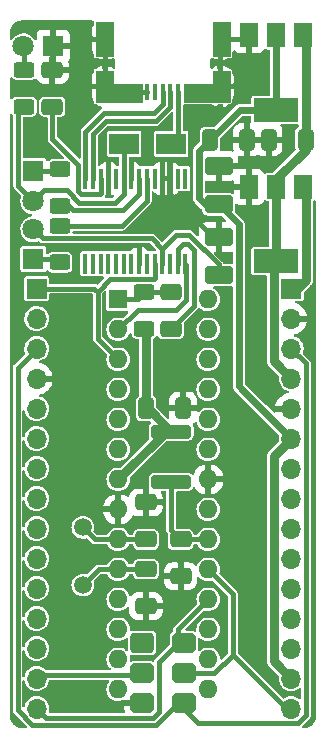
<source format=gbr>
%TF.GenerationSoftware,KiCad,Pcbnew,6.0.4-6f826c9f35~116~ubuntu20.04.1*%
%TF.CreationDate,2022-04-09T15:47:31+02:00*%
%TF.ProjectId,Arduini_TPSE,41726475-696e-4695-9f54-5053452e6b69,rev?*%
%TF.SameCoordinates,Original*%
%TF.FileFunction,Copper,L2,Bot*%
%TF.FilePolarity,Positive*%
%FSLAX46Y46*%
G04 Gerber Fmt 4.6, Leading zero omitted, Abs format (unit mm)*
G04 Created by KiCad (PCBNEW 6.0.4-6f826c9f35~116~ubuntu20.04.1) date 2022-04-09 15:47:31*
%MOMM*%
%LPD*%
G01*
G04 APERTURE LIST*
G04 Aperture macros list*
%AMRoundRect*
0 Rectangle with rounded corners*
0 $1 Rounding radius*
0 $2 $3 $4 $5 $6 $7 $8 $9 X,Y pos of 4 corners*
0 Add a 4 corners polygon primitive as box body*
4,1,4,$2,$3,$4,$5,$6,$7,$8,$9,$2,$3,0*
0 Add four circle primitives for the rounded corners*
1,1,$1+$1,$2,$3*
1,1,$1+$1,$4,$5*
1,1,$1+$1,$6,$7*
1,1,$1+$1,$8,$9*
0 Add four rect primitives between the rounded corners*
20,1,$1+$1,$2,$3,$4,$5,0*
20,1,$1+$1,$4,$5,$6,$7,0*
20,1,$1+$1,$6,$7,$8,$9,0*
20,1,$1+$1,$8,$9,$2,$3,0*%
%AMFreePoly0*
4,1,25,-1.000000,0.425000,-0.979199,0.556332,-0.918832,0.674809,-0.824809,0.768832,-0.706332,0.829199,-0.575000,0.850000,0.575000,0.850000,0.706332,0.829199,0.824809,0.768832,0.918832,0.674809,0.979199,0.556332,1.000000,0.425000,1.000000,-0.425000,0.979199,-0.556332,0.918832,-0.674809,0.824809,-0.768832,0.706332,-0.829199,0.575000,-0.850000,-0.575000,-0.850000,-0.706332,-0.829199,
-0.824809,-0.768832,-0.918832,-0.674809,-0.979199,-0.556332,-1.000000,-0.425000,-1.000000,0.425000,-1.000000,0.425000,$1*%
%AMFreePoly1*
4,1,25,-1.000000,0.510000,-0.988415,0.597998,-0.938512,0.705016,-0.855016,0.788512,-0.747998,0.838415,-0.660000,0.850000,0.660000,0.850000,0.747998,0.838415,0.855016,0.788512,0.938512,0.705016,0.988415,0.597998,1.000000,0.510000,1.000000,-0.510000,0.988415,-0.597998,0.938512,-0.705016,0.855016,-0.788512,0.747998,-0.838415,0.660000,-0.850000,-0.660000,-0.850000,-0.747998,-0.838415,
-0.855016,-0.788512,-0.938512,-0.705016,-0.988415,-0.597998,-1.000000,-0.510000,-1.000000,0.510000,-1.000000,0.510000,$1*%
G04 Aperture macros list end*
%TA.AperFunction,EtchedComponent*%
%ADD10C,0.000100*%
%TD*%
%TA.AperFunction,ComponentPad*%
%ADD11C,1.500000*%
%TD*%
%TA.AperFunction,ComponentPad*%
%ADD12R,1.600000X1.600000*%
%TD*%
%TA.AperFunction,ComponentPad*%
%ADD13O,1.600000X1.600000*%
%TD*%
%TA.AperFunction,ComponentPad*%
%ADD14R,1.800000X1.800000*%
%TD*%
%TA.AperFunction,ComponentPad*%
%ADD15C,1.800000*%
%TD*%
%TA.AperFunction,SMDPad,CuDef*%
%ADD16R,1.500000X2.000000*%
%TD*%
%TA.AperFunction,SMDPad,CuDef*%
%ADD17R,3.800000X2.000000*%
%TD*%
%TA.AperFunction,SMDPad,CuDef*%
%ADD18R,0.450000X1.750000*%
%TD*%
%TA.AperFunction,SMDPad,CuDef*%
%ADD19RoundRect,0.250001X0.924999X-0.499999X0.924999X0.499999X-0.924999X0.499999X-0.924999X-0.499999X0*%
%TD*%
%TA.AperFunction,SMDPad,CuDef*%
%ADD20R,0.400000X1.400000*%
%TD*%
%TA.AperFunction,ComponentPad*%
%ADD21O,1.250000X2.500000*%
%TD*%
%TA.AperFunction,SMDPad,CuDef*%
%ADD22RoundRect,0.250000X0.625000X-0.400000X0.625000X0.400000X-0.625000X0.400000X-0.625000X-0.400000X0*%
%TD*%
%TA.AperFunction,ComponentPad*%
%ADD23R,1.700000X1.700000*%
%TD*%
%TA.AperFunction,ComponentPad*%
%ADD24O,1.700000X1.700000*%
%TD*%
%TA.AperFunction,SMDPad,CuDef*%
%ADD25RoundRect,0.250000X-0.412500X-0.650000X0.412500X-0.650000X0.412500X0.650000X-0.412500X0.650000X0*%
%TD*%
%TA.AperFunction,SMDPad,CuDef*%
%ADD26RoundRect,0.250000X-0.650000X0.412500X-0.650000X-0.412500X0.650000X-0.412500X0.650000X0.412500X0*%
%TD*%
%TA.AperFunction,SMDPad,CuDef*%
%ADD27RoundRect,0.250000X-0.625000X0.400000X-0.625000X-0.400000X0.625000X-0.400000X0.625000X0.400000X0*%
%TD*%
%TA.AperFunction,SMDPad,CuDef*%
%ADD28RoundRect,0.250000X0.412500X0.650000X-0.412500X0.650000X-0.412500X-0.650000X0.412500X-0.650000X0*%
%TD*%
%TA.AperFunction,ComponentPad*%
%ADD29C,0.700000*%
%TD*%
%TA.AperFunction,SMDPad,CuDef*%
%ADD30FreePoly0,180.000000*%
%TD*%
%TA.AperFunction,SMDPad,CuDef*%
%ADD31FreePoly1,180.000000*%
%TD*%
%TA.AperFunction,SMDPad,CuDef*%
%ADD32RoundRect,0.250000X0.650000X-0.412500X0.650000X0.412500X-0.650000X0.412500X-0.650000X-0.412500X0*%
%TD*%
%TA.AperFunction,SMDPad,CuDef*%
%ADD33R,2.500000X1.800000*%
%TD*%
%TA.AperFunction,SMDPad,CuDef*%
%ADD34RoundRect,0.250000X1.450000X-0.312500X1.450000X0.312500X-1.450000X0.312500X-1.450000X-0.312500X0*%
%TD*%
%TA.AperFunction,Conductor*%
%ADD35C,0.400000*%
%TD*%
%TA.AperFunction,Conductor*%
%ADD36C,0.750000*%
%TD*%
%TA.AperFunction,Conductor*%
%ADD37C,0.800000*%
%TD*%
%TA.AperFunction,Conductor*%
%ADD38C,0.600000*%
%TD*%
G04 APERTURE END LIST*
%TO.C,J1*%
G36*
X18635000Y53050000D02*
G01*
X14775000Y53050000D01*
X14775000Y54600000D01*
X17225000Y54600000D01*
X17225000Y55650000D01*
X18635000Y55650000D01*
X18635000Y53050000D01*
G37*
D10*
X18635000Y53050000D02*
X14775000Y53050000D01*
X14775000Y54600000D01*
X17225000Y54600000D01*
X17225000Y55650000D01*
X18635000Y55650000D01*
X18635000Y53050000D01*
G36*
X8725000Y54600000D02*
G01*
X11175000Y54600000D01*
X11175000Y53050000D01*
X7315000Y53050000D01*
X7315000Y55650000D01*
X8725000Y55650000D01*
X8725000Y54600000D01*
G37*
X8725000Y54600000D02*
X11175000Y54600000D01*
X11175000Y53050000D01*
X7315000Y53050000D01*
X7315000Y55650000D01*
X8725000Y55650000D01*
X8725000Y54600000D01*
G36*
X8725000Y56925000D02*
G01*
X7315000Y56925000D01*
X7315000Y59775000D01*
X8725000Y59775000D01*
X8725000Y56925000D01*
G37*
X8725000Y56925000D02*
X7315000Y56925000D01*
X7315000Y59775000D01*
X8725000Y59775000D01*
X8725000Y56925000D01*
G36*
X18635000Y56925000D02*
G01*
X17225000Y56925000D01*
X17225000Y59775000D01*
X18635000Y59775000D01*
X18635000Y56925000D01*
G37*
X18635000Y56925000D02*
X17225000Y56925000D01*
X17225000Y59775000D01*
X18635000Y59775000D01*
X18635000Y56925000D01*
%TD*%
D11*
%TO.P,Y1,1,1*%
%TO.N,Net-(C5-Pad1)*%
X6200000Y12137500D03*
%TO.P,Y1,2,2*%
%TO.N,Net-(C4-Pad1)*%
X6200000Y17017500D03*
%TD*%
D12*
%TO.P,U4,1,~{RESET}/PC6*%
%TO.N,/Reset*%
X9200000Y36330000D03*
D13*
%TO.P,U4,2,PD0*%
%TO.N,/0(Rx)*%
X9200000Y33790000D03*
%TO.P,U4,3,PD1*%
%TO.N,/1(Tx)*%
X9200000Y31250000D03*
%TO.P,U4,4,PD2*%
%TO.N,/2*%
X9200000Y28710000D03*
%TO.P,U4,5,PD3*%
%TO.N,/3(\u002A\u002A)*%
X9200000Y26170000D03*
%TO.P,U4,6,PD4*%
%TO.N,/4*%
X9200000Y23630000D03*
%TO.P,U4,7,VCC*%
%TO.N,+5V*%
X9200000Y21090000D03*
%TO.P,U4,8,GND*%
%TO.N,GND*%
X9200000Y18550000D03*
%TO.P,U4,9,XTAL1/PB6*%
%TO.N,Net-(C4-Pad1)*%
X9200000Y16010000D03*
%TO.P,U4,10,XTAL2/PB7*%
%TO.N,Net-(C5-Pad1)*%
X9200000Y13470000D03*
%TO.P,U4,11,PD5*%
%TO.N,/5(\u002A\u002A)*%
X9200000Y10930000D03*
%TO.P,U4,12,PD6*%
%TO.N,/6(\u002A\u002A)*%
X9200000Y8390000D03*
%TO.P,U4,13,PD7*%
%TO.N,/7*%
X9200000Y5850000D03*
%TO.P,U4,14,PB0*%
%TO.N,/8*%
X9200000Y3310000D03*
%TO.P,U4,15,PB1*%
%TO.N,/9(\u002A\u002A)*%
X16820000Y3310000D03*
%TO.P,U4,16,PB2*%
%TO.N,/10(\u002A\u002A{slash}SS)*%
X16820000Y5850000D03*
%TO.P,U4,17,PB3*%
%TO.N,/11(\u002A\u002A{slash}MOSI)*%
X16820000Y8390000D03*
%TO.P,U4,18,PB4*%
%TO.N,/12(MISO)*%
X16820000Y10930000D03*
%TO.P,U4,19,PB5*%
%TO.N,/13(SCK)*%
X16820000Y13470000D03*
%TO.P,U4,20,AVCC*%
%TO.N,+5VA*%
X16820000Y16010000D03*
%TO.P,U4,21,AREF*%
%TO.N,/AREF*%
X16820000Y18550000D03*
%TO.P,U4,22,GND*%
%TO.N,GND*%
X16820000Y21090000D03*
%TO.P,U4,23,PC0*%
%TO.N,/A0*%
X16820000Y23630000D03*
%TO.P,U4,24,PC1*%
%TO.N,/A1*%
X16820000Y26170000D03*
%TO.P,U4,25,PC2*%
%TO.N,/A2*%
X16820000Y28710000D03*
%TO.P,U4,26,PC3*%
%TO.N,/A3*%
X16820000Y31250000D03*
%TO.P,U4,27,PC4*%
%TO.N,/A4*%
X16820000Y33790000D03*
%TO.P,U4,28,PC5*%
%TO.N,/A5*%
X16820000Y36330000D03*
%TD*%
D14*
%TO.P,D4,1,K*%
%TO.N,GND*%
X3700000Y57750000D03*
D15*
%TO.P,D4,2,A*%
%TO.N,Net-(D4-Pad2)*%
X1160000Y57750000D03*
%TD*%
D14*
%TO.P,D3,1,K*%
%TO.N,Net-(D3-Pad1)*%
X2025000Y39735000D03*
D15*
%TO.P,D3,2,A*%
%TO.N,+5V*%
X2025000Y42275000D03*
%TD*%
D14*
%TO.P,D2,1,K*%
%TO.N,Net-(D2-Pad1)*%
X2025000Y47185000D03*
D15*
%TO.P,D2,2,A*%
%TO.N,+5V*%
X2025000Y44645000D03*
%TD*%
D16*
%TO.P,U2,1,GND*%
%TO.N,GND*%
X20275000Y58675000D03*
D17*
%TO.P,U2,2,VO*%
%TO.N,+3V3*%
X22575000Y52375000D03*
D16*
X22575000Y58675000D03*
%TO.P,U2,3,VI*%
%TO.N,+5V*%
X24875000Y58675000D03*
%TD*%
D18*
%TO.P,U3,1,TXD*%
%TO.N,/0(Rx)*%
X14875000Y39350000D03*
%TO.P,U3,2,DTR*%
%TO.N,Net-(C1-Pad1)*%
X14225000Y39350000D03*
%TO.P,U3,3,RTS*%
%TO.N,unconnected-(U3-Pad3)*%
X13575000Y39350000D03*
%TO.P,U3,4,VCCIO*%
%TO.N,+5V*%
X12925000Y39350000D03*
%TO.P,U3,5,RXD*%
%TO.N,/1(Tx)*%
X12275000Y39350000D03*
%TO.P,U3,6,RI*%
%TO.N,unconnected-(U3-Pad6)*%
X11625000Y39350000D03*
%TO.P,U3,7,GND*%
%TO.N,GND*%
X10975000Y39350000D03*
%TO.P,U3,8*%
%TO.N,N/C*%
X10325000Y39350000D03*
%TO.P,U3,9,DCR*%
%TO.N,unconnected-(U3-Pad9)*%
X9675000Y39350000D03*
%TO.P,U3,10,DCD*%
%TO.N,unconnected-(U3-Pad10)*%
X9025000Y39350000D03*
%TO.P,U3,11,CTS*%
%TO.N,unconnected-(U3-Pad11)*%
X8375000Y39350000D03*
%TO.P,U3,12,CBUS4*%
%TO.N,unconnected-(U3-Pad12)*%
X7725000Y39350000D03*
%TO.P,U3,13,CBUS2*%
%TO.N,unconnected-(U3-Pad13)*%
X7075000Y39350000D03*
%TO.P,U3,14,CBUS3*%
%TO.N,unconnected-(U3-Pad14)*%
X6425000Y39350000D03*
%TO.P,U3,15,USBD+*%
%TO.N,/D+*%
X6425000Y46550000D03*
%TO.P,U3,16,USBD-*%
%TO.N,/D-*%
X7075000Y46550000D03*
%TO.P,U3,17,3V3OUT*%
%TO.N,/3V3OUT*%
X7725000Y46550000D03*
%TO.P,U3,18,GND*%
%TO.N,GND*%
X8375000Y46550000D03*
%TO.P,U3,19,~{RESET}*%
%TO.N,unconnected-(U3-Pad19)*%
X9025000Y46550000D03*
%TO.P,U3,20,VCC*%
%TO.N,+5V*%
X9675000Y46550000D03*
%TO.P,U3,21,GND*%
%TO.N,GND*%
X10325000Y46550000D03*
%TO.P,U3,22,CBUS1*%
%TO.N,Net-(R2-Pad1)*%
X10975000Y46550000D03*
%TO.P,U3,23,CBUS0*%
%TO.N,Net-(R1-Pad1)*%
X11625000Y46550000D03*
%TO.P,U3,24*%
%TO.N,N/C*%
X12275000Y46550000D03*
%TO.P,U3,25,AGND*%
%TO.N,GND*%
X12925000Y46550000D03*
%TO.P,U3,26,TEST*%
X13575000Y46550000D03*
%TO.P,U3,27,OSCI*%
%TO.N,unconnected-(U3-Pad27)*%
X14225000Y46550000D03*
%TO.P,U3,28,OSCO*%
%TO.N,unconnected-(U3-Pad28)*%
X14875000Y46550000D03*
%TD*%
D19*
%TO.P,C7,1*%
%TO.N,+5V*%
X17700000Y38375000D03*
%TO.P,C7,2*%
%TO.N,GND*%
X17700000Y41625000D03*
%TD*%
D20*
%TO.P,J1,1,VBUS*%
%TO.N,Net-(D1-Pad2)*%
X14275000Y53900000D03*
%TO.P,J1,2,D-*%
%TO.N,/D-*%
X13625000Y53900000D03*
%TO.P,J1,3,D+*%
%TO.N,/D+*%
X12975000Y53900000D03*
%TO.P,J1,4,ID*%
%TO.N,unconnected-(J1-Pad4)*%
X12325000Y53900000D03*
%TO.P,J1,5,GND*%
%TO.N,GND*%
X11675000Y53900000D03*
D21*
%TO.P,J1,S1,SHIELD*%
X8100000Y54350000D03*
%TO.P,J1,S2,SHIELD*%
X8100000Y58350000D03*
%TO.P,J1,S3,SHIELD*%
X17850000Y58350000D03*
%TO.P,J1,S4,SHIELD*%
X17850000Y54350000D03*
%TD*%
D22*
%TO.P,R2,1*%
%TO.N,Net-(R2-Pad1)*%
X4250000Y44250000D03*
%TO.P,R2,2*%
%TO.N,Net-(D2-Pad1)*%
X4250000Y47350000D03*
%TD*%
D23*
%TO.P,P1,1,Pin_1*%
%TO.N,/1(Tx)*%
X2300000Y37240000D03*
D24*
%TO.P,P1,2,Pin_2*%
%TO.N,/0(Rx)*%
X2300000Y34700000D03*
%TO.P,P1,3,Pin_3*%
%TO.N,/Reset*%
X2300000Y32160000D03*
%TO.P,P1,4,Pin_4*%
%TO.N,GND*%
X2300000Y29620000D03*
%TO.P,P1,5,Pin_5*%
%TO.N,/2*%
X2300000Y27080000D03*
%TO.P,P1,6,Pin_6*%
%TO.N,/3(\u002A\u002A)*%
X2300000Y24540000D03*
%TO.P,P1,7,Pin_7*%
%TO.N,/4*%
X2300000Y22000000D03*
%TO.P,P1,8,Pin_8*%
%TO.N,/5(\u002A\u002A)*%
X2300000Y19460000D03*
%TO.P,P1,9,Pin_9*%
%TO.N,/6(\u002A\u002A)*%
X2300000Y16920000D03*
%TO.P,P1,10,Pin_10*%
%TO.N,/7*%
X2300000Y14380000D03*
%TO.P,P1,11,Pin_11*%
%TO.N,/8*%
X2300000Y11840000D03*
%TO.P,P1,12,Pin_12*%
%TO.N,/9(\u002A\u002A)*%
X2300000Y9300000D03*
%TO.P,P1,13,Pin_13*%
%TO.N,/10(\u002A\u002A{slash}SS)*%
X2300000Y6760000D03*
%TO.P,P1,14,Pin_14*%
%TO.N,/11(\u002A\u002A{slash}MOSI)*%
X2300000Y4220000D03*
%TO.P,P1,15,Pin_15*%
%TO.N,/12(MISO)*%
X2300000Y1680000D03*
%TD*%
D22*
%TO.P,R3,1*%
%TO.N,+5V*%
X11400000Y33850000D03*
%TO.P,R3,2*%
%TO.N,/Reset*%
X11400000Y36950000D03*
%TD*%
D16*
%TO.P,U1,1,GND*%
%TO.N,GND*%
X20275000Y45850000D03*
%TO.P,U1,2,VO*%
%TO.N,+5V*%
X22575000Y45850000D03*
D17*
X22575000Y39550000D03*
D16*
%TO.P,U1,3,VI*%
%TO.N,/Vin*%
X24875000Y45850000D03*
%TD*%
D25*
%TO.P,C3,1*%
%TO.N,+5V*%
X11575000Y27105000D03*
%TO.P,C3,2*%
%TO.N,GND*%
X14700000Y27105000D03*
%TD*%
D26*
%TO.P,C2,1*%
%TO.N,+5VA*%
X14475000Y16005000D03*
%TO.P,C2,2*%
%TO.N,GND*%
X14475000Y12880000D03*
%TD*%
D25*
%TO.P,C10,1*%
%TO.N,+3V3*%
X16987500Y49850000D03*
%TO.P,C10,2*%
%TO.N,GND*%
X20112500Y49850000D03*
%TD*%
D19*
%TO.P,C9,1*%
%TO.N,+3V3*%
X17700000Y44375000D03*
%TO.P,C9,2*%
%TO.N,GND*%
X17700000Y47625000D03*
%TD*%
D27*
%TO.P,R1,1*%
%TO.N,Net-(R1-Pad1)*%
X4250000Y42550000D03*
%TO.P,R1,2*%
%TO.N,Net-(D3-Pad1)*%
X4250000Y39450000D03*
%TD*%
D28*
%TO.P,C8,1*%
%TO.N,+5V*%
X25062500Y49850000D03*
%TO.P,C8,2*%
%TO.N,GND*%
X21937500Y49850000D03*
%TD*%
D26*
%TO.P,C6,1*%
%TO.N,GND*%
X3625000Y55757500D03*
%TO.P,C6,2*%
%TO.N,/3V3OUT*%
X3625000Y52632500D03*
%TD*%
D29*
%TO.P,J2,1,Pin_1*%
%TO.N,/12(MISO)*%
X14275000Y7230000D03*
D30*
X14775000Y7230000D03*
D31*
%TO.P,J2,2,Pin_2*%
%TO.N,+5V*%
X11235000Y7230000D03*
D29*
X11735000Y7230000D03*
D30*
%TO.P,J2,3,Pin_3*%
%TO.N,/13(SCK)*%
X14775000Y4690000D03*
D29*
X14275000Y4690000D03*
D30*
%TO.P,J2,4,Pin_4*%
%TO.N,/11(\u002A\u002A{slash}MOSI)*%
X11235000Y4690000D03*
D29*
X11735000Y4690000D03*
%TO.P,J2,5,Pin_5*%
%TO.N,/Reset*%
X14275000Y2150000D03*
D30*
X14775000Y2150000D03*
%TO.P,J2,6,Pin_6*%
%TO.N,GND*%
X11235000Y2150000D03*
D29*
X11735000Y2150000D03*
%TD*%
D32*
%TO.P,C1,1*%
%TO.N,Net-(C1-Pad1)*%
X13650000Y33825000D03*
%TO.P,C1,2*%
%TO.N,/Reset*%
X13650000Y36950000D03*
%TD*%
%TO.P,C4,1*%
%TO.N,Net-(C4-Pad1)*%
X11550000Y16005000D03*
%TO.P,C4,2*%
%TO.N,GND*%
X11550000Y19130000D03*
%TD*%
D33*
%TO.P,D1,1,K*%
%TO.N,+5V*%
X9700000Y49500000D03*
%TO.P,D1,2,A*%
%TO.N,Net-(D1-Pad2)*%
X13700000Y49500000D03*
%TD*%
D26*
%TO.P,C5,1*%
%TO.N,Net-(C5-Pad1)*%
X11550000Y13480000D03*
%TO.P,C5,2*%
%TO.N,GND*%
X11550000Y10355000D03*
%TD*%
D23*
%TO.P,P2,1,Pin_1*%
%TO.N,/Vin*%
X23850000Y37240000D03*
D24*
%TO.P,P2,2,Pin_2*%
%TO.N,GND*%
X23850000Y34700000D03*
%TO.P,P2,3,Pin_3*%
%TO.N,/Reset*%
X23850000Y32160000D03*
%TO.P,P2,4,Pin_4*%
%TO.N,+5V*%
X23850000Y29620000D03*
%TO.P,P2,5,Pin_5*%
%TO.N,GND*%
X23850000Y27080000D03*
%TO.P,P2,6,Pin_6*%
%TO.N,+3V3*%
X23850000Y24540000D03*
%TO.P,P2,7,Pin_7*%
%TO.N,/A5*%
X23850000Y22000000D03*
%TO.P,P2,8,Pin_8*%
%TO.N,/A4*%
X23850000Y19460000D03*
%TO.P,P2,9,Pin_9*%
%TO.N,/A3*%
X23850000Y16920000D03*
%TO.P,P2,10,Pin_10*%
%TO.N,/A2*%
X23850000Y14380000D03*
%TO.P,P2,11,Pin_11*%
%TO.N,/A1*%
X23850000Y11840000D03*
%TO.P,P2,12,Pin_12*%
%TO.N,/A0*%
X23850000Y9300000D03*
%TO.P,P2,13,Pin_13*%
%TO.N,/AREF*%
X23850000Y6760000D03*
%TO.P,P2,14,Pin_14*%
%TO.N,+3V3*%
X23850000Y4220000D03*
%TO.P,P2,15,Pin_15*%
%TO.N,/13(SCK)*%
X23850000Y1680000D03*
%TD*%
D22*
%TO.P,R4,1*%
%TO.N,+5V*%
X1225000Y52650000D03*
%TO.P,R4,2*%
%TO.N,Net-(D4-Pad2)*%
X1225000Y55750000D03*
%TD*%
D34*
%TO.P,L1,1,1*%
%TO.N,+5VA*%
X13675000Y20862500D03*
%TO.P,L1,2,2*%
%TO.N,+5V*%
X13675000Y25137500D03*
%TD*%
D35*
%TO.N,/1(Tx)*%
X7450000Y33000000D02*
X9200000Y31250000D01*
X8546467Y38075489D02*
X7450000Y36979022D01*
X8546467Y38075489D02*
X12249511Y38075489D01*
X7450000Y36979022D02*
X7450000Y33000000D01*
X7189022Y37240000D02*
X2300000Y37240000D01*
X7450000Y36979022D02*
X7189022Y37240000D01*
X12275000Y38100978D02*
X12275000Y39350000D01*
X12249511Y38075489D02*
X12275000Y38100978D01*
%TO.N,/0(Rx)*%
X14949520Y36268461D02*
X14131059Y35450000D01*
X14875000Y39350000D02*
X14949520Y39275480D01*
X14949520Y39275480D02*
X14949520Y36268461D01*
X14131059Y35450000D02*
X10860000Y35450000D01*
X10860000Y35450000D02*
X9200000Y33790000D01*
%TO.N,/Reset*%
X24430489Y430489D02*
X15994511Y430489D01*
X25099511Y1099511D02*
X24430489Y430489D01*
X25099511Y30910489D02*
X25099511Y1099511D01*
X11400000Y36950000D02*
X13650000Y36950000D01*
X675000Y30535000D02*
X2300000Y32160000D01*
X10780000Y36330000D02*
X11400000Y36950000D01*
X9200000Y36330000D02*
X10780000Y36330000D01*
X1911955Y300969D02*
X675000Y1537924D01*
X12425969Y300969D02*
X1911955Y300969D01*
X23850000Y32160000D02*
X25099511Y30910489D01*
X10855000Y36330000D02*
X11475000Y36950000D01*
X675000Y1537924D02*
X675000Y30535000D01*
X14275000Y2150000D02*
X12425969Y300969D01*
X15994511Y430489D02*
X14275000Y2150000D01*
%TO.N,GND*%
X17850000Y58350000D02*
X19950000Y58350000D01*
X8100000Y54350000D02*
X8100000Y58350000D01*
X8100000Y54350000D02*
X6325000Y54350000D01*
X17850000Y54350000D02*
X17850000Y58350000D01*
X11675000Y53900000D02*
X8550000Y53900000D01*
X8100000Y58350000D02*
X6525000Y58350000D01*
X13575000Y45275000D02*
X13575000Y46550000D01*
X19950000Y58350000D02*
X20275000Y58675000D01*
X19600000Y54350000D02*
X19650000Y54300000D01*
X17850000Y54350000D02*
X19600000Y54350000D01*
X17700000Y41625000D02*
X17225000Y41625000D01*
X8550000Y53900000D02*
X8100000Y54350000D01*
X17225000Y41625000D02*
X13575000Y45275000D01*
%TO.N,Net-(C4-Pad1)*%
X7207500Y16010000D02*
X6200000Y17017500D01*
X9200000Y16010000D02*
X7207500Y16010000D01*
X9200000Y16010000D02*
X11545000Y16010000D01*
X11545000Y16010000D02*
X11550000Y16005000D01*
%TO.N,+5V*%
X9675000Y45275000D02*
X9675000Y46550000D01*
X725489Y52150489D02*
X725489Y45944511D01*
D36*
X11707500Y27105000D02*
X13675000Y25137500D01*
D35*
X17700000Y39281441D02*
X17700000Y38375000D01*
X14125978Y41800000D02*
X15181441Y41800000D01*
D36*
X13247500Y25137500D02*
X9200000Y21090000D01*
X22575000Y39550000D02*
X22400489Y39375489D01*
X22400489Y39375489D02*
X22400489Y31069511D01*
D35*
X12925000Y40599022D02*
X12024022Y41500000D01*
X2025000Y44645000D02*
X725489Y45944511D01*
X2800000Y41500000D02*
X2025000Y42275000D01*
X2025000Y44645000D02*
X2925000Y45545000D01*
D37*
X25062500Y48986522D02*
X22575000Y46499022D01*
D35*
X12925000Y39350000D02*
X12925000Y40599022D01*
X2925000Y45545000D02*
X4898559Y45545000D01*
D36*
X11575000Y27105000D02*
X11707500Y27105000D01*
D37*
X25062500Y49850000D02*
X25062500Y48986522D01*
D36*
X22275000Y39250000D02*
X22575000Y39550000D01*
D37*
X25075000Y58475000D02*
X24875000Y58675000D01*
X25074511Y58475489D02*
X24875000Y58675000D01*
D35*
X9700000Y46575000D02*
X9675000Y46550000D01*
X4898559Y45545000D02*
X5918069Y44525490D01*
D36*
X11575000Y27105000D02*
X11575000Y33675000D01*
D35*
X12024022Y41500000D02*
X2800000Y41500000D01*
X15181441Y41800000D02*
X17700000Y39281441D01*
D37*
X22575000Y45850000D02*
X22575000Y39550000D01*
X25062500Y49850000D02*
X25074511Y49862011D01*
D35*
X1225000Y52650000D02*
X725489Y52150489D01*
D37*
X23850000Y29620000D02*
X22400489Y31069511D01*
D35*
X5918069Y44525490D02*
X8925490Y44525490D01*
X8925490Y44525490D02*
X9675000Y45275000D01*
X12925000Y40599022D02*
X14125978Y41800000D01*
X9700000Y49500000D02*
X9700000Y46575000D01*
D36*
X13675000Y25137500D02*
X13247500Y25137500D01*
D37*
X25074511Y49862011D02*
X25074511Y58475489D01*
X22575000Y46499022D02*
X22575000Y45850000D01*
D36*
X11575000Y33675000D02*
X11400000Y33850000D01*
D35*
%TO.N,/13(SCK)*%
X17345489Y4650489D02*
X18908183Y6213183D01*
X18900490Y6220876D02*
X18908183Y6213183D01*
X18908183Y6213183D02*
X23500000Y1621366D01*
X23500000Y1621366D02*
X23791366Y1621366D01*
X18900490Y11389510D02*
X18900490Y6220876D01*
X23791366Y1621366D02*
X23850000Y1680000D01*
X14275000Y4690000D02*
X14314511Y4650489D01*
X16820000Y13470000D02*
X18900490Y11389510D01*
X14314511Y4650489D02*
X17345489Y4650489D01*
%TO.N,Net-(C5-Pad1)*%
X9200000Y13470000D02*
X7532500Y13470000D01*
X11550000Y13480000D02*
X9210000Y13480000D01*
X7532500Y13470000D02*
X6200000Y12137500D01*
X9210000Y13480000D02*
X9200000Y13470000D01*
D36*
%TO.N,+3V3*%
X22375000Y5695000D02*
X23850000Y4220000D01*
X22375000Y23065000D02*
X23850000Y24540000D01*
D38*
X16025480Y48887980D02*
X16025480Y44874520D01*
D36*
X22375000Y5695000D02*
X22375000Y23065000D01*
D38*
X19400000Y28990000D02*
X19400000Y42675000D01*
X22575000Y58675000D02*
X22575000Y52375000D01*
X23850000Y24540000D02*
X19400000Y28990000D01*
X16987500Y49850000D02*
X16025480Y48887980D01*
X19512500Y52375000D02*
X22575000Y52375000D01*
X16025480Y44874520D02*
X16525000Y44375000D01*
X19400000Y42675000D02*
X17700000Y44375000D01*
X16987500Y49850000D02*
X19512500Y52375000D01*
X16525000Y44375000D02*
X17700000Y44375000D01*
D35*
%TO.N,/12(MISO)*%
X12634520Y1390872D02*
X12144128Y900480D01*
X14275000Y8385000D02*
X14275000Y7230000D01*
X16820000Y10930000D02*
X14275000Y8385000D01*
X14275000Y7230000D02*
X12634520Y5589520D01*
X3079520Y900480D02*
X2300000Y1680000D01*
X12144128Y900480D02*
X3079520Y900480D01*
X12634520Y5589520D02*
X12634520Y1390872D01*
%TO.N,/11(\u002A\u002A{slash}MOSI)*%
X11554511Y4509511D02*
X11735000Y4690000D01*
X2589511Y4509511D02*
X11554511Y4509511D01*
X2300000Y4220000D02*
X2589511Y4509511D01*
%TO.N,Net-(C1-Pad1)*%
X15620489Y40503533D02*
X15124022Y41000000D01*
X15124022Y41000000D02*
X14675000Y41000000D01*
X14225000Y40550000D02*
X14225000Y39350000D01*
X15620489Y35795489D02*
X15620489Y40503533D01*
X13650000Y33825000D02*
X15620489Y35795489D01*
X14675000Y41000000D02*
X14225000Y40550000D01*
%TO.N,/D+*%
X12975000Y52850978D02*
X12975000Y53900000D01*
X8001675Y52099511D02*
X12223533Y52099511D01*
X12223533Y52099511D02*
X12975000Y52850978D01*
X6425000Y50522836D02*
X8001675Y52099511D01*
X6425000Y46550000D02*
X6425000Y50522836D01*
%TO.N,/D-*%
X7075000Y50324986D02*
X8150014Y51400000D01*
X12371871Y51400000D02*
X13625000Y52653129D01*
X13625000Y52653129D02*
X13625000Y53900000D01*
X8150014Y51400000D02*
X12371871Y51400000D01*
X7075000Y46550000D02*
X7075000Y50324986D01*
%TO.N,Net-(R2-Pad1)*%
X5400000Y43900000D02*
X9600000Y43900000D01*
X4250000Y44250000D02*
X5050000Y44250000D01*
X9600000Y43900000D02*
X10975000Y45275000D01*
X10975000Y45275000D02*
X10975000Y46550000D01*
X5050000Y44250000D02*
X5400000Y43900000D01*
%TO.N,Net-(R1-Pad1)*%
X9500000Y42550000D02*
X11625000Y44675000D01*
X11625000Y44675000D02*
X11625000Y46550000D01*
X4250000Y42550000D02*
X9500000Y42550000D01*
D37*
%TO.N,/Vin*%
X25075000Y45650000D02*
X24875000Y45850000D01*
X23850000Y37240000D02*
X24364022Y37240000D01*
X24364022Y37240000D02*
X25075000Y37950978D01*
X25075000Y37950978D02*
X25075000Y45650000D01*
D35*
%TO.N,+5VA*%
X13675000Y20862500D02*
X13675000Y16805000D01*
X14480000Y16010000D02*
X14475000Y16005000D01*
X13675000Y16805000D02*
X14475000Y16005000D01*
X16820000Y16010000D02*
X14480000Y16010000D01*
%TO.N,Net-(D2-Pad1)*%
X2025000Y47185000D02*
X4050000Y47185000D01*
%TO.N,/3V3OUT*%
X3625000Y49918559D02*
X3625000Y52632500D01*
X7699511Y45275489D02*
X6022347Y45275489D01*
X7725000Y45300978D02*
X7699511Y45275489D01*
X6022347Y45275489D02*
X5800489Y45497347D01*
X7725000Y46550000D02*
X7725000Y45300978D01*
X5800489Y47743070D02*
X3625000Y49918559D01*
X5800489Y45497347D02*
X5800489Y47743070D01*
%TO.N,Net-(D1-Pad2)*%
X14275000Y50075000D02*
X14275000Y53900000D01*
X13700000Y49500000D02*
X14275000Y50075000D01*
%TO.N,Net-(D3-Pad1)*%
X2025000Y39735000D02*
X3765000Y39735000D01*
X3765000Y39735000D02*
X4250000Y39250000D01*
%TO.N,Net-(D4-Pad2)*%
X1225000Y57685000D02*
X1160000Y57750000D01*
X1225000Y55750000D02*
X1225000Y57685000D01*
%TD*%
%TA.AperFunction,Conductor*%
%TO.N,GND*%
G36*
X25895445Y44737289D02*
G01*
X25938710Y44694024D01*
X25949500Y44649079D01*
X25949500Y1010045D01*
X25949458Y1010045D01*
X25949467Y1009966D01*
X25945339Y1000000D01*
X25948774Y991706D01*
X25948638Y990155D01*
X25948638Y990154D01*
X25935830Y843753D01*
X25932834Y826758D01*
X25900999Y707946D01*
X25894479Y683614D01*
X25888579Y667405D01*
X25875490Y639335D01*
X25825952Y533101D01*
X25817324Y518157D01*
X25732329Y396771D01*
X25721237Y383551D01*
X25616449Y278763D01*
X25603229Y267671D01*
X25481843Y182676D01*
X25466899Y174048D01*
X25332595Y111421D01*
X25316390Y105523D01*
X25250813Y87951D01*
X25173242Y67166D01*
X25156247Y64170D01*
X25008294Y51226D01*
X25008133Y53063D01*
X25005064Y52564D01*
X25000000Y54661D01*
X24990138Y50576D01*
X24978673Y51478D01*
X24972502Y50500D01*
X24855901Y50500D01*
X24797710Y69407D01*
X24761746Y118907D01*
X24761746Y180093D01*
X24785897Y219504D01*
X25404995Y838602D01*
X25404998Y838606D01*
X25427561Y861169D01*
X25438513Y882665D01*
X25446628Y895906D01*
X25456226Y909116D01*
X25460807Y915421D01*
X25468263Y938368D01*
X25474206Y952714D01*
X25485157Y974207D01*
X25487929Y991706D01*
X25488930Y998030D01*
X25492556Y1013136D01*
X25500011Y1036078D01*
X25500011Y30942008D01*
X25500010Y30942014D01*
X25500010Y30973922D01*
X25497604Y30981329D01*
X25497603Y30981332D01*
X25492557Y30996862D01*
X25488931Y31011965D01*
X25486376Y31028097D01*
X25485157Y31035793D01*
X25474206Y31057285D01*
X25468262Y31071634D01*
X25463215Y31087168D01*
X25463215Y31087169D01*
X25460807Y31094579D01*
X25446622Y31114103D01*
X25438515Y31127333D01*
X25427561Y31148831D01*
X24865399Y31710993D01*
X24837622Y31765510D01*
X24841464Y31812245D01*
X24879351Y31926137D01*
X24882953Y31954645D01*
X24904823Y32127772D01*
X24905171Y32130526D01*
X24905583Y32160000D01*
X24903413Y32182136D01*
X24885952Y32360220D01*
X24885951Y32360224D01*
X24885480Y32365030D01*
X24825935Y32562251D01*
X24729218Y32744151D01*
X24599011Y32903800D01*
X24568357Y32929159D01*
X24444002Y33032035D01*
X24444000Y33032036D01*
X24440275Y33035118D01*
X24259055Y33133103D01*
X24205038Y33149824D01*
X24122061Y33175510D01*
X24072063Y33210780D01*
X24052346Y33268701D01*
X24070439Y33327150D01*
X24119432Y33363801D01*
X24130752Y33366919D01*
X24137202Y33368290D01*
X24343304Y33430124D01*
X24350852Y33433082D01*
X24544087Y33527747D01*
X24551046Y33531896D01*
X24726231Y33656852D01*
X24732412Y33662076D01*
X24884831Y33813965D01*
X24890088Y33820142D01*
X25015651Y33994881D01*
X25019823Y34001824D01*
X25115164Y34194732D01*
X25118144Y34202256D01*
X25180701Y34408157D01*
X25182410Y34416062D01*
X25184304Y34430453D01*
X25181873Y34443569D01*
X25180571Y34444805D01*
X25175290Y34446000D01*
X23695000Y34446000D01*
X23636809Y34464907D01*
X23600845Y34514407D01*
X23596000Y34545000D01*
X23596000Y34855000D01*
X23614907Y34913191D01*
X23664407Y34949155D01*
X23695000Y34954000D01*
X25170779Y34954000D01*
X25182730Y34957883D01*
X25183058Y34967538D01*
X25140946Y35135191D01*
X25138333Y35142867D01*
X25052534Y35340193D01*
X25048701Y35347340D01*
X24931826Y35528003D01*
X24926880Y35534425D01*
X24782065Y35693574D01*
X24776139Y35699101D01*
X24607269Y35832466D01*
X24600525Y35836946D01*
X24412141Y35940940D01*
X24404749Y35944262D01*
X24255316Y35997179D01*
X24206774Y36034426D01*
X24189397Y36093092D01*
X24209821Y36150768D01*
X24260246Y36185423D01*
X24288363Y36189500D01*
X24719748Y36189500D01*
X24745995Y36194721D01*
X24768666Y36199230D01*
X24768668Y36199231D01*
X24778231Y36201133D01*
X24844552Y36245448D01*
X24888867Y36311769D01*
X24891943Y36327230D01*
X24899552Y36365488D01*
X24900500Y36370252D01*
X24900500Y36886235D01*
X24919407Y36944426D01*
X24929496Y36956239D01*
X25467199Y37493942D01*
X25476936Y37502480D01*
X25498129Y37518742D01*
X25503282Y37522696D01*
X25599536Y37648137D01*
X25660044Y37794216D01*
X25675500Y37911617D01*
X25680682Y37950978D01*
X25676347Y37983906D01*
X25675500Y37996827D01*
X25675500Y44589687D01*
X25694407Y44647878D01*
X25719497Y44672002D01*
X25722384Y44673931D01*
X25769552Y44705448D01*
X25774971Y44713558D01*
X25780496Y44719083D01*
X25835013Y44746860D01*
X25895445Y44737289D01*
G37*
%TD.AperFunction*%
%TA.AperFunction,Conductor*%
G36*
X229133Y51993807D02*
G01*
X277850Y51927850D01*
X283799Y51923456D01*
X283800Y51923455D01*
X284805Y51922713D01*
X285463Y51921792D01*
X289036Y51918219D01*
X288441Y51917624D01*
X320380Y51872933D01*
X324989Y51843078D01*
X324989Y45881078D01*
X329388Y45867541D01*
X332444Y45858136D01*
X336070Y45843030D01*
X339843Y45819207D01*
X350794Y45797714D01*
X356737Y45783368D01*
X364193Y45760421D01*
X374643Y45746039D01*
X378372Y45740906D01*
X386487Y45727665D01*
X397439Y45706169D01*
X420002Y45683606D01*
X420005Y45683602D01*
X969166Y45134441D01*
X996943Y45079924D01*
X993709Y45035081D01*
X975208Y44975496D01*
X954261Y44908035D01*
X943937Y44874787D01*
X920164Y44673931D01*
X924261Y44611426D01*
X931641Y44498827D01*
X933392Y44472106D01*
X934508Y44467713D01*
X934508Y44467711D01*
X976974Y44300500D01*
X983178Y44276072D01*
X1067856Y44092393D01*
X1184588Y43927220D01*
X1329466Y43786087D01*
X1497637Y43673718D01*
X1683470Y43593878D01*
X1754182Y43577877D01*
X1853272Y43555455D01*
X1905855Y43524171D01*
X1930008Y43467954D01*
X1916504Y43408278D01*
X1870502Y43367936D01*
X1848192Y43361327D01*
X1738949Y43342556D01*
X1549193Y43272551D01*
X1375371Y43169138D01*
X1371956Y43166143D01*
X1371953Y43166141D01*
X1355630Y43151826D01*
X1223305Y43035780D01*
X1220497Y43032218D01*
X1126031Y42912387D01*
X1098089Y42876943D01*
X1003914Y42697947D01*
X1002569Y42693616D01*
X1002568Y42693613D01*
X975934Y42607834D01*
X943937Y42504787D01*
X920164Y42303931D01*
X920461Y42299403D01*
X932053Y42122541D01*
X933392Y42102106D01*
X934508Y42097713D01*
X934508Y42097711D01*
X941109Y42071719D01*
X983178Y41906072D01*
X1067856Y41722393D01*
X1184588Y41557220D01*
X1329466Y41416087D01*
X1497637Y41303718D01*
X1683470Y41223878D01*
X1880740Y41179240D01*
X2082842Y41171300D01*
X2136377Y41179062D01*
X2278519Y41199671D01*
X2278522Y41199672D01*
X2283007Y41200322D01*
X2411561Y41243961D01*
X2472741Y41244762D01*
X2513388Y41220219D01*
X2539091Y41194516D01*
X2539095Y41194513D01*
X2561658Y41171950D01*
X2583146Y41161001D01*
X2596387Y41152887D01*
X2609606Y41143283D01*
X2609610Y41143281D01*
X2615911Y41138703D01*
X2638859Y41131247D01*
X2653203Y41125305D01*
X2674696Y41114354D01*
X2682391Y41113135D01*
X2682392Y41113135D01*
X2698517Y41110581D01*
X2713621Y41106955D01*
X2729158Y41101907D01*
X2729160Y41101907D01*
X2736567Y41099500D01*
X11817121Y41099500D01*
X11875312Y41080593D01*
X11887124Y41070504D01*
X12363125Y40594504D01*
X12390903Y40539987D01*
X12381332Y40479555D01*
X12338067Y40436290D01*
X12293122Y40425500D01*
X12030252Y40425500D01*
X11971769Y40413867D01*
X11971113Y40417164D01*
X11928336Y40413797D01*
X11928231Y40413867D01*
X11869748Y40425500D01*
X11732861Y40425500D01*
X11674670Y40444407D01*
X11650586Y40471772D01*
X11650172Y40471462D01*
X11646229Y40476723D01*
X11646025Y40476955D01*
X11645943Y40477105D01*
X11567137Y40582256D01*
X11557256Y40592137D01*
X11452108Y40670941D01*
X11439855Y40677649D01*
X11316022Y40724072D01*
X11304033Y40726923D01*
X11250748Y40732711D01*
X11245414Y40733000D01*
X11215680Y40733000D01*
X11202995Y40728878D01*
X11200000Y40724757D01*
X11200000Y40249825D01*
X11199833Y40246420D01*
X11199500Y40244748D01*
X11199500Y39224000D01*
X11180593Y39165809D01*
X11131093Y39129845D01*
X11100500Y39125000D01*
X10849500Y39125000D01*
X10791309Y39143907D01*
X10755345Y39193407D01*
X10750500Y39224000D01*
X10750500Y40244748D01*
X10750167Y40246420D01*
X10750000Y40249825D01*
X10750000Y40717319D01*
X10745878Y40730004D01*
X10741757Y40732999D01*
X10704589Y40732999D01*
X10699249Y40732710D01*
X10645965Y40726922D01*
X10633980Y40724073D01*
X10510145Y40677649D01*
X10497892Y40670941D01*
X10392744Y40592137D01*
X10382863Y40582256D01*
X10304057Y40477105D01*
X10303975Y40476955D01*
X10303872Y40476858D01*
X10299828Y40471462D01*
X10298891Y40472164D01*
X10259445Y40434995D01*
X10217139Y40425500D01*
X10080252Y40425500D01*
X10021769Y40413867D01*
X10021113Y40417164D01*
X9978336Y40413797D01*
X9978231Y40413867D01*
X9919748Y40425500D01*
X9430252Y40425500D01*
X9371769Y40413867D01*
X9371113Y40417164D01*
X9328336Y40413797D01*
X9328231Y40413867D01*
X9269748Y40425500D01*
X8780252Y40425500D01*
X8721769Y40413867D01*
X8721113Y40417164D01*
X8678336Y40413797D01*
X8678231Y40413867D01*
X8619748Y40425500D01*
X8130252Y40425500D01*
X8071769Y40413867D01*
X8071113Y40417164D01*
X8028336Y40413797D01*
X8028231Y40413867D01*
X7969748Y40425500D01*
X7480252Y40425500D01*
X7421769Y40413867D01*
X7421113Y40417164D01*
X7378336Y40413797D01*
X7378231Y40413867D01*
X7319748Y40425500D01*
X6830252Y40425500D01*
X6771769Y40413867D01*
X6771113Y40417164D01*
X6728336Y40413797D01*
X6728231Y40413867D01*
X6669748Y40425500D01*
X6180252Y40425500D01*
X6154005Y40420279D01*
X6131334Y40415770D01*
X6131332Y40415769D01*
X6121769Y40413867D01*
X6055448Y40369552D01*
X6011133Y40303231D01*
X5999500Y40244748D01*
X5999500Y38455252D01*
X6011133Y38396769D01*
X6055448Y38330448D01*
X6121769Y38286133D01*
X6131332Y38284231D01*
X6131334Y38284230D01*
X6154005Y38279721D01*
X6180252Y38274500D01*
X6669748Y38274500D01*
X6728231Y38286133D01*
X6728887Y38282836D01*
X6771664Y38286203D01*
X6771769Y38286133D01*
X6830252Y38274500D01*
X7319748Y38274500D01*
X7378231Y38286133D01*
X7378887Y38282836D01*
X7421664Y38286203D01*
X7421769Y38286133D01*
X7480252Y38274500D01*
X7940077Y38274500D01*
X7998268Y38255593D01*
X8034232Y38206093D01*
X8034232Y38144907D01*
X8010081Y38105496D01*
X7509799Y37605214D01*
X7455282Y37577437D01*
X7394850Y37587008D01*
X7381605Y37595125D01*
X7373112Y37601296D01*
X7360401Y37605426D01*
X7350165Y37608752D01*
X7335819Y37614695D01*
X7314326Y37625646D01*
X7306633Y37626864D01*
X7306631Y37626865D01*
X7290503Y37629419D01*
X7275402Y37633044D01*
X7252455Y37640500D01*
X3449500Y37640500D01*
X3391309Y37659407D01*
X3355345Y37708907D01*
X3350500Y37739500D01*
X3350500Y38109748D01*
X3345279Y38135995D01*
X3340770Y38158666D01*
X3340769Y38158668D01*
X3338867Y38168231D01*
X3294552Y38234552D01*
X3228231Y38278867D01*
X3218668Y38280769D01*
X3218666Y38280770D01*
X3190777Y38286317D01*
X3169748Y38290500D01*
X1430252Y38290500D01*
X1409223Y38286317D01*
X1381334Y38280770D01*
X1381332Y38280769D01*
X1371769Y38278867D01*
X1305448Y38234552D01*
X1261133Y38168231D01*
X1259231Y38158668D01*
X1259230Y38158666D01*
X1254721Y38135995D01*
X1249500Y38109748D01*
X1249500Y36370252D01*
X1250448Y36365488D01*
X1258058Y36327230D01*
X1261133Y36311769D01*
X1305448Y36245448D01*
X1371769Y36201133D01*
X1381332Y36199231D01*
X1381334Y36199230D01*
X1404005Y36194721D01*
X1430252Y36189500D01*
X3169748Y36189500D01*
X3195995Y36194721D01*
X3218666Y36199230D01*
X3218668Y36199231D01*
X3228231Y36201133D01*
X3294552Y36245448D01*
X3338867Y36311769D01*
X3341943Y36327230D01*
X3349552Y36365488D01*
X3350500Y36370252D01*
X3350500Y36740500D01*
X3369407Y36798691D01*
X3418907Y36834655D01*
X3449500Y36839500D01*
X6950500Y36839500D01*
X7008691Y36820593D01*
X7044655Y36771093D01*
X7049500Y36740500D01*
X7049500Y32936567D01*
X7055787Y32917219D01*
X7056955Y32913625D01*
X7060581Y32898519D01*
X7064354Y32874696D01*
X7075305Y32853203D01*
X7081248Y32838857D01*
X7088704Y32815910D01*
X7093285Y32809605D01*
X7102883Y32796395D01*
X7110998Y32783154D01*
X7121950Y32761658D01*
X7144513Y32739095D01*
X7144516Y32739091D01*
X8224146Y31659461D01*
X8251923Y31604944D01*
X8248508Y31559523D01*
X8221775Y31475247D01*
X8216628Y31459022D01*
X8216088Y31454210D01*
X8216088Y31454209D01*
X8203642Y31343246D01*
X8194757Y31264037D01*
X8197928Y31226273D01*
X8210468Y31076940D01*
X8211175Y31068517D01*
X8212508Y31063869D01*
X8212508Y31063868D01*
X8255817Y30912835D01*
X8265258Y30879909D01*
X8267473Y30875599D01*
X8352731Y30709704D01*
X8352734Y30709700D01*
X8354944Y30705399D01*
X8476818Y30551631D01*
X8480505Y30548493D01*
X8480507Y30548491D01*
X8622550Y30427603D01*
X8622555Y30427600D01*
X8626238Y30424465D01*
X8630460Y30422105D01*
X8630465Y30422102D01*
X8725290Y30369107D01*
X8797513Y30328743D01*
X8898549Y30295914D01*
X8979513Y30269607D01*
X8979516Y30269606D01*
X8984118Y30268111D01*
X9178946Y30244879D01*
X9183768Y30245250D01*
X9183771Y30245250D01*
X9369748Y30259560D01*
X9369753Y30259561D01*
X9374576Y30259932D01*
X9563556Y30312697D01*
X9567869Y30314876D01*
X9567875Y30314878D01*
X9734368Y30398980D01*
X9734370Y30398982D01*
X9738689Y30401163D01*
X9742506Y30404145D01*
X9889487Y30518978D01*
X9889491Y30518982D01*
X9893303Y30521960D01*
X9918915Y30551631D01*
X10018345Y30666823D01*
X10018347Y30666825D01*
X10021509Y30670489D01*
X10024139Y30675118D01*
X10116036Y30836885D01*
X10116037Y30836888D01*
X10118425Y30841091D01*
X10129905Y30875599D01*
X10178831Y31022677D01*
X10178831Y31022679D01*
X10180358Y31027268D01*
X10181259Y31034395D01*
X10198216Y31168634D01*
X10204949Y31221929D01*
X10205004Y31225823D01*
X10205302Y31247230D01*
X10205341Y31250000D01*
X10204438Y31259217D01*
X10186666Y31440454D01*
X10186194Y31445272D01*
X10129484Y31633106D01*
X10065082Y31754228D01*
X10039643Y31802073D01*
X10039641Y31802077D01*
X10037370Y31806347D01*
X9913361Y31958398D01*
X9762180Y32083465D01*
X9589585Y32176787D01*
X9402152Y32234807D01*
X9397342Y32235313D01*
X9397340Y32235313D01*
X9211835Y32254811D01*
X9211833Y32254811D01*
X9207019Y32255317D01*
X9142891Y32249481D01*
X9016438Y32237973D01*
X9016435Y32237972D01*
X9011618Y32237534D01*
X9006976Y32236168D01*
X9006972Y32236167D01*
X8888178Y32201203D01*
X8827017Y32202911D01*
X8790222Y32226171D01*
X7879496Y33136897D01*
X7851719Y33191414D01*
X7850500Y33206901D01*
X7850500Y36772121D01*
X7869407Y36830312D01*
X7879496Y36842125D01*
X8030496Y36993125D01*
X8085013Y37020902D01*
X8145445Y37011331D01*
X8188710Y36968066D01*
X8199500Y36923121D01*
X8199500Y35510252D01*
X8211133Y35451769D01*
X8255448Y35385448D01*
X8321769Y35341133D01*
X8331332Y35339231D01*
X8331334Y35339230D01*
X8354005Y35334721D01*
X8380252Y35329500D01*
X9934099Y35329500D01*
X9992290Y35310593D01*
X10028254Y35261093D01*
X10028254Y35199907D01*
X10004103Y35160496D01*
X9609523Y34765916D01*
X9555006Y34738139D01*
X9510244Y34741347D01*
X9430874Y34765916D01*
X9402152Y34774807D01*
X9397342Y34775313D01*
X9397340Y34775313D01*
X9211835Y34794811D01*
X9211833Y34794811D01*
X9207019Y34795317D01*
X9142891Y34789481D01*
X9016438Y34777973D01*
X9016435Y34777972D01*
X9011618Y34777534D01*
X9006976Y34776168D01*
X9006972Y34776167D01*
X8828040Y34723504D01*
X8828037Y34723503D01*
X8823393Y34722136D01*
X8649512Y34631233D01*
X8645743Y34628203D01*
X8645742Y34628202D01*
X8636016Y34620382D01*
X8496600Y34508289D01*
X8470186Y34476810D01*
X8373589Y34361690D01*
X8373586Y34361686D01*
X8370480Y34357984D01*
X8275956Y34186046D01*
X8274492Y34181432D01*
X8274491Y34181429D01*
X8257600Y34128182D01*
X8216628Y33999022D01*
X8216088Y33994210D01*
X8216088Y33994209D01*
X8195871Y33813965D01*
X8194757Y33804037D01*
X8198060Y33764704D01*
X8206678Y33662076D01*
X8211175Y33608517D01*
X8212508Y33603869D01*
X8212508Y33603868D01*
X8261481Y33433082D01*
X8265258Y33419909D01*
X8267473Y33415599D01*
X8352731Y33249704D01*
X8352734Y33249700D01*
X8354944Y33245399D01*
X8476818Y33091631D01*
X8480505Y33088493D01*
X8480507Y33088491D01*
X8622550Y32967603D01*
X8622555Y32967600D01*
X8626238Y32964465D01*
X8630460Y32962105D01*
X8630465Y32962102D01*
X8729266Y32906885D01*
X8797513Y32868743D01*
X8866702Y32846262D01*
X8979513Y32809607D01*
X8979516Y32809606D01*
X8984118Y32808111D01*
X9178946Y32784879D01*
X9183768Y32785250D01*
X9183771Y32785250D01*
X9369748Y32799560D01*
X9369753Y32799561D01*
X9374576Y32799932D01*
X9563556Y32852697D01*
X9567869Y32854876D01*
X9567875Y32854878D01*
X9734368Y32938980D01*
X9734370Y32938982D01*
X9738689Y32941163D01*
X9745409Y32946413D01*
X9889487Y33058978D01*
X9889491Y33058982D01*
X9893303Y33061960D01*
X9914011Y33085950D01*
X10018345Y33206823D01*
X10018347Y33206825D01*
X10021509Y33210489D01*
X10036465Y33236816D01*
X10116036Y33376885D01*
X10116037Y33376888D01*
X10118425Y33381091D01*
X10122671Y33393853D01*
X10131843Y33421427D01*
X10168152Y33470675D01*
X10226473Y33489176D01*
X10284530Y33469862D01*
X10320148Y33420113D01*
X10324436Y33396160D01*
X10324500Y33396166D01*
X10327481Y33364631D01*
X10372366Y33236816D01*
X10376761Y33230865D01*
X10376762Y33230864D01*
X10424751Y33165893D01*
X10452850Y33127850D01*
X10458807Y33123450D01*
X10546095Y33058978D01*
X10561816Y33047366D01*
X10689631Y33002481D01*
X10695638Y33001913D01*
X10695639Y33001913D01*
X10718855Y32999718D01*
X10718865Y32999718D01*
X10721166Y32999500D01*
X10900500Y32999500D01*
X10958691Y32980593D01*
X10994655Y32931093D01*
X10999500Y32900500D01*
X10999500Y28242563D01*
X10980593Y28184372D01*
X10950096Y28157908D01*
X10949316Y28157634D01*
X10840350Y28077150D01*
X10835950Y28071193D01*
X10767839Y27978978D01*
X10759866Y27968184D01*
X10714981Y27840369D01*
X10714413Y27834362D01*
X10714413Y27834361D01*
X10713415Y27823800D01*
X10712000Y27808834D01*
X10712000Y26401166D01*
X10714981Y26369631D01*
X10759866Y26241816D01*
X10764261Y26235865D01*
X10764262Y26235864D01*
X10835950Y26138807D01*
X10840350Y26132850D01*
X10949316Y26052366D01*
X11077131Y26007481D01*
X11083138Y26006913D01*
X11083139Y26006913D01*
X11106355Y26004718D01*
X11106365Y26004718D01*
X11108666Y26004500D01*
X11916759Y26004500D01*
X11974950Y25985593D01*
X12010914Y25936093D01*
X12010914Y25874907D01*
X11975577Y25825868D01*
X11902850Y25772150D01*
X11822366Y25663184D01*
X11777481Y25535369D01*
X11776913Y25529362D01*
X11776913Y25529361D01*
X11775159Y25510803D01*
X11774500Y25503834D01*
X11774500Y24771166D01*
X11777481Y24739631D01*
X11786741Y24713263D01*
X11822366Y24611816D01*
X11820366Y24611114D01*
X11829104Y24561025D01*
X11801097Y24504977D01*
X9407287Y22111167D01*
X9352770Y22083390D01*
X9326935Y22082713D01*
X9281370Y22087502D01*
X9211835Y22094811D01*
X9211833Y22094811D01*
X9207019Y22095317D01*
X9142891Y22089481D01*
X9016438Y22077973D01*
X9016435Y22077972D01*
X9011618Y22077534D01*
X9006976Y22076168D01*
X9006972Y22076167D01*
X8828040Y22023504D01*
X8828037Y22023503D01*
X8823393Y22022136D01*
X8649512Y21931233D01*
X8496600Y21808289D01*
X8493493Y21804586D01*
X8373589Y21661690D01*
X8373586Y21661686D01*
X8370480Y21657984D01*
X8275956Y21486046D01*
X8274492Y21481432D01*
X8274491Y21481429D01*
X8240992Y21375827D01*
X8216628Y21299022D01*
X8216088Y21294210D01*
X8216088Y21294209D01*
X8197353Y21127179D01*
X8194757Y21104037D01*
X8211175Y20908517D01*
X8212508Y20903869D01*
X8212508Y20903868D01*
X8224320Y20862677D01*
X8265258Y20719909D01*
X8267473Y20715599D01*
X8352731Y20549704D01*
X8352734Y20549700D01*
X8354944Y20545399D01*
X8476818Y20391631D01*
X8480505Y20388493D01*
X8480507Y20388491D01*
X8622550Y20267603D01*
X8622555Y20267600D01*
X8626238Y20264465D01*
X8630460Y20262105D01*
X8630465Y20262102D01*
X8726251Y20208570D01*
X8797513Y20168743D01*
X8870848Y20144915D01*
X8979513Y20109607D01*
X8979516Y20109606D01*
X8984118Y20108111D01*
X9178946Y20084879D01*
X9183768Y20085250D01*
X9183771Y20085250D01*
X9369748Y20099560D01*
X9369753Y20099561D01*
X9374576Y20099932D01*
X9563556Y20152697D01*
X9567869Y20154876D01*
X9567875Y20154878D01*
X9734368Y20238980D01*
X9734370Y20238982D01*
X9738689Y20241163D01*
X9749441Y20249563D01*
X9889487Y20358978D01*
X9889491Y20358982D01*
X9893303Y20361960D01*
X9897611Y20366950D01*
X10009146Y20496166D01*
X11774500Y20496166D01*
X11774718Y20493865D01*
X11774718Y20493855D01*
X11776913Y20470639D01*
X11777481Y20464631D01*
X11779481Y20458936D01*
X11809727Y20372806D01*
X11811168Y20311637D01*
X11805034Y20299239D01*
X11804000Y20292711D01*
X11804000Y19399680D01*
X11808122Y19386995D01*
X11812243Y19384000D01*
X12942319Y19384000D01*
X12955004Y19388122D01*
X12957999Y19392243D01*
X12957999Y19590292D01*
X12957733Y19595422D01*
X12947591Y19693173D01*
X12945318Y19703700D01*
X12892914Y19860777D01*
X12888069Y19871119D01*
X12840243Y19948404D01*
X12825700Y20007836D01*
X12848868Y20064466D01*
X12900896Y20096663D01*
X12924428Y20099500D01*
X13175500Y20099500D01*
X13233691Y20080593D01*
X13269655Y20031093D01*
X13274500Y20000500D01*
X13274500Y16741567D01*
X13280018Y16724586D01*
X13281955Y16718625D01*
X13285581Y16703519D01*
X13289354Y16679696D01*
X13300305Y16658203D01*
X13306248Y16643857D01*
X13313704Y16620910D01*
X13318285Y16614605D01*
X13327883Y16601395D01*
X13335998Y16588154D01*
X13346950Y16566658D01*
X13352454Y16561154D01*
X13357040Y16554842D01*
X13354235Y16552804D01*
X13375189Y16511679D01*
X13375969Y16486876D01*
X13374500Y16471334D01*
X13374500Y15538666D01*
X13377481Y15507131D01*
X13422366Y15379316D01*
X13426761Y15373365D01*
X13426762Y15373364D01*
X13439233Y15356480D01*
X13502850Y15270350D01*
X13611816Y15189866D01*
X13739631Y15144981D01*
X13745638Y15144413D01*
X13745639Y15144413D01*
X13768855Y15142218D01*
X13768865Y15142218D01*
X13771166Y15142000D01*
X15178834Y15142000D01*
X15181135Y15142218D01*
X15181145Y15142218D01*
X15204361Y15144413D01*
X15204362Y15144413D01*
X15210369Y15144981D01*
X15338184Y15189866D01*
X15447150Y15270350D01*
X15510767Y15356480D01*
X15523238Y15373364D01*
X15523239Y15373365D01*
X15527634Y15379316D01*
X15572519Y15507131D01*
X15573718Y15519815D01*
X15598017Y15575969D01*
X15650681Y15607115D01*
X15672279Y15609500D01*
X15840456Y15609500D01*
X15898647Y15590593D01*
X15928508Y15555753D01*
X15974944Y15465399D01*
X16096818Y15311631D01*
X16100505Y15308493D01*
X16100507Y15308491D01*
X16242550Y15187603D01*
X16242555Y15187600D01*
X16246238Y15184465D01*
X16250460Y15182105D01*
X16250465Y15182102D01*
X16346251Y15128570D01*
X16417513Y15088743D01*
X16518549Y15055914D01*
X16599513Y15029607D01*
X16599516Y15029606D01*
X16604118Y15028111D01*
X16798946Y15004879D01*
X16803768Y15005250D01*
X16803771Y15005250D01*
X16989748Y15019560D01*
X16989753Y15019561D01*
X16994576Y15019932D01*
X17183556Y15072697D01*
X17187869Y15074876D01*
X17187875Y15074878D01*
X17354368Y15158980D01*
X17354370Y15158982D01*
X17358689Y15161163D01*
X17362506Y15164145D01*
X17509487Y15278978D01*
X17509491Y15278982D01*
X17513303Y15281960D01*
X17538915Y15311631D01*
X17638345Y15426823D01*
X17638347Y15426825D01*
X17641509Y15430489D01*
X17644388Y15435557D01*
X17736036Y15596885D01*
X17736037Y15596888D01*
X17738425Y15601091D01*
X17741223Y15609500D01*
X17798831Y15782677D01*
X17798831Y15782679D01*
X17800358Y15787268D01*
X17824949Y15981929D01*
X17825341Y16010000D01*
X17823718Y16026559D01*
X17808319Y16183596D01*
X17806194Y16205272D01*
X17749484Y16393106D01*
X17678035Y16527482D01*
X17659643Y16562073D01*
X17659641Y16562077D01*
X17657370Y16566347D01*
X17604899Y16630684D01*
X17536422Y16714645D01*
X17536421Y16714646D01*
X17533361Y16718398D01*
X17421784Y16810702D01*
X17385907Y16840382D01*
X17385906Y16840383D01*
X17382180Y16843465D01*
X17209585Y16936787D01*
X17022152Y16994807D01*
X17017342Y16995313D01*
X17017340Y16995313D01*
X16831835Y17014811D01*
X16831833Y17014811D01*
X16827019Y17015317D01*
X16762891Y17009481D01*
X16636438Y16997973D01*
X16636435Y16997972D01*
X16631618Y16997534D01*
X16626976Y16996168D01*
X16626972Y16996167D01*
X16448040Y16943504D01*
X16448037Y16943503D01*
X16443393Y16942136D01*
X16269512Y16851233D01*
X16265743Y16848203D01*
X16265742Y16848202D01*
X16256084Y16840437D01*
X16116600Y16728289D01*
X16102274Y16711216D01*
X15993589Y16581690D01*
X15993586Y16581686D01*
X15990480Y16577984D01*
X15988149Y16573744D01*
X15988145Y16573738D01*
X15926611Y16461807D01*
X15882009Y16419922D01*
X15839857Y16410500D01*
X15671334Y16410500D01*
X15613143Y16429407D01*
X15577179Y16478907D01*
X15574668Y16491031D01*
X15574380Y16490968D01*
X15573087Y16496861D01*
X15572519Y16502869D01*
X15527634Y16630684D01*
X15474890Y16702094D01*
X15451550Y16733693D01*
X15447150Y16739650D01*
X15338184Y16820134D01*
X15210369Y16865019D01*
X15204362Y16865587D01*
X15204361Y16865587D01*
X15181145Y16867782D01*
X15181135Y16867782D01*
X15178834Y16868000D01*
X14219401Y16868000D01*
X14161210Y16886907D01*
X14149397Y16896996D01*
X14104496Y16941897D01*
X14076719Y16996414D01*
X14075500Y17011901D01*
X14075500Y18564037D01*
X15814757Y18564037D01*
X15831175Y18368517D01*
X15832508Y18363869D01*
X15832508Y18363868D01*
X15855945Y18282136D01*
X15885258Y18179909D01*
X15887473Y18175599D01*
X15972731Y18009704D01*
X15972734Y18009700D01*
X15974944Y18005399D01*
X16096818Y17851631D01*
X16100505Y17848493D01*
X16100507Y17848491D01*
X16242550Y17727603D01*
X16242555Y17727600D01*
X16246238Y17724465D01*
X16250460Y17722105D01*
X16250465Y17722102D01*
X16346251Y17668570D01*
X16417513Y17628743D01*
X16518549Y17595914D01*
X16599513Y17569607D01*
X16599516Y17569606D01*
X16604118Y17568111D01*
X16798946Y17544879D01*
X16803768Y17545250D01*
X16803771Y17545250D01*
X16989748Y17559560D01*
X16989753Y17559561D01*
X16994576Y17559932D01*
X17183556Y17612697D01*
X17187869Y17614876D01*
X17187875Y17614878D01*
X17354368Y17698980D01*
X17354370Y17698982D01*
X17358689Y17701163D01*
X17369441Y17709563D01*
X17509487Y17818978D01*
X17509491Y17818982D01*
X17513303Y17821960D01*
X17538915Y17851631D01*
X17638345Y17966823D01*
X17638347Y17966825D01*
X17641509Y17970489D01*
X17644139Y17975118D01*
X17736036Y18136885D01*
X17736037Y18136888D01*
X17738425Y18141091D01*
X17749905Y18175599D01*
X17798831Y18322677D01*
X17798831Y18322679D01*
X17800358Y18327268D01*
X17824949Y18521929D01*
X17825341Y18550000D01*
X17824438Y18559217D01*
X17808319Y18723596D01*
X17806194Y18745272D01*
X17749484Y18933106D01*
X17678236Y19067104D01*
X17659643Y19102073D01*
X17659641Y19102077D01*
X17657370Y19106347D01*
X17578891Y19202573D01*
X17536422Y19254645D01*
X17536421Y19254646D01*
X17533361Y19258398D01*
X17382180Y19383465D01*
X17209585Y19476787D01*
X17022152Y19534807D01*
X17017342Y19535313D01*
X17017340Y19535313D01*
X16831835Y19554811D01*
X16831833Y19554811D01*
X16827019Y19555317D01*
X16762891Y19549481D01*
X16636438Y19537973D01*
X16636435Y19537972D01*
X16631618Y19537534D01*
X16626976Y19536168D01*
X16626972Y19536167D01*
X16448040Y19483504D01*
X16448037Y19483503D01*
X16443393Y19482136D01*
X16269512Y19391233D01*
X16265743Y19388203D01*
X16265742Y19388202D01*
X16256016Y19380382D01*
X16116600Y19268289D01*
X16094436Y19241875D01*
X15993589Y19121690D01*
X15993586Y19121686D01*
X15990480Y19117984D01*
X15895956Y18946046D01*
X15894492Y18941432D01*
X15894491Y18941429D01*
X15851803Y18806859D01*
X15836628Y18759022D01*
X15836088Y18754210D01*
X15836088Y18754209D01*
X15817353Y18587179D01*
X15814757Y18564037D01*
X14075500Y18564037D01*
X14075500Y20000500D01*
X14094407Y20058691D01*
X14143907Y20094655D01*
X14174500Y20099500D01*
X15178834Y20099500D01*
X15181135Y20099718D01*
X15181145Y20099718D01*
X15204361Y20101913D01*
X15204362Y20101913D01*
X15210369Y20102481D01*
X15338184Y20147366D01*
X15348355Y20154878D01*
X15441193Y20223450D01*
X15447150Y20227850D01*
X15472449Y20262102D01*
X15523238Y20330864D01*
X15523239Y20330865D01*
X15527634Y20336816D01*
X15538216Y20366950D01*
X15575336Y20415589D01*
X15633956Y20433121D01*
X15691685Y20412848D01*
X15712720Y20390932D01*
X15811708Y20249563D01*
X15817241Y20242968D01*
X15972968Y20087241D01*
X15979563Y20081708D01*
X16159957Y19955394D01*
X16167427Y19951082D01*
X16367009Y19858015D01*
X16375102Y19855069D01*
X16550855Y19807976D01*
X16563141Y19808620D01*
X16566000Y19818273D01*
X16566000Y19819598D01*
X17074000Y19819598D01*
X17077802Y19807896D01*
X17087864Y19807633D01*
X17264898Y19855069D01*
X17272991Y19858015D01*
X17472573Y19951082D01*
X17480043Y19955394D01*
X17660437Y20081708D01*
X17667032Y20087241D01*
X17822759Y20242968D01*
X17828292Y20249563D01*
X17954606Y20429957D01*
X17958918Y20437427D01*
X18051985Y20637009D01*
X18054931Y20645102D01*
X18102024Y20820855D01*
X18101380Y20833141D01*
X18091727Y20836000D01*
X17089680Y20836000D01*
X17076995Y20831878D01*
X17074000Y20827757D01*
X17074000Y19819598D01*
X16566000Y19819598D01*
X16566000Y21359680D01*
X17074000Y21359680D01*
X17078122Y21346995D01*
X17082243Y21344000D01*
X18090402Y21344000D01*
X18102104Y21347802D01*
X18102367Y21357864D01*
X18054931Y21534898D01*
X18051985Y21542991D01*
X17958918Y21742573D01*
X17954606Y21750043D01*
X17828292Y21930437D01*
X17822759Y21937032D01*
X17667032Y22092759D01*
X17660437Y22098292D01*
X17480043Y22224606D01*
X17472573Y22228918D01*
X17272991Y22321985D01*
X17264898Y22324931D01*
X17089145Y22372024D01*
X17076859Y22371380D01*
X17074000Y22361727D01*
X17074000Y21359680D01*
X16566000Y21359680D01*
X16566000Y22360402D01*
X16562198Y22372104D01*
X16552136Y22372367D01*
X16375102Y22324931D01*
X16367009Y22321985D01*
X16167427Y22228918D01*
X16159957Y22224606D01*
X15979563Y22098292D01*
X15972968Y22092759D01*
X15817241Y21937032D01*
X15811708Y21930437D01*
X15685394Y21750043D01*
X15681087Y21742582D01*
X15587192Y21541223D01*
X15545463Y21496475D01*
X15485402Y21484800D01*
X15438649Y21503429D01*
X15344136Y21573238D01*
X15344135Y21573239D01*
X15338184Y21577634D01*
X15210369Y21622519D01*
X15204362Y21623087D01*
X15204361Y21623087D01*
X15181145Y21625282D01*
X15181135Y21625282D01*
X15178834Y21625500D01*
X12171166Y21625500D01*
X12168865Y21625282D01*
X12168855Y21625282D01*
X12145639Y21623087D01*
X12145638Y21623087D01*
X12139631Y21622519D01*
X12011816Y21577634D01*
X12005865Y21573239D01*
X12005864Y21573238D01*
X11996674Y21566450D01*
X11902850Y21497150D01*
X11898450Y21491193D01*
X11855093Y21432492D01*
X11822366Y21388184D01*
X11777481Y21260369D01*
X11776913Y21254362D01*
X11776913Y21254361D01*
X11775484Y21239241D01*
X11774500Y21228834D01*
X11774500Y20496166D01*
X10009146Y20496166D01*
X10018345Y20506823D01*
X10018347Y20506825D01*
X10021509Y20510489D01*
X10024388Y20515557D01*
X10116036Y20676885D01*
X10116037Y20676888D01*
X10118425Y20681091D01*
X10129905Y20715599D01*
X10178831Y20862677D01*
X10178831Y20862679D01*
X10180358Y20867268D01*
X10204949Y21061929D01*
X10205341Y21090000D01*
X10204438Y21099217D01*
X10192811Y21217789D01*
X10205949Y21277547D01*
X10221334Y21297454D01*
X12567917Y23644037D01*
X15814757Y23644037D01*
X15818060Y23604704D01*
X15828582Y23479402D01*
X15831175Y23448517D01*
X15832508Y23443869D01*
X15832508Y23443868D01*
X15856448Y23360382D01*
X15885258Y23259909D01*
X15887473Y23255599D01*
X15972731Y23089704D01*
X15972734Y23089700D01*
X15974944Y23085399D01*
X16096818Y22931631D01*
X16100505Y22928493D01*
X16100507Y22928491D01*
X16242550Y22807603D01*
X16242555Y22807600D01*
X16246238Y22804465D01*
X16250460Y22802105D01*
X16250465Y22802102D01*
X16349266Y22746885D01*
X16417513Y22708743D01*
X16518549Y22675914D01*
X16599513Y22649607D01*
X16599516Y22649606D01*
X16604118Y22648111D01*
X16798946Y22624879D01*
X16803768Y22625250D01*
X16803771Y22625250D01*
X16989748Y22639560D01*
X16989753Y22639561D01*
X16994576Y22639932D01*
X17183556Y22692697D01*
X17187869Y22694876D01*
X17187875Y22694878D01*
X17354368Y22778980D01*
X17354370Y22778982D01*
X17358689Y22781163D01*
X17362506Y22784145D01*
X17509487Y22898978D01*
X17509491Y22898982D01*
X17513303Y22901960D01*
X17520134Y22909873D01*
X17638345Y23046823D01*
X17638347Y23046825D01*
X17641509Y23050489D01*
X17644388Y23055557D01*
X17736036Y23216885D01*
X17736037Y23216888D01*
X17738425Y23221091D01*
X17749905Y23255599D01*
X17798831Y23402677D01*
X17798831Y23402679D01*
X17800358Y23407268D01*
X17805158Y23445260D01*
X17818964Y23554554D01*
X17824949Y23601929D01*
X17825341Y23630000D01*
X17824438Y23639217D01*
X17808012Y23806730D01*
X17806194Y23825272D01*
X17749484Y24013106D01*
X17678236Y24147104D01*
X17659643Y24182073D01*
X17659641Y24182077D01*
X17657370Y24186347D01*
X17561021Y24304484D01*
X17536422Y24334645D01*
X17536421Y24334646D01*
X17533361Y24338398D01*
X17434823Y24419915D01*
X17385907Y24460382D01*
X17385906Y24460383D01*
X17382180Y24463465D01*
X17209585Y24556787D01*
X17022152Y24614807D01*
X17017342Y24615313D01*
X17017340Y24615313D01*
X16831835Y24634811D01*
X16831833Y24634811D01*
X16827019Y24635317D01*
X16762891Y24629481D01*
X16636438Y24617973D01*
X16636435Y24617972D01*
X16631618Y24617534D01*
X16626976Y24616168D01*
X16626972Y24616167D01*
X16448040Y24563504D01*
X16448037Y24563503D01*
X16443393Y24562136D01*
X16269512Y24471233D01*
X16265743Y24468203D01*
X16265742Y24468202D01*
X16256016Y24460382D01*
X16116600Y24348289D01*
X16095525Y24323173D01*
X15993589Y24201690D01*
X15993586Y24201686D01*
X15990480Y24197984D01*
X15895956Y24026046D01*
X15894492Y24021432D01*
X15894491Y24021429D01*
X15877600Y23968182D01*
X15836628Y23839022D01*
X15836088Y23834210D01*
X15836088Y23834209D01*
X15817353Y23667179D01*
X15814757Y23644037D01*
X12567917Y23644037D01*
X13269384Y24345504D01*
X13323901Y24373281D01*
X13339388Y24374500D01*
X15178834Y24374500D01*
X15181135Y24374718D01*
X15181145Y24374718D01*
X15204361Y24376913D01*
X15204362Y24376913D01*
X15210369Y24377481D01*
X15338184Y24422366D01*
X15447150Y24502850D01*
X15489027Y24559546D01*
X15523238Y24605864D01*
X15523239Y24605865D01*
X15527634Y24611816D01*
X15572519Y24739631D01*
X15575500Y24771166D01*
X15575500Y25503834D01*
X15574842Y25510803D01*
X15573087Y25529361D01*
X15573087Y25529362D01*
X15572519Y25535369D01*
X15527634Y25663184D01*
X15511756Y25684681D01*
X15492392Y25742718D01*
X15510840Y25801056D01*
X15539293Y25827683D01*
X15581648Y25853894D01*
X15590598Y25860987D01*
X15687043Y25957599D01*
X15741535Y25985424D01*
X15801976Y25975904D01*
X15845278Y25932677D01*
X15852272Y25914944D01*
X15881481Y25813082D01*
X15885258Y25799909D01*
X15887473Y25795599D01*
X15972731Y25629704D01*
X15972734Y25629700D01*
X15974944Y25625399D01*
X16096818Y25471631D01*
X16100505Y25468493D01*
X16100507Y25468491D01*
X16242550Y25347603D01*
X16242555Y25347600D01*
X16246238Y25344465D01*
X16250460Y25342105D01*
X16250465Y25342102D01*
X16349266Y25286885D01*
X16417513Y25248743D01*
X16518549Y25215914D01*
X16599513Y25189607D01*
X16599516Y25189606D01*
X16604118Y25188111D01*
X16798946Y25164879D01*
X16803768Y25165250D01*
X16803771Y25165250D01*
X16989748Y25179560D01*
X16989753Y25179561D01*
X16994576Y25179932D01*
X17183556Y25232697D01*
X17187869Y25234876D01*
X17187875Y25234878D01*
X17354368Y25318980D01*
X17354370Y25318982D01*
X17358689Y25321163D01*
X17362506Y25324145D01*
X17509487Y25438978D01*
X17509491Y25438982D01*
X17513303Y25441960D01*
X17538915Y25471631D01*
X17638345Y25586823D01*
X17638347Y25586825D01*
X17641509Y25590489D01*
X17644388Y25595557D01*
X17736036Y25756885D01*
X17736037Y25756888D01*
X17738425Y25761091D01*
X17740123Y25766193D01*
X17798831Y25942677D01*
X17798831Y25942679D01*
X17800358Y25947268D01*
X17805200Y25985593D01*
X17818964Y26094554D01*
X17824949Y26141929D01*
X17825341Y26170000D01*
X17824438Y26179217D01*
X17810707Y26319241D01*
X17806194Y26365272D01*
X17749484Y26553106D01*
X17678236Y26687104D01*
X17659643Y26722073D01*
X17659641Y26722077D01*
X17657370Y26726347D01*
X17624644Y26766474D01*
X17536422Y26874645D01*
X17536421Y26874646D01*
X17533361Y26878398D01*
X17382180Y27003465D01*
X17209585Y27096787D01*
X17022152Y27154807D01*
X17017342Y27155313D01*
X17017340Y27155313D01*
X16831835Y27174811D01*
X16831833Y27174811D01*
X16827019Y27175317D01*
X16762891Y27169481D01*
X16636438Y27157973D01*
X16636435Y27157972D01*
X16631618Y27157534D01*
X16626976Y27156168D01*
X16626972Y27156167D01*
X16448040Y27103504D01*
X16448037Y27103503D01*
X16443393Y27102136D01*
X16269512Y27011233D01*
X16265743Y27008203D01*
X16265742Y27008202D01*
X16256016Y27000382D01*
X16116600Y26888289D01*
X16060973Y26821994D01*
X16041592Y26798897D01*
X15989704Y26766474D01*
X15928667Y26770742D01*
X15881797Y26810071D01*
X15871598Y26831941D01*
X15866378Y26848005D01*
X15862257Y26851000D01*
X13545181Y26851000D01*
X13532496Y26846878D01*
X13529501Y26842757D01*
X13529501Y26407208D01*
X13529766Y26402081D01*
X13536339Y26338738D01*
X13523539Y26278906D01*
X13478015Y26238026D01*
X13417156Y26231711D01*
X13367864Y26258516D01*
X12466996Y27159384D01*
X12439219Y27213901D01*
X12438000Y27229388D01*
X12438000Y27374680D01*
X13529500Y27374680D01*
X13533622Y27361995D01*
X13537743Y27359000D01*
X14430320Y27359000D01*
X14443005Y27363122D01*
X14446000Y27367243D01*
X14446000Y27374680D01*
X14954000Y27374680D01*
X14958122Y27361995D01*
X14962243Y27359000D01*
X15854819Y27359000D01*
X15867504Y27363122D01*
X15870499Y27367243D01*
X15870499Y27802792D01*
X15870233Y27807922D01*
X15860091Y27905673D01*
X15857818Y27916200D01*
X15807249Y28067777D01*
X15806972Y28103026D01*
X15805526Y28103250D01*
X15765978Y28139520D01*
X15713611Y28224142D01*
X15706513Y28233098D01*
X15589561Y28349847D01*
X15580596Y28356927D01*
X15439920Y28443641D01*
X15429566Y28448469D01*
X15272390Y28500602D01*
X15261879Y28502855D01*
X15165388Y28512741D01*
X15160330Y28513000D01*
X14969680Y28513000D01*
X14956995Y28508878D01*
X14954000Y28504757D01*
X14954000Y27374680D01*
X14446000Y27374680D01*
X14446000Y28497319D01*
X14441878Y28510004D01*
X14437757Y28512999D01*
X14239708Y28512999D01*
X14234578Y28512733D01*
X14136827Y28502591D01*
X14126300Y28500318D01*
X13969223Y28447914D01*
X13958876Y28443067D01*
X13818355Y28356109D01*
X13809402Y28349013D01*
X13692653Y28232061D01*
X13685573Y28223096D01*
X13598859Y28082420D01*
X13594031Y28072066D01*
X13541898Y27914890D01*
X13539645Y27904379D01*
X13529759Y27807888D01*
X13529500Y27802830D01*
X13529500Y27374680D01*
X12438000Y27374680D01*
X12438000Y27808834D01*
X12436586Y27823800D01*
X12435587Y27834361D01*
X12435587Y27834362D01*
X12435019Y27840369D01*
X12390134Y27968184D01*
X12382162Y27978978D01*
X12314050Y28071193D01*
X12309650Y28077150D01*
X12200684Y28157634D01*
X12200686Y28157637D01*
X12160595Y28199011D01*
X12150500Y28242563D01*
X12150500Y28724037D01*
X15814757Y28724037D01*
X15818524Y28679176D01*
X15827984Y28566524D01*
X15831175Y28528517D01*
X15832508Y28523869D01*
X15832508Y28523868D01*
X15881481Y28353082D01*
X15885258Y28339909D01*
X15938214Y28236867D01*
X15946874Y28183402D01*
X15958721Y28179655D01*
X15978746Y28160602D01*
X16096818Y28011631D01*
X16100505Y28008493D01*
X16100507Y28008491D01*
X16242550Y27887603D01*
X16242555Y27887600D01*
X16246238Y27884465D01*
X16250460Y27882105D01*
X16250465Y27882102D01*
X16349266Y27826885D01*
X16417513Y27788743D01*
X16516977Y27756425D01*
X16599513Y27729607D01*
X16599516Y27729606D01*
X16604118Y27728111D01*
X16798946Y27704879D01*
X16803768Y27705250D01*
X16803771Y27705250D01*
X16989748Y27719560D01*
X16989753Y27719561D01*
X16994576Y27719932D01*
X17183556Y27772697D01*
X17187869Y27774876D01*
X17187875Y27774878D01*
X17354368Y27858980D01*
X17354370Y27858982D01*
X17358689Y27861163D01*
X17385490Y27882102D01*
X17509487Y27978978D01*
X17509491Y27978982D01*
X17513303Y27981960D01*
X17538915Y28011631D01*
X17638345Y28126823D01*
X17638347Y28126825D01*
X17641509Y28130489D01*
X17644388Y28135557D01*
X17736036Y28296885D01*
X17736037Y28296888D01*
X17738425Y28301091D01*
X17749905Y28335599D01*
X17798831Y28482677D01*
X17798831Y28482679D01*
X17800358Y28487268D01*
X17801259Y28494395D01*
X17818964Y28634554D01*
X17824949Y28681929D01*
X17825341Y28710000D01*
X17824438Y28719217D01*
X17813648Y28829254D01*
X17806194Y28905272D01*
X17749484Y29093106D01*
X17678236Y29227104D01*
X17659643Y29262073D01*
X17659641Y29262077D01*
X17657370Y29266347D01*
X17560676Y29384907D01*
X17536422Y29414645D01*
X17536421Y29414646D01*
X17533361Y29418398D01*
X17382180Y29543465D01*
X17209585Y29636787D01*
X17022152Y29694807D01*
X17017342Y29695313D01*
X17017340Y29695313D01*
X16831835Y29714811D01*
X16831833Y29714811D01*
X16827019Y29715317D01*
X16762891Y29709481D01*
X16636438Y29697973D01*
X16636435Y29697972D01*
X16631618Y29697534D01*
X16626976Y29696168D01*
X16626972Y29696167D01*
X16448040Y29643504D01*
X16448037Y29643503D01*
X16443393Y29642136D01*
X16269512Y29551233D01*
X16265743Y29548203D01*
X16265742Y29548202D01*
X16256016Y29540382D01*
X16116600Y29428289D01*
X16090186Y29396810D01*
X15993589Y29281690D01*
X15993586Y29281686D01*
X15990480Y29277984D01*
X15895956Y29106046D01*
X15894492Y29101432D01*
X15894491Y29101429D01*
X15854016Y28973836D01*
X15836628Y28919022D01*
X15836088Y28914210D01*
X15836088Y28914209D01*
X15815871Y28733965D01*
X15814757Y28724037D01*
X12150500Y28724037D01*
X12150500Y31264037D01*
X15814757Y31264037D01*
X15817928Y31226273D01*
X15830468Y31076940D01*
X15831175Y31068517D01*
X15832508Y31063869D01*
X15832508Y31063868D01*
X15875817Y30912835D01*
X15885258Y30879909D01*
X15887473Y30875599D01*
X15972731Y30709704D01*
X15972734Y30709700D01*
X15974944Y30705399D01*
X16096818Y30551631D01*
X16100505Y30548493D01*
X16100507Y30548491D01*
X16242550Y30427603D01*
X16242555Y30427600D01*
X16246238Y30424465D01*
X16250460Y30422105D01*
X16250465Y30422102D01*
X16345290Y30369107D01*
X16417513Y30328743D01*
X16518549Y30295914D01*
X16599513Y30269607D01*
X16599516Y30269606D01*
X16604118Y30268111D01*
X16798946Y30244879D01*
X16803768Y30245250D01*
X16803771Y30245250D01*
X16989748Y30259560D01*
X16989753Y30259561D01*
X16994576Y30259932D01*
X17183556Y30312697D01*
X17187869Y30314876D01*
X17187875Y30314878D01*
X17354368Y30398980D01*
X17354370Y30398982D01*
X17358689Y30401163D01*
X17362506Y30404145D01*
X17509487Y30518978D01*
X17509491Y30518982D01*
X17513303Y30521960D01*
X17538915Y30551631D01*
X17638345Y30666823D01*
X17638347Y30666825D01*
X17641509Y30670489D01*
X17644139Y30675118D01*
X17736036Y30836885D01*
X17736037Y30836888D01*
X17738425Y30841091D01*
X17749905Y30875599D01*
X17798831Y31022677D01*
X17798831Y31022679D01*
X17800358Y31027268D01*
X17801259Y31034395D01*
X17818216Y31168634D01*
X17824949Y31221929D01*
X17825004Y31225823D01*
X17825302Y31247230D01*
X17825341Y31250000D01*
X17824438Y31259217D01*
X17806666Y31440454D01*
X17806194Y31445272D01*
X17749484Y31633106D01*
X17685082Y31754228D01*
X17659643Y31802073D01*
X17659641Y31802077D01*
X17657370Y31806347D01*
X17533361Y31958398D01*
X17382180Y32083465D01*
X17209585Y32176787D01*
X17022152Y32234807D01*
X17017342Y32235313D01*
X17017340Y32235313D01*
X16831835Y32254811D01*
X16831833Y32254811D01*
X16827019Y32255317D01*
X16762891Y32249481D01*
X16636438Y32237973D01*
X16636435Y32237972D01*
X16631618Y32237534D01*
X16626976Y32236168D01*
X16626972Y32236167D01*
X16448040Y32183504D01*
X16448037Y32183503D01*
X16443393Y32182136D01*
X16269512Y32091233D01*
X16265743Y32088203D01*
X16265742Y32088202D01*
X16256016Y32080382D01*
X16116600Y31968289D01*
X16090186Y31936810D01*
X15993589Y31821690D01*
X15993586Y31821686D01*
X15990480Y31817984D01*
X15895956Y31646046D01*
X15894492Y31641432D01*
X15894491Y31641429D01*
X15868509Y31559523D01*
X15836628Y31459022D01*
X15836088Y31454210D01*
X15836088Y31454209D01*
X15823642Y31343246D01*
X15814757Y31264037D01*
X12150500Y31264037D01*
X12150500Y32946413D01*
X12169407Y33004604D01*
X12216699Y33039821D01*
X12231202Y33044914D01*
X12231204Y33044915D01*
X12238184Y33047366D01*
X12253906Y33058978D01*
X12341193Y33123450D01*
X12347150Y33127850D01*
X12408189Y33210489D01*
X12422658Y33230079D01*
X12472439Y33265653D01*
X12533623Y33265172D01*
X12582838Y33228821D01*
X12591207Y33212711D01*
X12591450Y33212840D01*
X12594914Y33206297D01*
X12597366Y33199316D01*
X12601761Y33193365D01*
X12601762Y33193364D01*
X12614949Y33175510D01*
X12677850Y33090350D01*
X12683807Y33085950D01*
X12756802Y33032035D01*
X12786816Y33009866D01*
X12914631Y32964981D01*
X12920638Y32964413D01*
X12920639Y32964413D01*
X12943855Y32962218D01*
X12943865Y32962218D01*
X12946166Y32962000D01*
X14353834Y32962000D01*
X14356135Y32962218D01*
X14356145Y32962218D01*
X14379361Y32964413D01*
X14379362Y32964413D01*
X14385369Y32964981D01*
X14513184Y33009866D01*
X14543199Y33032035D01*
X14616193Y33085950D01*
X14622150Y33090350D01*
X14685051Y33175510D01*
X14698238Y33193364D01*
X14698239Y33193365D01*
X14702634Y33199316D01*
X14747519Y33327131D01*
X14750500Y33358666D01*
X14750500Y33804037D01*
X15814757Y33804037D01*
X15818060Y33764704D01*
X15826678Y33662076D01*
X15831175Y33608517D01*
X15832508Y33603869D01*
X15832508Y33603868D01*
X15881481Y33433082D01*
X15885258Y33419909D01*
X15887473Y33415599D01*
X15972731Y33249704D01*
X15972734Y33249700D01*
X15974944Y33245399D01*
X16096818Y33091631D01*
X16100505Y33088493D01*
X16100507Y33088491D01*
X16242550Y32967603D01*
X16242555Y32967600D01*
X16246238Y32964465D01*
X16250460Y32962105D01*
X16250465Y32962102D01*
X16349266Y32906885D01*
X16417513Y32868743D01*
X16486702Y32846262D01*
X16599513Y32809607D01*
X16599516Y32809606D01*
X16604118Y32808111D01*
X16798946Y32784879D01*
X16803768Y32785250D01*
X16803771Y32785250D01*
X16989748Y32799560D01*
X16989753Y32799561D01*
X16994576Y32799932D01*
X17183556Y32852697D01*
X17187869Y32854876D01*
X17187875Y32854878D01*
X17354368Y32938980D01*
X17354370Y32938982D01*
X17358689Y32941163D01*
X17365409Y32946413D01*
X17509487Y33058978D01*
X17509491Y33058982D01*
X17513303Y33061960D01*
X17534011Y33085950D01*
X17638345Y33206823D01*
X17638347Y33206825D01*
X17641509Y33210489D01*
X17656465Y33236816D01*
X17736036Y33376885D01*
X17736037Y33376888D01*
X17738425Y33381091D01*
X17742671Y33393853D01*
X17798831Y33562677D01*
X17798831Y33562679D01*
X17800358Y33567268D01*
X17824949Y33761929D01*
X17825341Y33790000D01*
X17824438Y33799217D01*
X17808012Y33966730D01*
X17806194Y33985272D01*
X17749484Y34173106D01*
X17678236Y34307104D01*
X17659643Y34342073D01*
X17659641Y34342077D01*
X17657370Y34346347D01*
X17646565Y34359596D01*
X17536422Y34494645D01*
X17536421Y34494646D01*
X17533361Y34498398D01*
X17382180Y34623465D01*
X17267288Y34685587D01*
X17213839Y34714487D01*
X17213838Y34714487D01*
X17209585Y34716787D01*
X17022152Y34774807D01*
X17017342Y34775313D01*
X17017340Y34775313D01*
X16831835Y34794811D01*
X16831833Y34794811D01*
X16827019Y34795317D01*
X16762891Y34789481D01*
X16636438Y34777973D01*
X16636435Y34777972D01*
X16631618Y34777534D01*
X16626976Y34776168D01*
X16626972Y34776167D01*
X16448040Y34723504D01*
X16448037Y34723503D01*
X16443393Y34722136D01*
X16269512Y34631233D01*
X16265743Y34628203D01*
X16265742Y34628202D01*
X16256016Y34620382D01*
X16116600Y34508289D01*
X16090186Y34476810D01*
X15993589Y34361690D01*
X15993586Y34361686D01*
X15990480Y34357984D01*
X15895956Y34186046D01*
X15894492Y34181432D01*
X15894491Y34181429D01*
X15877600Y34128182D01*
X15836628Y33999022D01*
X15836088Y33994210D01*
X15836088Y33994209D01*
X15815871Y33813965D01*
X15814757Y33804037D01*
X14750500Y33804037D01*
X14750500Y34291334D01*
X14749031Y34306876D01*
X14762379Y34366587D01*
X14777588Y34386196D01*
X15948539Y35557147D01*
X15959493Y35578645D01*
X15967602Y35591878D01*
X15971982Y35597907D01*
X16021482Y35633868D01*
X16082667Y35633867D01*
X16116236Y35615105D01*
X16242550Y35507603D01*
X16242555Y35507600D01*
X16246238Y35504465D01*
X16250460Y35502105D01*
X16250465Y35502102D01*
X16349266Y35446885D01*
X16417513Y35408743D01*
X16505885Y35380029D01*
X16599513Y35349607D01*
X16599516Y35349606D01*
X16604118Y35348111D01*
X16798946Y35324879D01*
X16803768Y35325250D01*
X16803771Y35325250D01*
X16989748Y35339560D01*
X16989753Y35339561D01*
X16994576Y35339932D01*
X17183556Y35392697D01*
X17187869Y35394876D01*
X17187875Y35394878D01*
X17354368Y35478980D01*
X17354370Y35478982D01*
X17358689Y35481163D01*
X17385490Y35502102D01*
X17509487Y35598978D01*
X17509491Y35598982D01*
X17513303Y35601960D01*
X17521451Y35611399D01*
X17638345Y35746823D01*
X17638347Y35746825D01*
X17641509Y35750489D01*
X17644347Y35755484D01*
X17736036Y35916885D01*
X17736037Y35916888D01*
X17738425Y35921091D01*
X17741223Y35929500D01*
X17798831Y36102677D01*
X17798831Y36102679D01*
X17800358Y36107268D01*
X17802105Y36121093D01*
X17824601Y36299176D01*
X17824949Y36301929D01*
X17825341Y36330000D01*
X17824805Y36335473D01*
X17812140Y36464631D01*
X17806194Y36525272D01*
X17749484Y36713106D01*
X17692332Y36820593D01*
X17659643Y36882073D01*
X17659641Y36882077D01*
X17657370Y36886347D01*
X17533361Y37038398D01*
X17382180Y37163465D01*
X17243563Y37238415D01*
X17201369Y37282724D01*
X17193276Y37343371D01*
X17222378Y37397193D01*
X17277557Y37423630D01*
X17290650Y37424500D01*
X18670865Y37424501D01*
X18678832Y37424501D01*
X18710368Y37427481D01*
X18767699Y37447614D01*
X18828866Y37449055D01*
X18879199Y37414268D01*
X18899500Y37354206D01*
X18899500Y29057166D01*
X18898081Y29044465D01*
X18898103Y29044463D01*
X18897537Y29037431D01*
X18895981Y29030553D01*
X18896418Y29023515D01*
X18899310Y28976898D01*
X18899500Y28970767D01*
X18899500Y28954060D01*
X18899999Y28950573D01*
X18900000Y28950565D01*
X18901101Y28942879D01*
X18901911Y28934976D01*
X18903467Y28909902D01*
X18904859Y28887462D01*
X18907252Y28880833D01*
X18907253Y28880829D01*
X18908342Y28877813D01*
X18913223Y28858237D01*
X18914677Y28848082D01*
X18917596Y28841663D01*
X18917597Y28841658D01*
X18934381Y28804743D01*
X18937377Y28797385D01*
X18953540Y28752613D01*
X18959592Y28744328D01*
X18969768Y28726914D01*
X18974016Y28717572D01*
X18982927Y28707230D01*
X19005093Y28681505D01*
X19010033Y28675284D01*
X19018522Y28663664D01*
X19029986Y28652200D01*
X19034981Y28646819D01*
X19067600Y28608963D01*
X19073520Y28605126D01*
X19074811Y28604289D01*
X19090968Y28591218D01*
X22800264Y24881922D01*
X22828041Y24827405D01*
X22824626Y24781984D01*
X22818949Y24764087D01*
X22817484Y24759468D01*
X22816944Y24754656D01*
X22816944Y24754655D01*
X22795402Y24562599D01*
X22794520Y24554738D01*
X22809656Y24374500D01*
X22810533Y24364052D01*
X22796561Y24304484D01*
X22781884Y24285764D01*
X21999313Y23503193D01*
X21989584Y23494661D01*
X21964549Y23475451D01*
X21941391Y23445271D01*
X21941388Y23445268D01*
X21912230Y23407268D01*
X21872302Y23355233D01*
X21814313Y23215236D01*
X21813466Y23208800D01*
X21799500Y23102720D01*
X21799500Y23102714D01*
X21797221Y23085399D01*
X21794535Y23065000D01*
X21795382Y23058566D01*
X21798653Y23033720D01*
X21799500Y23020798D01*
X21799500Y5739202D01*
X21798653Y5726280D01*
X21794535Y5695000D01*
X21799500Y5657286D01*
X21799500Y5657280D01*
X21814313Y5544764D01*
X21857256Y5441091D01*
X21872302Y5404767D01*
X21876253Y5399618D01*
X21941385Y5314735D01*
X21941391Y5314729D01*
X21964549Y5284549D01*
X21989584Y5265339D01*
X21999313Y5256807D01*
X22783710Y4472410D01*
X22811487Y4417893D01*
X22812089Y4391371D01*
X22796231Y4249989D01*
X22794520Y4234738D01*
X22794925Y4229918D01*
X22808032Y4073834D01*
X22811759Y4029447D01*
X22813092Y4024799D01*
X22813092Y4024798D01*
X22859753Y3862073D01*
X22868544Y3831414D01*
X22870759Y3827104D01*
X22902660Y3765032D01*
X22962712Y3648182D01*
X23090677Y3486730D01*
X23094357Y3483598D01*
X23094359Y3483596D01*
X23137589Y3446805D01*
X23247564Y3353209D01*
X23251787Y3350849D01*
X23251791Y3350846D01*
X23368702Y3285507D01*
X23427398Y3252703D01*
X23431996Y3251209D01*
X23618724Y3190537D01*
X23618726Y3190536D01*
X23623329Y3189041D01*
X23827894Y3164649D01*
X23832716Y3165020D01*
X23832719Y3165020D01*
X23900541Y3170239D01*
X24033300Y3180454D01*
X24231725Y3235855D01*
X24236038Y3238034D01*
X24236044Y3238036D01*
X24411289Y3326559D01*
X24411291Y3326560D01*
X24415610Y3328742D01*
X24439209Y3347179D01*
X24539061Y3425192D01*
X24596556Y3446119D01*
X24655371Y3429254D01*
X24693041Y3381039D01*
X24699011Y3347179D01*
X24699011Y2551459D01*
X24680104Y2493268D01*
X24630604Y2457304D01*
X24569418Y2457304D01*
X24536906Y2475178D01*
X24444002Y2552035D01*
X24444000Y2552036D01*
X24440275Y2555118D01*
X24328123Y2615758D01*
X24263309Y2650803D01*
X24263308Y2650803D01*
X24259055Y2653103D01*
X24177059Y2678485D01*
X24066875Y2712593D01*
X24066871Y2712594D01*
X24062254Y2714023D01*
X24057446Y2714528D01*
X24057443Y2714529D01*
X23862185Y2735051D01*
X23862183Y2735051D01*
X23857369Y2735557D01*
X23797354Y2730095D01*
X23657022Y2717325D01*
X23657017Y2717324D01*
X23652203Y2716886D01*
X23454572Y2658720D01*
X23450288Y2656481D01*
X23450287Y2656480D01*
X23276290Y2565516D01*
X23276288Y2565515D01*
X23272002Y2563274D01*
X23268230Y2560242D01*
X23268225Y2560238D01*
X23259455Y2553187D01*
X23202257Y2531461D01*
X23143213Y2547505D01*
X23127420Y2560339D01*
X19329986Y6357773D01*
X19302209Y6412290D01*
X19300990Y6427777D01*
X19300990Y11452943D01*
X19293534Y11475890D01*
X19289909Y11490991D01*
X19287355Y11507119D01*
X19287354Y11507121D01*
X19286136Y11514814D01*
X19275185Y11536307D01*
X19269242Y11550653D01*
X19264194Y11566191D01*
X19264192Y11566195D01*
X19261786Y11573600D01*
X19247604Y11593120D01*
X19239492Y11606358D01*
X19228540Y11627852D01*
X18471907Y12384485D01*
X17795858Y13060535D01*
X17768081Y13115052D01*
X17771923Y13161788D01*
X17798831Y13242677D01*
X17798831Y13242679D01*
X17800358Y13247268D01*
X17824949Y13441929D01*
X17825341Y13470000D01*
X17823718Y13486559D01*
X17808319Y13643596D01*
X17806194Y13665272D01*
X17749484Y13853106D01*
X17681712Y13980567D01*
X17659643Y14022073D01*
X17659641Y14022077D01*
X17657370Y14026347D01*
X17650461Y14034819D01*
X17536422Y14174645D01*
X17536421Y14174646D01*
X17533361Y14178398D01*
X17464159Y14235646D01*
X17385907Y14300382D01*
X17385906Y14300383D01*
X17382180Y14303465D01*
X17209585Y14396787D01*
X17022152Y14454807D01*
X17017342Y14455313D01*
X17017340Y14455313D01*
X16831835Y14474811D01*
X16831833Y14474811D01*
X16827019Y14475317D01*
X16762891Y14469481D01*
X16636438Y14457973D01*
X16636435Y14457972D01*
X16631618Y14457534D01*
X16626976Y14456168D01*
X16626972Y14456167D01*
X16448040Y14403504D01*
X16448037Y14403503D01*
X16443393Y14402136D01*
X16269512Y14311233D01*
X16265743Y14308203D01*
X16265742Y14308202D01*
X16256016Y14300382D01*
X16116600Y14188289D01*
X16094436Y14161875D01*
X15993589Y14041690D01*
X15993586Y14041686D01*
X15990480Y14037984D01*
X15895956Y13866046D01*
X15894492Y13861430D01*
X15894490Y13861426D01*
X15879590Y13814454D01*
X15843973Y13764704D01*
X15785916Y13745390D01*
X15727594Y13763891D01*
X15715281Y13774324D01*
X15602061Y13887347D01*
X15593096Y13894427D01*
X15452420Y13981141D01*
X15442066Y13985969D01*
X15284890Y14038102D01*
X15274379Y14040355D01*
X15177888Y14050241D01*
X15172830Y14050500D01*
X14744680Y14050500D01*
X14731995Y14046378D01*
X14729000Y14042257D01*
X14729000Y11725181D01*
X14733122Y11712496D01*
X14737243Y11709501D01*
X15172792Y11709501D01*
X15177922Y11709767D01*
X15275673Y11719909D01*
X15286200Y11722182D01*
X15443277Y11774586D01*
X15453624Y11779433D01*
X15594145Y11866391D01*
X15603098Y11873487D01*
X15719847Y11990439D01*
X15726927Y11999404D01*
X15813641Y12140080D01*
X15818469Y12150434D01*
X15870602Y12307610D01*
X15872855Y12318121D01*
X15882741Y12414612D01*
X15883000Y12419671D01*
X15883000Y12757114D01*
X15901907Y12815305D01*
X15951407Y12851269D01*
X16012593Y12851269D01*
X16059585Y12818608D01*
X16096818Y12771631D01*
X16100505Y12768493D01*
X16100507Y12768491D01*
X16242550Y12647603D01*
X16242555Y12647600D01*
X16246238Y12644465D01*
X16250460Y12642105D01*
X16250465Y12642102D01*
X16346251Y12588570D01*
X16417513Y12548743D01*
X16509840Y12518744D01*
X16599513Y12489607D01*
X16599516Y12489606D01*
X16604118Y12488111D01*
X16798946Y12464879D01*
X16803768Y12465250D01*
X16803771Y12465250D01*
X16989748Y12479560D01*
X16989753Y12479561D01*
X16994576Y12479932D01*
X17021817Y12487538D01*
X17133585Y12518744D01*
X17194717Y12516182D01*
X17230212Y12493395D01*
X18470994Y11252614D01*
X18498771Y11198097D01*
X18499990Y11182610D01*
X18499990Y6412391D01*
X18481083Y6354200D01*
X18470994Y6342387D01*
X17987120Y5858513D01*
X17932603Y5830736D01*
X17872171Y5840307D01*
X17828906Y5883572D01*
X17818590Y5918848D01*
X17806194Y6045272D01*
X17749484Y6233106D01*
X17675961Y6371383D01*
X17659643Y6402073D01*
X17659641Y6402077D01*
X17657370Y6406347D01*
X17536451Y6554610D01*
X17536422Y6554645D01*
X17536421Y6554646D01*
X17533361Y6558398D01*
X17392364Y6675040D01*
X17385907Y6680382D01*
X17385906Y6680383D01*
X17382180Y6683465D01*
X17209585Y6776787D01*
X17022152Y6834807D01*
X17017342Y6835313D01*
X17017340Y6835313D01*
X16831835Y6854811D01*
X16831833Y6854811D01*
X16827019Y6855317D01*
X16762891Y6849481D01*
X16636438Y6837973D01*
X16636435Y6837972D01*
X16631618Y6837534D01*
X16626976Y6836168D01*
X16626972Y6836167D01*
X16448040Y6783504D01*
X16448037Y6783503D01*
X16443393Y6782136D01*
X16269512Y6691233D01*
X16265743Y6688203D01*
X16265742Y6688202D01*
X16251526Y6676772D01*
X16136074Y6583946D01*
X16121212Y6571997D01*
X16064014Y6550270D01*
X16004969Y6566312D01*
X15966630Y6613997D01*
X15964109Y6676772D01*
X15971298Y6701515D01*
X15971299Y6701518D01*
X15972709Y6706373D01*
X15975500Y6741837D01*
X15975499Y7580626D01*
X15994406Y7638817D01*
X16043906Y7674781D01*
X16105092Y7674781D01*
X16138663Y7656018D01*
X16242550Y7567603D01*
X16242555Y7567600D01*
X16246238Y7564465D01*
X16250460Y7562105D01*
X16250465Y7562102D01*
X16346251Y7508570D01*
X16417513Y7468743D01*
X16518549Y7435914D01*
X16599513Y7409607D01*
X16599516Y7409606D01*
X16604118Y7408111D01*
X16798946Y7384879D01*
X16803768Y7385250D01*
X16803771Y7385250D01*
X16989748Y7399560D01*
X16989753Y7399561D01*
X16994576Y7399932D01*
X17183556Y7452697D01*
X17187869Y7454876D01*
X17187875Y7454878D01*
X17354368Y7538980D01*
X17354370Y7538982D01*
X17358689Y7541163D01*
X17362506Y7544145D01*
X17509487Y7658978D01*
X17509491Y7658982D01*
X17513303Y7661960D01*
X17518721Y7668236D01*
X17638345Y7806823D01*
X17638347Y7806825D01*
X17641509Y7810489D01*
X17644388Y7815557D01*
X17736036Y7976885D01*
X17736037Y7976888D01*
X17738425Y7981091D01*
X17747320Y8007828D01*
X17798831Y8162677D01*
X17798831Y8162679D01*
X17800358Y8167268D01*
X17802333Y8182898D01*
X17818964Y8314554D01*
X17824949Y8361929D01*
X17825341Y8390000D01*
X17824438Y8399217D01*
X17810707Y8539241D01*
X17806194Y8585272D01*
X17749484Y8773106D01*
X17678236Y8907104D01*
X17659643Y8942073D01*
X17659641Y8942077D01*
X17657370Y8946347D01*
X17533361Y9098398D01*
X17417018Y9194645D01*
X17385907Y9220382D01*
X17385906Y9220383D01*
X17382180Y9223465D01*
X17209585Y9316787D01*
X17022152Y9374807D01*
X17017342Y9375313D01*
X17017340Y9375313D01*
X16831835Y9394811D01*
X16831833Y9394811D01*
X16827019Y9395317D01*
X16762891Y9389481D01*
X16636438Y9377973D01*
X16636435Y9377972D01*
X16631618Y9377534D01*
X16626976Y9376168D01*
X16626972Y9376167D01*
X16448040Y9323504D01*
X16448037Y9323503D01*
X16443393Y9322136D01*
X16269512Y9231233D01*
X16265743Y9228203D01*
X16265742Y9228202D01*
X16256016Y9220382D01*
X16116600Y9108289D01*
X16094436Y9081875D01*
X15993589Y8961690D01*
X15993586Y8961686D01*
X15990480Y8957984D01*
X15895956Y8786046D01*
X15894492Y8781432D01*
X15894491Y8781429D01*
X15851500Y8645905D01*
X15836628Y8599022D01*
X15836088Y8594210D01*
X15836088Y8594209D01*
X15817353Y8427179D01*
X15814757Y8404037D01*
X15823543Y8299406D01*
X15824967Y8282447D01*
X15810995Y8222878D01*
X15764678Y8182898D01*
X15703707Y8177779D01*
X15675919Y8188950D01*
X15642833Y8208517D01*
X15600390Y8233618D01*
X15560449Y8245222D01*
X15453485Y8276298D01*
X15453482Y8276299D01*
X15448627Y8277709D01*
X15443587Y8278106D01*
X15443585Y8278106D01*
X15428109Y8279324D01*
X15413163Y8280500D01*
X15407690Y8280500D01*
X14975899Y8280499D01*
X14917709Y8299406D01*
X14881745Y8348906D01*
X14881745Y8410091D01*
X14905896Y8449503D01*
X16410559Y9954166D01*
X16465076Y9981943D01*
X16511156Y9978316D01*
X16599504Y9949609D01*
X16599515Y9949607D01*
X16604118Y9948111D01*
X16798946Y9924879D01*
X16803768Y9925250D01*
X16803771Y9925250D01*
X16989748Y9939560D01*
X16989753Y9939561D01*
X16994576Y9939932D01*
X17183556Y9992697D01*
X17187869Y9994876D01*
X17187875Y9994878D01*
X17354368Y10078980D01*
X17354370Y10078982D01*
X17358689Y10081163D01*
X17373529Y10092757D01*
X17509487Y10198978D01*
X17509491Y10198982D01*
X17513303Y10201960D01*
X17516468Y10205626D01*
X17638345Y10346823D01*
X17638347Y10346825D01*
X17641509Y10350489D01*
X17644388Y10355557D01*
X17736036Y10516885D01*
X17736037Y10516888D01*
X17738425Y10521091D01*
X17749905Y10555599D01*
X17798831Y10702677D01*
X17798831Y10702679D01*
X17800358Y10707268D01*
X17824949Y10901929D01*
X17825341Y10930000D01*
X17824438Y10939217D01*
X17810707Y11079241D01*
X17806194Y11125272D01*
X17749484Y11313106D01*
X17680489Y11442867D01*
X17659643Y11482073D01*
X17659641Y11482077D01*
X17657370Y11486347D01*
X17653583Y11490991D01*
X17536422Y11634645D01*
X17536421Y11634646D01*
X17533361Y11638398D01*
X17435150Y11719645D01*
X17385907Y11760382D01*
X17385906Y11760383D01*
X17382180Y11763465D01*
X17209585Y11856787D01*
X17022152Y11914807D01*
X17017342Y11915313D01*
X17017340Y11915313D01*
X16831835Y11934811D01*
X16831833Y11934811D01*
X16827019Y11935317D01*
X16776309Y11930702D01*
X16636438Y11917973D01*
X16636435Y11917972D01*
X16631618Y11917534D01*
X16626976Y11916168D01*
X16626972Y11916167D01*
X16448040Y11863504D01*
X16448037Y11863503D01*
X16443393Y11862136D01*
X16269512Y11771233D01*
X16265743Y11768203D01*
X16265742Y11768202D01*
X16256016Y11760382D01*
X16116600Y11648289D01*
X16096573Y11624421D01*
X15993589Y11501690D01*
X15993586Y11501686D01*
X15990480Y11497984D01*
X15895956Y11326046D01*
X15894492Y11321432D01*
X15894491Y11321429D01*
X15860992Y11215827D01*
X15836628Y11139022D01*
X15836088Y11134210D01*
X15836088Y11134209D01*
X15817353Y10967179D01*
X15814757Y10944037D01*
X15831175Y10748517D01*
X15868796Y10617319D01*
X15866661Y10556173D01*
X15843635Y10520028D01*
X13969516Y8645909D01*
X13969513Y8645905D01*
X13946950Y8623342D01*
X13935998Y8601846D01*
X13927884Y8588607D01*
X13913704Y8569090D01*
X13911296Y8561679D01*
X13906248Y8546143D01*
X13900305Y8531797D01*
X13889354Y8510304D01*
X13888136Y8502611D01*
X13888135Y8502609D01*
X13885581Y8486481D01*
X13881956Y8471380D01*
X13874500Y8448433D01*
X13874500Y8245666D01*
X13855593Y8187475D01*
X13825898Y8160455D01*
X13813580Y8153170D01*
X13701830Y8041420D01*
X13621382Y7905390D01*
X13619644Y7899409D01*
X13619644Y7899408D01*
X13585533Y7781995D01*
X13577291Y7753627D01*
X13576894Y7748587D01*
X13576894Y7748585D01*
X13575788Y7734532D01*
X13574500Y7718163D01*
X13574501Y7407538D01*
X13574501Y7136902D01*
X13555594Y7078711D01*
X13545505Y7066898D01*
X12329036Y5850429D01*
X12329033Y5850425D01*
X12306470Y5827862D01*
X12295518Y5806366D01*
X12287404Y5793127D01*
X12273224Y5773610D01*
X12270816Y5766199D01*
X12265768Y5750663D01*
X12259825Y5736317D01*
X12248874Y5714824D01*
X12248874Y5714823D01*
X12248169Y5715182D01*
X12216008Y5670919D01*
X12157817Y5652014D01*
X12107428Y5665800D01*
X12060390Y5693618D01*
X12020449Y5705222D01*
X11913485Y5736298D01*
X11913482Y5736299D01*
X11908627Y5737709D01*
X11903587Y5738106D01*
X11903585Y5738106D01*
X11888109Y5739324D01*
X11873163Y5740500D01*
X11235164Y5740500D01*
X10596838Y5740499D01*
X10594894Y5740346D01*
X10594892Y5740346D01*
X10566414Y5738106D01*
X10566410Y5738105D01*
X10561373Y5737709D01*
X10409610Y5693618D01*
X10344846Y5655317D01*
X10285136Y5641970D01*
X10228983Y5666270D01*
X10197837Y5718935D01*
X10196234Y5752938D01*
X10204601Y5819174D01*
X10204601Y5819175D01*
X10204949Y5821929D01*
X10205341Y5850000D01*
X10204507Y5858513D01*
X10188012Y6026730D01*
X10186194Y6045272D01*
X10159645Y6133208D01*
X10160927Y6194380D01*
X10197920Y6243116D01*
X10256494Y6260800D01*
X10302527Y6248207D01*
X10307172Y6244681D01*
X10444860Y6190167D01*
X10533005Y6179500D01*
X11234882Y6179500D01*
X11936994Y6179501D01*
X11939960Y6179860D01*
X11939962Y6179860D01*
X12018827Y6189403D01*
X12018828Y6189403D01*
X12025140Y6190167D01*
X12031056Y6192509D01*
X12080143Y6211944D01*
X12162828Y6244681D01*
X12280785Y6334215D01*
X12370319Y6452172D01*
X12424833Y6589860D01*
X12435500Y6678005D01*
X12435499Y7781994D01*
X12434217Y7792593D01*
X12425597Y7863827D01*
X12425597Y7863828D01*
X12424833Y7870140D01*
X12370319Y8007828D01*
X12280785Y8125785D01*
X12162828Y8215319D01*
X12025140Y8269833D01*
X11936995Y8280500D01*
X11235118Y8280500D01*
X10533006Y8280499D01*
X10530040Y8280140D01*
X10530038Y8280140D01*
X10451173Y8270597D01*
X10451172Y8270597D01*
X10444860Y8269833D01*
X10438948Y8267492D01*
X10438947Y8267492D01*
X10335714Y8226620D01*
X10274649Y8222778D01*
X10222989Y8255564D01*
X10200465Y8312452D01*
X10201051Y8331071D01*
X10204949Y8361929D01*
X10205341Y8390000D01*
X10204438Y8399217D01*
X10190707Y8539241D01*
X10186194Y8585272D01*
X10129484Y8773106D01*
X10058236Y8907104D01*
X10039643Y8942073D01*
X10039641Y8942077D01*
X10037370Y8946347D01*
X9913361Y9098398D01*
X9797018Y9194645D01*
X9765907Y9220382D01*
X9765906Y9220383D01*
X9762180Y9223465D01*
X9589585Y9316787D01*
X9402152Y9374807D01*
X9397342Y9375313D01*
X9397340Y9375313D01*
X9211835Y9394811D01*
X9211833Y9394811D01*
X9207019Y9395317D01*
X9142891Y9389481D01*
X9016438Y9377973D01*
X9016435Y9377972D01*
X9011618Y9377534D01*
X9006976Y9376168D01*
X9006972Y9376167D01*
X8828040Y9323504D01*
X8828037Y9323503D01*
X8823393Y9322136D01*
X8649512Y9231233D01*
X8645743Y9228203D01*
X8645742Y9228202D01*
X8636016Y9220382D01*
X8496600Y9108289D01*
X8474436Y9081875D01*
X8373589Y8961690D01*
X8373586Y8961686D01*
X8370480Y8957984D01*
X8275956Y8786046D01*
X8274492Y8781432D01*
X8274491Y8781429D01*
X8231500Y8645905D01*
X8216628Y8599022D01*
X8216088Y8594210D01*
X8216088Y8594209D01*
X8197353Y8427179D01*
X8194757Y8404037D01*
X8198060Y8364704D01*
X8210604Y8215319D01*
X8211175Y8208517D01*
X8212508Y8203869D01*
X8212508Y8203868D01*
X8259090Y8041420D01*
X8265258Y8019909D01*
X8267473Y8015599D01*
X8352731Y7849704D01*
X8352734Y7849700D01*
X8354944Y7845399D01*
X8476818Y7691631D01*
X8480505Y7688493D01*
X8480507Y7688491D01*
X8622550Y7567603D01*
X8622555Y7567600D01*
X8626238Y7564465D01*
X8630460Y7562105D01*
X8630465Y7562102D01*
X8726251Y7508570D01*
X8797513Y7468743D01*
X8898549Y7435914D01*
X8979513Y7409607D01*
X8979516Y7409606D01*
X8984118Y7408111D01*
X9178946Y7384879D01*
X9183768Y7385250D01*
X9183771Y7385250D01*
X9369748Y7399560D01*
X9369753Y7399561D01*
X9374576Y7399932D01*
X9563556Y7452697D01*
X9567869Y7454876D01*
X9567875Y7454878D01*
X9734368Y7538980D01*
X9734370Y7538982D01*
X9738689Y7541163D01*
X9756628Y7555178D01*
X9789200Y7580626D01*
X9874551Y7647309D01*
X9932045Y7668236D01*
X9990860Y7651371D01*
X10028530Y7603156D01*
X10034500Y7569296D01*
X10034501Y7095894D01*
X10034501Y6678006D01*
X10034859Y6675051D01*
X10034920Y6674032D01*
X10019550Y6614809D01*
X9972305Y6575931D01*
X9911230Y6572248D01*
X9872995Y6591792D01*
X9765907Y6680382D01*
X9765906Y6680383D01*
X9762180Y6683465D01*
X9589585Y6776787D01*
X9402152Y6834807D01*
X9397342Y6835313D01*
X9397340Y6835313D01*
X9211835Y6854811D01*
X9211833Y6854811D01*
X9207019Y6855317D01*
X9142891Y6849481D01*
X9016438Y6837973D01*
X9016435Y6837972D01*
X9011618Y6837534D01*
X9006976Y6836168D01*
X9006972Y6836167D01*
X8828040Y6783504D01*
X8828037Y6783503D01*
X8823393Y6782136D01*
X8649512Y6691233D01*
X8645743Y6688203D01*
X8645742Y6688202D01*
X8636776Y6680993D01*
X8496600Y6568289D01*
X8485122Y6554610D01*
X8373589Y6421690D01*
X8373586Y6421686D01*
X8370480Y6417984D01*
X8275956Y6246046D01*
X8274492Y6241432D01*
X8274491Y6241429D01*
X8254846Y6179500D01*
X8216628Y6059022D01*
X8216088Y6054210D01*
X8216088Y6054209D01*
X8197353Y5887179D01*
X8194757Y5864037D01*
X8197553Y5830736D01*
X8209334Y5690446D01*
X8211175Y5668517D01*
X8212508Y5663869D01*
X8212508Y5663868D01*
X8259090Y5501420D01*
X8265258Y5479909D01*
X8267473Y5475599D01*
X8352731Y5309704D01*
X8352734Y5309700D01*
X8354944Y5305399D01*
X8476818Y5151631D01*
X8480505Y5148493D01*
X8480507Y5148491D01*
X8555811Y5084403D01*
X8587871Y5032290D01*
X8583177Y4971285D01*
X8543522Y4924690D01*
X8491647Y4910011D01*
X3139889Y4910011D01*
X3081698Y4928918D01*
X3063171Y4946439D01*
X3049011Y4963800D01*
X2890275Y5095118D01*
X2778123Y5155758D01*
X2713309Y5190803D01*
X2713308Y5190803D01*
X2709055Y5193103D01*
X2627059Y5218485D01*
X2516875Y5252593D01*
X2516871Y5252594D01*
X2512254Y5254023D01*
X2507446Y5254528D01*
X2507443Y5254529D01*
X2312185Y5275051D01*
X2312183Y5275051D01*
X2307369Y5275557D01*
X2247354Y5270095D01*
X2107022Y5257325D01*
X2107017Y5257324D01*
X2102203Y5256886D01*
X1904572Y5198720D01*
X1900288Y5196481D01*
X1900287Y5196480D01*
X1889428Y5190803D01*
X1722002Y5103274D01*
X1718231Y5100242D01*
X1565220Y4977219D01*
X1565217Y4977217D01*
X1561447Y4974185D01*
X1558333Y4970474D01*
X1558332Y4970473D01*
X1519916Y4924690D01*
X1429024Y4816370D01*
X1329776Y4635838D01*
X1328313Y4631225D01*
X1328311Y4631221D01*
X1268866Y4443825D01*
X1233249Y4394076D01*
X1175191Y4374762D01*
X1116870Y4393263D01*
X1080561Y4442511D01*
X1075500Y4473760D01*
X1075500Y6514587D01*
X1094407Y6572778D01*
X1143907Y6608742D01*
X1205093Y6608742D01*
X1254593Y6572778D01*
X1269665Y6541875D01*
X1309753Y6402073D01*
X1318544Y6371414D01*
X1320759Y6367104D01*
X1352660Y6305032D01*
X1412712Y6188182D01*
X1540677Y6026730D01*
X1544357Y6023598D01*
X1544359Y6023596D01*
X1588395Y5986119D01*
X1697564Y5893209D01*
X1701787Y5890849D01*
X1701791Y5890846D01*
X1792221Y5840307D01*
X1877398Y5792703D01*
X1881996Y5791209D01*
X2068724Y5730537D01*
X2068726Y5730536D01*
X2073329Y5729041D01*
X2277894Y5704649D01*
X2282716Y5705020D01*
X2282719Y5705020D01*
X2350541Y5710239D01*
X2483300Y5720454D01*
X2681725Y5775855D01*
X2686038Y5778034D01*
X2686044Y5778036D01*
X2861289Y5866559D01*
X2861291Y5866560D01*
X2865610Y5868742D01*
X2870301Y5872407D01*
X3024135Y5992594D01*
X3024139Y5992598D01*
X3027951Y5995576D01*
X3162564Y6151528D01*
X3164957Y6155740D01*
X3261934Y6326450D01*
X3261935Y6326453D01*
X3264323Y6330656D01*
X3268226Y6342387D01*
X3327824Y6521546D01*
X3327824Y6521548D01*
X3329351Y6526137D01*
X3332953Y6554645D01*
X3354823Y6727772D01*
X3355171Y6730526D01*
X3355583Y6760000D01*
X3353413Y6782136D01*
X3335952Y6960220D01*
X3335951Y6960224D01*
X3335480Y6965030D01*
X3329806Y6983825D01*
X3300125Y7082131D01*
X3275935Y7162251D01*
X3179218Y7344151D01*
X3049011Y7503800D01*
X3003847Y7541163D01*
X2894002Y7632035D01*
X2894000Y7632036D01*
X2890275Y7635118D01*
X2778123Y7695758D01*
X2713309Y7730803D01*
X2713308Y7730803D01*
X2709055Y7733103D01*
X2627059Y7758485D01*
X2516875Y7792593D01*
X2516871Y7792594D01*
X2512254Y7794023D01*
X2507446Y7794528D01*
X2507443Y7794529D01*
X2312185Y7815051D01*
X2312183Y7815051D01*
X2307369Y7815557D01*
X2247354Y7810095D01*
X2107022Y7797325D01*
X2107017Y7797324D01*
X2102203Y7796886D01*
X1904572Y7738720D01*
X1900288Y7736481D01*
X1900287Y7736480D01*
X1889428Y7730803D01*
X1722002Y7643274D01*
X1718231Y7640242D01*
X1565220Y7517219D01*
X1565217Y7517217D01*
X1561447Y7514185D01*
X1558333Y7510474D01*
X1558332Y7510473D01*
X1466670Y7401234D01*
X1429024Y7356370D01*
X1426689Y7352122D01*
X1426688Y7352121D01*
X1419955Y7339874D01*
X1329776Y7175838D01*
X1328313Y7171225D01*
X1328311Y7171221D01*
X1268866Y6983825D01*
X1233249Y6934076D01*
X1175191Y6914762D01*
X1116870Y6933263D01*
X1080561Y6982511D01*
X1075500Y7013760D01*
X1075500Y9054587D01*
X1094407Y9112778D01*
X1143907Y9148742D01*
X1205093Y9148742D01*
X1254593Y9112778D01*
X1269665Y9081875D01*
X1309753Y8942073D01*
X1318544Y8911414D01*
X1412712Y8728182D01*
X1540677Y8566730D01*
X1544357Y8563598D01*
X1544359Y8563596D01*
X1588395Y8526119D01*
X1697564Y8433209D01*
X1701787Y8430849D01*
X1701791Y8430846D01*
X1818702Y8365507D01*
X1877398Y8332703D01*
X1881996Y8331209D01*
X2068724Y8270537D01*
X2068726Y8270536D01*
X2073329Y8269041D01*
X2277894Y8244649D01*
X2282716Y8245020D01*
X2282719Y8245020D01*
X2350541Y8250239D01*
X2483300Y8260454D01*
X2681725Y8315855D01*
X2686038Y8318034D01*
X2686044Y8318036D01*
X2861289Y8406559D01*
X2861291Y8406560D01*
X2865610Y8408742D01*
X2869427Y8411724D01*
X3024135Y8532594D01*
X3024139Y8532598D01*
X3027951Y8535576D01*
X3037073Y8546143D01*
X3103708Y8623342D01*
X3162564Y8691528D01*
X3181231Y8724387D01*
X3261934Y8866450D01*
X3261935Y8866453D01*
X3264323Y8870656D01*
X3277882Y8911414D01*
X3327824Y9061546D01*
X3327824Y9061548D01*
X3329351Y9066137D01*
X3332953Y9094645D01*
X3354823Y9267772D01*
X3355171Y9270526D01*
X3355583Y9300000D01*
X3353413Y9322136D01*
X3335952Y9500220D01*
X3335951Y9500224D01*
X3335480Y9505030D01*
X3329806Y9523825D01*
X3277333Y9697620D01*
X3275935Y9702251D01*
X3179218Y9884151D01*
X3049011Y10043800D01*
X3003847Y10081163D01*
X2894002Y10172035D01*
X2894000Y10172036D01*
X2890275Y10175118D01*
X2709055Y10273103D01*
X2645855Y10292667D01*
X2516875Y10332593D01*
X2516871Y10332594D01*
X2512254Y10334023D01*
X2507446Y10334528D01*
X2507443Y10334529D01*
X2312185Y10355051D01*
X2312183Y10355051D01*
X2307369Y10355557D01*
X2247354Y10350095D01*
X2107022Y10337325D01*
X2107017Y10337324D01*
X2102203Y10336886D01*
X1904572Y10278720D01*
X1900288Y10276481D01*
X1900287Y10276480D01*
X1889428Y10270803D01*
X1722002Y10183274D01*
X1718231Y10180242D01*
X1565220Y10057219D01*
X1565217Y10057217D01*
X1561447Y10054185D01*
X1558333Y10050474D01*
X1558332Y10050473D01*
X1466670Y9941234D01*
X1429024Y9896370D01*
X1426689Y9892122D01*
X1426688Y9892121D01*
X1419955Y9879874D01*
X1329776Y9715838D01*
X1328313Y9711225D01*
X1328311Y9711221D01*
X1268866Y9523825D01*
X1233249Y9474076D01*
X1175191Y9454762D01*
X1116870Y9473263D01*
X1080561Y9522511D01*
X1075500Y9553760D01*
X1075500Y11594587D01*
X1094407Y11652778D01*
X1143907Y11688742D01*
X1205093Y11688742D01*
X1254593Y11652778D01*
X1269665Y11621875D01*
X1317189Y11456141D01*
X1318544Y11451414D01*
X1412712Y11268182D01*
X1540677Y11106730D01*
X1544357Y11103598D01*
X1544359Y11103596D01*
X1588395Y11066119D01*
X1697564Y10973209D01*
X1701787Y10970849D01*
X1701791Y10970846D01*
X1796039Y10918173D01*
X1877398Y10872703D01*
X1881996Y10871209D01*
X2068724Y10810537D01*
X2068726Y10810536D01*
X2073329Y10809041D01*
X2277894Y10784649D01*
X2282716Y10785020D01*
X2282719Y10785020D01*
X2350541Y10790239D01*
X2483300Y10800454D01*
X2681725Y10855855D01*
X2686038Y10858034D01*
X2686044Y10858036D01*
X2856296Y10944037D01*
X8194757Y10944037D01*
X8211175Y10748517D01*
X8212507Y10743871D01*
X8212508Y10743868D01*
X8248818Y10617243D01*
X8265258Y10559909D01*
X8267473Y10555599D01*
X8352731Y10389704D01*
X8352734Y10389700D01*
X8354944Y10385399D01*
X8476818Y10231631D01*
X8480505Y10228493D01*
X8480507Y10228491D01*
X8622550Y10107603D01*
X8622555Y10107600D01*
X8626238Y10104465D01*
X8630460Y10102105D01*
X8630465Y10102102D01*
X8726251Y10048570D01*
X8797513Y10008743D01*
X8891157Y9978316D01*
X8979513Y9949607D01*
X8979516Y9949606D01*
X8984118Y9948111D01*
X9178946Y9924879D01*
X9183768Y9925250D01*
X9183771Y9925250D01*
X9369748Y9939560D01*
X9369753Y9939561D01*
X9374576Y9939932D01*
X9563556Y9992697D01*
X9567869Y9994876D01*
X9567875Y9994878D01*
X9734368Y10078980D01*
X9734370Y10078982D01*
X9738689Y10081163D01*
X9753529Y10092757D01*
X9889487Y10198978D01*
X9889491Y10198982D01*
X9893303Y10201960D01*
X9896467Y10205625D01*
X9896468Y10205626D01*
X9968059Y10288565D01*
X10020395Y10320260D01*
X10081365Y10315140D01*
X10127682Y10275160D01*
X10142001Y10223876D01*
X10142001Y9894708D01*
X10142267Y9889578D01*
X10152409Y9791827D01*
X10154682Y9781300D01*
X10207086Y9624223D01*
X10211933Y9613876D01*
X10298891Y9473355D01*
X10305987Y9464402D01*
X10422939Y9347653D01*
X10431904Y9340573D01*
X10572580Y9253859D01*
X10582934Y9249031D01*
X10740110Y9196898D01*
X10750621Y9194645D01*
X10847112Y9184759D01*
X10852170Y9184500D01*
X11280320Y9184500D01*
X11293005Y9188622D01*
X11296000Y9192743D01*
X11296000Y9200181D01*
X11804000Y9200181D01*
X11808122Y9187496D01*
X11812243Y9184501D01*
X12247792Y9184501D01*
X12252922Y9184767D01*
X12350673Y9194909D01*
X12361200Y9197182D01*
X12518277Y9249586D01*
X12528624Y9254433D01*
X12669145Y9341391D01*
X12678098Y9348487D01*
X12794847Y9465439D01*
X12801927Y9474404D01*
X12888641Y9615080D01*
X12893469Y9625434D01*
X12945602Y9782610D01*
X12947855Y9793121D01*
X12957741Y9889612D01*
X12958000Y9894671D01*
X12958000Y10085320D01*
X12953878Y10098005D01*
X12949757Y10101000D01*
X11819680Y10101000D01*
X11806995Y10096878D01*
X11804000Y10092757D01*
X11804000Y9200181D01*
X11296000Y9200181D01*
X11296000Y10624680D01*
X11804000Y10624680D01*
X11808122Y10611995D01*
X11812243Y10609000D01*
X12942319Y10609000D01*
X12955004Y10613122D01*
X12957999Y10617243D01*
X12957999Y10815292D01*
X12957733Y10820422D01*
X12947591Y10918173D01*
X12945318Y10928700D01*
X12892914Y11085777D01*
X12888067Y11096124D01*
X12801109Y11236645D01*
X12794013Y11245598D01*
X12677061Y11362347D01*
X12668096Y11369427D01*
X12527420Y11456141D01*
X12517066Y11460969D01*
X12359890Y11513102D01*
X12349379Y11515355D01*
X12252888Y11525241D01*
X12247830Y11525500D01*
X11819680Y11525500D01*
X11806995Y11521378D01*
X11804000Y11517257D01*
X11804000Y10624680D01*
X11296000Y10624680D01*
X11296000Y11509819D01*
X11291878Y11522504D01*
X11287757Y11525499D01*
X10852208Y11525499D01*
X10847078Y11525233D01*
X10749327Y11515091D01*
X10738800Y11512818D01*
X10581723Y11460414D01*
X10571376Y11455567D01*
X10430855Y11368609D01*
X10421902Y11361513D01*
X10303147Y11242551D01*
X10248655Y11214726D01*
X10188215Y11224245D01*
X10144913Y11267472D01*
X10138309Y11283879D01*
X10130885Y11308467D01*
X10130882Y11308474D01*
X10129484Y11313106D01*
X10060489Y11442867D01*
X10039643Y11482073D01*
X10039641Y11482077D01*
X10037370Y11486347D01*
X10033583Y11490991D01*
X9916422Y11634645D01*
X9916421Y11634646D01*
X9913361Y11638398D01*
X9815150Y11719645D01*
X9765907Y11760382D01*
X9765906Y11760383D01*
X9762180Y11763465D01*
X9589585Y11856787D01*
X9402152Y11914807D01*
X9397342Y11915313D01*
X9397340Y11915313D01*
X9211835Y11934811D01*
X9211833Y11934811D01*
X9207019Y11935317D01*
X9156309Y11930702D01*
X9016438Y11917973D01*
X9016435Y11917972D01*
X9011618Y11917534D01*
X9006976Y11916168D01*
X9006972Y11916167D01*
X8828040Y11863504D01*
X8828037Y11863503D01*
X8823393Y11862136D01*
X8649512Y11771233D01*
X8645743Y11768203D01*
X8645742Y11768202D01*
X8636016Y11760382D01*
X8496600Y11648289D01*
X8476573Y11624421D01*
X8373589Y11501690D01*
X8373586Y11501686D01*
X8370480Y11497984D01*
X8275956Y11326046D01*
X8274492Y11321432D01*
X8274491Y11321429D01*
X8240992Y11215827D01*
X8216628Y11139022D01*
X8216088Y11134210D01*
X8216088Y11134209D01*
X8197353Y10967179D01*
X8194757Y10944037D01*
X2856296Y10944037D01*
X2861289Y10946559D01*
X2861291Y10946560D01*
X2865610Y10948742D01*
X2869427Y10951724D01*
X3024135Y11072594D01*
X3024139Y11072598D01*
X3027951Y11075576D01*
X3036757Y11085777D01*
X3120339Y11182610D01*
X3162564Y11231528D01*
X3179187Y11260789D01*
X3261934Y11406450D01*
X3261935Y11406453D01*
X3264323Y11410656D01*
X3275039Y11442867D01*
X3327824Y11601546D01*
X3327824Y11601548D01*
X3329351Y11606137D01*
X3332953Y11634645D01*
X3354823Y11807772D01*
X3355171Y11810526D01*
X3355583Y11840000D01*
X3353413Y11862136D01*
X3335952Y12040220D01*
X3335951Y12040224D01*
X3335480Y12045030D01*
X3329806Y12063825D01*
X3303536Y12150835D01*
X5244994Y12150835D01*
X5260592Y11965086D01*
X5261925Y11960438D01*
X5261925Y11960437D01*
X5305701Y11807772D01*
X5311971Y11785905D01*
X5397176Y11620115D01*
X5512959Y11474032D01*
X5516646Y11470894D01*
X5516648Y11470892D01*
X5651224Y11356359D01*
X5651229Y11356356D01*
X5654912Y11353221D01*
X5659134Y11350861D01*
X5659139Y11350858D01*
X5734990Y11308467D01*
X5817627Y11262283D01*
X5822225Y11260789D01*
X5990302Y11206177D01*
X5990304Y11206176D01*
X5994907Y11204681D01*
X6179998Y11182610D01*
X6184820Y11182981D01*
X6184823Y11182981D01*
X6361023Y11196539D01*
X6361028Y11196540D01*
X6365851Y11196911D01*
X6545387Y11247038D01*
X6549700Y11249217D01*
X6549706Y11249219D01*
X6707447Y11328900D01*
X6707449Y11328902D01*
X6711768Y11331083D01*
X6858655Y11445844D01*
X6980454Y11586950D01*
X7057115Y11721898D01*
X7070137Y11744820D01*
X7070138Y11744823D01*
X7072526Y11749026D01*
X7077330Y11763465D01*
X7129837Y11921308D01*
X7129837Y11921310D01*
X7131364Y11925899D01*
X7132499Y11934878D01*
X7148622Y12062511D01*
X7154727Y12110832D01*
X7155099Y12137500D01*
X7136909Y12323013D01*
X7111132Y12408392D01*
X7111369Y12419708D01*
X13067001Y12419708D01*
X13067267Y12414578D01*
X13077409Y12316827D01*
X13079682Y12306300D01*
X13132086Y12149223D01*
X13136933Y12138876D01*
X13223891Y11998355D01*
X13230987Y11989402D01*
X13347939Y11872653D01*
X13356904Y11865573D01*
X13497580Y11778859D01*
X13507934Y11774031D01*
X13665110Y11721898D01*
X13675621Y11719645D01*
X13772112Y11709759D01*
X13777170Y11709500D01*
X14205320Y11709500D01*
X14218005Y11713622D01*
X14221000Y11717743D01*
X14221000Y12610320D01*
X14216878Y12623005D01*
X14212757Y12626000D01*
X13082681Y12626000D01*
X13069996Y12621878D01*
X13067001Y12617757D01*
X13067001Y12419708D01*
X7111369Y12419708D01*
X7112414Y12469564D01*
X7135903Y12507010D01*
X7669397Y13040504D01*
X7723914Y13068281D01*
X7739401Y13069500D01*
X8220456Y13069500D01*
X8278647Y13050593D01*
X8308508Y13015753D01*
X8328714Y12976437D01*
X8354944Y12925399D01*
X8476818Y12771631D01*
X8480505Y12768493D01*
X8480507Y12768491D01*
X8622550Y12647603D01*
X8622555Y12647600D01*
X8626238Y12644465D01*
X8630460Y12642105D01*
X8630465Y12642102D01*
X8726251Y12588570D01*
X8797513Y12548743D01*
X8889840Y12518744D01*
X8979513Y12489607D01*
X8979516Y12489606D01*
X8984118Y12488111D01*
X9178946Y12464879D01*
X9183768Y12465250D01*
X9183771Y12465250D01*
X9369748Y12479560D01*
X9369753Y12479561D01*
X9374576Y12479932D01*
X9563556Y12532697D01*
X9567869Y12534876D01*
X9567875Y12534878D01*
X9734368Y12618980D01*
X9734370Y12618982D01*
X9738689Y12621163D01*
X9744880Y12626000D01*
X9889487Y12738978D01*
X9889491Y12738982D01*
X9893303Y12741960D01*
X9901372Y12751307D01*
X10018345Y12886823D01*
X10018347Y12886825D01*
X10021509Y12890489D01*
X10100423Y13029402D01*
X10145605Y13070658D01*
X10186502Y13079500D01*
X10353193Y13079500D01*
X10411384Y13060593D01*
X10447348Y13011093D01*
X10451753Y12989823D01*
X10451912Y12988145D01*
X10452481Y12982131D01*
X10497366Y12854316D01*
X10501761Y12848365D01*
X10501762Y12848364D01*
X10529505Y12810803D01*
X10577850Y12745350D01*
X10583807Y12740950D01*
X10622955Y12712035D01*
X10686816Y12664866D01*
X10814631Y12619981D01*
X10820638Y12619413D01*
X10820639Y12619413D01*
X10843855Y12617218D01*
X10843865Y12617218D01*
X10846166Y12617000D01*
X12253834Y12617000D01*
X12256135Y12617218D01*
X12256145Y12617218D01*
X12279361Y12619413D01*
X12279362Y12619413D01*
X12285369Y12619981D01*
X12413184Y12664866D01*
X12477046Y12712035D01*
X12516193Y12740950D01*
X12522150Y12745350D01*
X12570495Y12810803D01*
X12598238Y12848364D01*
X12598239Y12848365D01*
X12602634Y12854316D01*
X12647519Y12982131D01*
X12650500Y13013666D01*
X12650500Y13149680D01*
X13067000Y13149680D01*
X13071122Y13136995D01*
X13075243Y13134000D01*
X14205320Y13134000D01*
X14218005Y13138122D01*
X14221000Y13142243D01*
X14221000Y14034819D01*
X14216878Y14047504D01*
X14212757Y14050499D01*
X13777208Y14050499D01*
X13772078Y14050233D01*
X13674327Y14040091D01*
X13663800Y14037818D01*
X13506723Y13985414D01*
X13496376Y13980567D01*
X13355855Y13893609D01*
X13346902Y13886513D01*
X13230153Y13769561D01*
X13223073Y13760596D01*
X13136359Y13619920D01*
X13131531Y13609566D01*
X13079398Y13452390D01*
X13077145Y13441879D01*
X13067259Y13345388D01*
X13067000Y13340330D01*
X13067000Y13149680D01*
X12650500Y13149680D01*
X12650500Y13946334D01*
X12650092Y13950656D01*
X12648087Y13971861D01*
X12648087Y13971862D01*
X12647519Y13977869D01*
X12602634Y14105684D01*
X12561131Y14161875D01*
X12526550Y14208693D01*
X12522150Y14214650D01*
X12413184Y14295134D01*
X12285369Y14340019D01*
X12279362Y14340587D01*
X12279361Y14340587D01*
X12256145Y14342782D01*
X12256135Y14342782D01*
X12253834Y14343000D01*
X10846166Y14343000D01*
X10843865Y14342782D01*
X10843855Y14342782D01*
X10820639Y14340587D01*
X10820638Y14340587D01*
X10814631Y14340019D01*
X10686816Y14295134D01*
X10577850Y14214650D01*
X10573450Y14208693D01*
X10538870Y14161875D01*
X10497366Y14105684D01*
X10452481Y13977869D01*
X10451913Y13971861D01*
X10451912Y13971855D01*
X10451753Y13970177D01*
X10451328Y13969195D01*
X10450620Y13965968D01*
X10449991Y13966106D01*
X10427450Y13914026D01*
X10374783Y13882883D01*
X10353193Y13880500D01*
X10174404Y13880500D01*
X10116213Y13899407D01*
X10086992Y13933022D01*
X10039643Y14022073D01*
X10039641Y14022077D01*
X10037370Y14026347D01*
X10030461Y14034819D01*
X9916422Y14174645D01*
X9916421Y14174646D01*
X9913361Y14178398D01*
X9844159Y14235646D01*
X9765907Y14300382D01*
X9765906Y14300383D01*
X9762180Y14303465D01*
X9589585Y14396787D01*
X9402152Y14454807D01*
X9397342Y14455313D01*
X9397340Y14455313D01*
X9211835Y14474811D01*
X9211833Y14474811D01*
X9207019Y14475317D01*
X9142891Y14469481D01*
X9016438Y14457973D01*
X9016435Y14457972D01*
X9011618Y14457534D01*
X9006976Y14456168D01*
X9006972Y14456167D01*
X8828040Y14403504D01*
X8828037Y14403503D01*
X8823393Y14402136D01*
X8649512Y14311233D01*
X8645743Y14308203D01*
X8645742Y14308202D01*
X8636016Y14300382D01*
X8496600Y14188289D01*
X8474436Y14161875D01*
X8373589Y14041690D01*
X8373586Y14041686D01*
X8370480Y14037984D01*
X8368149Y14033744D01*
X8368145Y14033738D01*
X8306611Y13921807D01*
X8262009Y13879922D01*
X8219857Y13870500D01*
X7469067Y13870500D01*
X7461660Y13868093D01*
X7461658Y13868093D01*
X7446121Y13863045D01*
X7431017Y13859419D01*
X7414892Y13856865D01*
X7414891Y13856865D01*
X7407196Y13855646D01*
X7385703Y13844695D01*
X7371359Y13838753D01*
X7348411Y13831297D01*
X7342110Y13826719D01*
X7342106Y13826717D01*
X7328887Y13817113D01*
X7315646Y13808999D01*
X7294158Y13798050D01*
X7271595Y13775487D01*
X7271591Y13775484D01*
X6569553Y13073446D01*
X6515036Y13045669D01*
X6470275Y13048877D01*
X6396675Y13071659D01*
X6392049Y13073091D01*
X6387239Y13073597D01*
X6387237Y13073597D01*
X6211484Y13092070D01*
X6211482Y13092070D01*
X6206668Y13092576D01*
X6144673Y13086934D01*
X6025852Y13076121D01*
X6025848Y13076120D01*
X6021032Y13075682D01*
X6016390Y13074316D01*
X6016386Y13074315D01*
X5846861Y13024420D01*
X5846858Y13024419D01*
X5842214Y13023052D01*
X5677023Y12936693D01*
X5673247Y12933657D01*
X5673244Y12933655D01*
X5599077Y12874023D01*
X5531752Y12819892D01*
X5528644Y12816188D01*
X5415044Y12680805D01*
X5415041Y12680801D01*
X5411935Y12677099D01*
X5322135Y12513754D01*
X5320672Y12509141D01*
X5320670Y12509137D01*
X5306705Y12465114D01*
X5265772Y12336076D01*
X5244994Y12150835D01*
X3303536Y12150835D01*
X3277333Y12237620D01*
X3275935Y12242251D01*
X3179218Y12424151D01*
X3049011Y12583800D01*
X3002858Y12621981D01*
X2894002Y12712035D01*
X2894000Y12712036D01*
X2890275Y12715118D01*
X2709055Y12813103D01*
X2645855Y12832667D01*
X2516875Y12872593D01*
X2516871Y12872594D01*
X2512254Y12874023D01*
X2507446Y12874528D01*
X2507443Y12874529D01*
X2312185Y12895051D01*
X2312183Y12895051D01*
X2307369Y12895557D01*
X2247354Y12890095D01*
X2107022Y12877325D01*
X2107017Y12877324D01*
X2102203Y12876886D01*
X1904572Y12818720D01*
X1900288Y12816481D01*
X1900287Y12816480D01*
X1889428Y12810803D01*
X1722002Y12723274D01*
X1718231Y12720242D01*
X1565220Y12597219D01*
X1565217Y12597217D01*
X1561447Y12594185D01*
X1558333Y12590474D01*
X1558332Y12590473D01*
X1466670Y12481234D01*
X1429024Y12436370D01*
X1426689Y12432122D01*
X1426688Y12432121D01*
X1419955Y12419874D01*
X1329776Y12255838D01*
X1328313Y12251225D01*
X1328311Y12251221D01*
X1268866Y12063825D01*
X1233249Y12014076D01*
X1175191Y11994762D01*
X1116870Y12013263D01*
X1080561Y12062511D01*
X1075500Y12093760D01*
X1075500Y14134587D01*
X1094407Y14192778D01*
X1143907Y14228742D01*
X1205093Y14228742D01*
X1254593Y14192778D01*
X1269665Y14161875D01*
X1309753Y14022073D01*
X1318544Y13991414D01*
X1412712Y13808182D01*
X1540677Y13646730D01*
X1544357Y13643598D01*
X1544359Y13643596D01*
X1588395Y13606119D01*
X1697564Y13513209D01*
X1701787Y13510849D01*
X1701791Y13510846D01*
X1818702Y13445507D01*
X1877398Y13412703D01*
X1881996Y13411209D01*
X2068724Y13350537D01*
X2068726Y13350536D01*
X2073329Y13349041D01*
X2277894Y13324649D01*
X2282716Y13325020D01*
X2282719Y13325020D01*
X2350541Y13330239D01*
X2483300Y13340454D01*
X2681725Y13395855D01*
X2686038Y13398034D01*
X2686044Y13398036D01*
X2861289Y13486559D01*
X2861291Y13486560D01*
X2865610Y13488742D01*
X2869427Y13491724D01*
X3024135Y13612594D01*
X3024139Y13612598D01*
X3027951Y13615576D01*
X3162564Y13771528D01*
X3181231Y13804387D01*
X3261934Y13946450D01*
X3261935Y13946453D01*
X3264323Y13950656D01*
X3270491Y13969195D01*
X3327824Y14141546D01*
X3327824Y14141548D01*
X3329351Y14146137D01*
X3332953Y14174645D01*
X3354823Y14347772D01*
X3355171Y14350526D01*
X3355583Y14380000D01*
X3353413Y14402136D01*
X3335952Y14580220D01*
X3335951Y14580224D01*
X3335480Y14585030D01*
X3329806Y14603825D01*
X3277333Y14777620D01*
X3275935Y14782251D01*
X3179218Y14964151D01*
X3049011Y15123800D01*
X3027011Y15142000D01*
X2894002Y15252035D01*
X2894000Y15252036D01*
X2890275Y15255118D01*
X2709055Y15353103D01*
X2643602Y15373364D01*
X2516875Y15412593D01*
X2516871Y15412594D01*
X2512254Y15414023D01*
X2507446Y15414528D01*
X2507443Y15414529D01*
X2312185Y15435051D01*
X2312183Y15435051D01*
X2307369Y15435557D01*
X2247354Y15430095D01*
X2107022Y15417325D01*
X2107017Y15417324D01*
X2102203Y15416886D01*
X1904572Y15358720D01*
X1900288Y15356481D01*
X1900287Y15356480D01*
X1889428Y15350803D01*
X1722002Y15263274D01*
X1718231Y15260242D01*
X1565220Y15137219D01*
X1565217Y15137217D01*
X1561447Y15134185D01*
X1558333Y15130474D01*
X1558332Y15130473D01*
X1466670Y15021234D01*
X1429024Y14976370D01*
X1426689Y14972122D01*
X1426688Y14972121D01*
X1419955Y14959874D01*
X1329776Y14795838D01*
X1328313Y14791225D01*
X1328311Y14791221D01*
X1268866Y14603825D01*
X1233249Y14554076D01*
X1175191Y14534762D01*
X1116870Y14553263D01*
X1080561Y14602511D01*
X1075500Y14633760D01*
X1075500Y16674587D01*
X1094407Y16732778D01*
X1143907Y16768742D01*
X1205093Y16768742D01*
X1254593Y16732778D01*
X1269665Y16701875D01*
X1314908Y16544095D01*
X1318544Y16531414D01*
X1412712Y16348182D01*
X1540677Y16186730D01*
X1544357Y16183598D01*
X1544359Y16183596D01*
X1608211Y16129254D01*
X1697564Y16053209D01*
X1701787Y16050849D01*
X1701791Y16050846D01*
X1818702Y15985507D01*
X1877398Y15952703D01*
X1881996Y15951209D01*
X2068724Y15890537D01*
X2068726Y15890536D01*
X2073329Y15889041D01*
X2277894Y15864649D01*
X2282716Y15865020D01*
X2282719Y15865020D01*
X2350541Y15870239D01*
X2483300Y15880454D01*
X2681725Y15935855D01*
X2686038Y15938034D01*
X2686044Y15938036D01*
X2861289Y16026559D01*
X2861291Y16026560D01*
X2865610Y16028742D01*
X2869427Y16031724D01*
X3024135Y16152594D01*
X3024139Y16152598D01*
X3027951Y16155576D01*
X3162564Y16311528D01*
X3181231Y16344387D01*
X3261934Y16486450D01*
X3261935Y16486453D01*
X3264323Y16490656D01*
X3266208Y16496321D01*
X3327824Y16681546D01*
X3327824Y16681548D01*
X3329351Y16686137D01*
X3332953Y16714645D01*
X3351949Y16865019D01*
X3355171Y16890526D01*
X3355262Y16896996D01*
X3355544Y16917224D01*
X3355583Y16920000D01*
X3353413Y16942136D01*
X3344716Y17030835D01*
X5244994Y17030835D01*
X5248120Y16993606D01*
X5260076Y16851233D01*
X5260592Y16845086D01*
X5261925Y16840438D01*
X5261925Y16840437D01*
X5310007Y16672756D01*
X5311971Y16665905D01*
X5314186Y16661595D01*
X5381090Y16531414D01*
X5397176Y16500115D01*
X5512959Y16354032D01*
X5516646Y16350894D01*
X5516648Y16350892D01*
X5651224Y16236359D01*
X5651229Y16236356D01*
X5654912Y16233221D01*
X5659134Y16230861D01*
X5659139Y16230858D01*
X5743706Y16183596D01*
X5817627Y16142283D01*
X5822225Y16140789D01*
X5990302Y16086177D01*
X5990304Y16086176D01*
X5994907Y16084681D01*
X6179998Y16062610D01*
X6184820Y16062981D01*
X6184823Y16062981D01*
X6361023Y16076539D01*
X6361028Y16076540D01*
X6365851Y16076911D01*
X6473003Y16106828D01*
X6534134Y16104266D01*
X6569628Y16081479D01*
X6760571Y15890537D01*
X6969158Y15681950D01*
X6990656Y15670996D01*
X7003886Y15662889D01*
X7023410Y15648704D01*
X7030815Y15646298D01*
X7030819Y15646296D01*
X7046357Y15641248D01*
X7060703Y15635305D01*
X7082196Y15624354D01*
X7089889Y15623136D01*
X7089891Y15623135D01*
X7106019Y15620581D01*
X7121120Y15616956D01*
X7144067Y15609500D01*
X8220456Y15609500D01*
X8278647Y15590593D01*
X8308508Y15555753D01*
X8354944Y15465399D01*
X8476818Y15311631D01*
X8480505Y15308493D01*
X8480507Y15308491D01*
X8622550Y15187603D01*
X8622555Y15187600D01*
X8626238Y15184465D01*
X8630460Y15182105D01*
X8630465Y15182102D01*
X8726251Y15128570D01*
X8797513Y15088743D01*
X8898549Y15055914D01*
X8979513Y15029607D01*
X8979516Y15029606D01*
X8984118Y15028111D01*
X9178946Y15004879D01*
X9183768Y15005250D01*
X9183771Y15005250D01*
X9369748Y15019560D01*
X9369753Y15019561D01*
X9374576Y15019932D01*
X9563556Y15072697D01*
X9567869Y15074876D01*
X9567875Y15074878D01*
X9734368Y15158980D01*
X9734370Y15158982D01*
X9738689Y15161163D01*
X9742506Y15164145D01*
X9889487Y15278978D01*
X9889491Y15278982D01*
X9893303Y15281960D01*
X9918915Y15311631D01*
X10018345Y15426823D01*
X10018347Y15426825D01*
X10021509Y15430489D01*
X10039186Y15461605D01*
X10094741Y15559400D01*
X10139924Y15600658D01*
X10180821Y15609500D01*
X10352721Y15609500D01*
X10410912Y15590593D01*
X10446876Y15541093D01*
X10451282Y15519815D01*
X10452481Y15507131D01*
X10497366Y15379316D01*
X10501761Y15373365D01*
X10501762Y15373364D01*
X10514233Y15356480D01*
X10577850Y15270350D01*
X10686816Y15189866D01*
X10814631Y15144981D01*
X10820638Y15144413D01*
X10820639Y15144413D01*
X10843855Y15142218D01*
X10843865Y15142218D01*
X10846166Y15142000D01*
X12253834Y15142000D01*
X12256135Y15142218D01*
X12256145Y15142218D01*
X12279361Y15144413D01*
X12279362Y15144413D01*
X12285369Y15144981D01*
X12413184Y15189866D01*
X12522150Y15270350D01*
X12585767Y15356480D01*
X12598238Y15373364D01*
X12598239Y15373365D01*
X12602634Y15379316D01*
X12647519Y15507131D01*
X12650500Y15538666D01*
X12650500Y16471334D01*
X12650282Y16473647D01*
X12648087Y16496861D01*
X12648087Y16496862D01*
X12647519Y16502869D01*
X12602634Y16630684D01*
X12549890Y16702094D01*
X12526550Y16733693D01*
X12522150Y16739650D01*
X12413184Y16820134D01*
X12285369Y16865019D01*
X12279362Y16865587D01*
X12279361Y16865587D01*
X12256145Y16867782D01*
X12256135Y16867782D01*
X12253834Y16868000D01*
X10846166Y16868000D01*
X10843865Y16867782D01*
X10843855Y16867782D01*
X10820639Y16865587D01*
X10820638Y16865587D01*
X10814631Y16865019D01*
X10686816Y16820134D01*
X10577850Y16739650D01*
X10573450Y16733693D01*
X10550111Y16702094D01*
X10497366Y16630684D01*
X10452481Y16502869D01*
X10451913Y16496861D01*
X10450620Y16490968D01*
X10448446Y16491445D01*
X10427925Y16444027D01*
X10375259Y16412883D01*
X10353666Y16410500D01*
X10179721Y16410500D01*
X10121530Y16429407D01*
X10092309Y16463022D01*
X10039643Y16562073D01*
X10039641Y16562077D01*
X10037370Y16566347D01*
X9984899Y16630684D01*
X9916422Y16714645D01*
X9916421Y16714646D01*
X9913361Y16718398D01*
X9801784Y16810702D01*
X9765907Y16840382D01*
X9765906Y16840383D01*
X9762180Y16843465D01*
X9589585Y16936787D01*
X9402152Y16994807D01*
X9397342Y16995313D01*
X9397340Y16995313D01*
X9211835Y17014811D01*
X9211833Y17014811D01*
X9207019Y17015317D01*
X9142891Y17009481D01*
X9016438Y16997973D01*
X9016435Y16997972D01*
X9011618Y16997534D01*
X9006976Y16996168D01*
X9006972Y16996167D01*
X8828040Y16943504D01*
X8828037Y16943503D01*
X8823393Y16942136D01*
X8649512Y16851233D01*
X8645743Y16848203D01*
X8645742Y16848202D01*
X8636084Y16840437D01*
X8496600Y16728289D01*
X8482274Y16711216D01*
X8373589Y16581690D01*
X8373586Y16581686D01*
X8370480Y16577984D01*
X8368149Y16573744D01*
X8368145Y16573738D01*
X8306611Y16461807D01*
X8262009Y16419922D01*
X8219857Y16410500D01*
X7414399Y16410500D01*
X7356208Y16429407D01*
X7344395Y16439497D01*
X7136315Y16647578D01*
X7108538Y16702094D01*
X7112380Y16748830D01*
X7129837Y16801308D01*
X7129837Y16801310D01*
X7131364Y16805899D01*
X7133163Y16820134D01*
X7147609Y16934487D01*
X7154727Y16990832D01*
X7154783Y16994807D01*
X7155060Y17014729D01*
X7155099Y17017500D01*
X7136909Y17203013D01*
X7083033Y17381460D01*
X6995522Y17546044D01*
X6877710Y17690495D01*
X6873981Y17693580D01*
X6737812Y17806230D01*
X6737810Y17806231D01*
X6734085Y17809313D01*
X6579119Y17893103D01*
X6574370Y17895671D01*
X6574369Y17895671D01*
X6570116Y17897971D01*
X6392049Y17953091D01*
X6387239Y17953597D01*
X6387237Y17953597D01*
X6211484Y17972070D01*
X6211482Y17972070D01*
X6206668Y17972576D01*
X6153562Y17967743D01*
X6025852Y17956121D01*
X6025848Y17956120D01*
X6021032Y17955682D01*
X6016390Y17954316D01*
X6016386Y17954315D01*
X5846861Y17904420D01*
X5846858Y17904419D01*
X5842214Y17903052D01*
X5677023Y17816693D01*
X5673247Y17813657D01*
X5673244Y17813655D01*
X5559376Y17722102D01*
X5531752Y17699892D01*
X5528644Y17696188D01*
X5415044Y17560805D01*
X5415041Y17560801D01*
X5411935Y17557099D01*
X5322135Y17393754D01*
X5320672Y17389141D01*
X5320670Y17389137D01*
X5285922Y17279598D01*
X5265772Y17216076D01*
X5265232Y17211264D01*
X5265232Y17211263D01*
X5252088Y17094076D01*
X5244994Y17030835D01*
X3344716Y17030835D01*
X3335952Y17120220D01*
X3335951Y17120224D01*
X3335480Y17125030D01*
X3329806Y17143825D01*
X3277333Y17317620D01*
X3275935Y17322251D01*
X3179218Y17504151D01*
X3049011Y17663800D01*
X3001665Y17702968D01*
X2894002Y17792035D01*
X2894000Y17792036D01*
X2890275Y17795118D01*
X2778123Y17855758D01*
X2713309Y17890803D01*
X2713308Y17890803D01*
X2709055Y17893103D01*
X2645855Y17912667D01*
X2516875Y17952593D01*
X2516871Y17952594D01*
X2512254Y17954023D01*
X2507446Y17954528D01*
X2507443Y17954529D01*
X2312185Y17975051D01*
X2312183Y17975051D01*
X2307369Y17975557D01*
X2247354Y17970095D01*
X2107022Y17957325D01*
X2107017Y17957324D01*
X2102203Y17956886D01*
X1904572Y17898720D01*
X1900288Y17896481D01*
X1900287Y17896480D01*
X1889428Y17890803D01*
X1722002Y17803274D01*
X1718231Y17800242D01*
X1565220Y17677219D01*
X1565217Y17677217D01*
X1561447Y17674185D01*
X1558333Y17670474D01*
X1558332Y17670473D01*
X1453924Y17546044D01*
X1429024Y17516370D01*
X1426689Y17512122D01*
X1426688Y17512121D01*
X1419955Y17499874D01*
X1329776Y17335838D01*
X1328313Y17331225D01*
X1328311Y17331221D01*
X1268866Y17143825D01*
X1233249Y17094076D01*
X1175191Y17074762D01*
X1116870Y17093263D01*
X1080561Y17142511D01*
X1075500Y17173760D01*
X1075500Y18282136D01*
X7917633Y18282136D01*
X7965069Y18105102D01*
X7968015Y18097009D01*
X8061082Y17897427D01*
X8065394Y17889957D01*
X8191708Y17709563D01*
X8197241Y17702968D01*
X8352968Y17547241D01*
X8359563Y17541708D01*
X8539957Y17415394D01*
X8547427Y17411082D01*
X8747009Y17318015D01*
X8755102Y17315069D01*
X8930855Y17267976D01*
X8943141Y17268620D01*
X8946000Y17278273D01*
X8946000Y17279598D01*
X9454000Y17279598D01*
X9457802Y17267896D01*
X9467864Y17267633D01*
X9644898Y17315069D01*
X9652991Y17318015D01*
X9852573Y17411082D01*
X9860043Y17415394D01*
X10040437Y17541708D01*
X10047032Y17547241D01*
X10202759Y17702968D01*
X10208292Y17709563D01*
X10334606Y17889957D01*
X10338918Y17897427D01*
X10391690Y18010596D01*
X10433418Y18055344D01*
X10493479Y18067019D01*
X10533361Y18053033D01*
X10572576Y18028861D01*
X10582934Y18024031D01*
X10740110Y17971898D01*
X10750621Y17969645D01*
X10847112Y17959759D01*
X10852170Y17959500D01*
X11280320Y17959500D01*
X11293005Y17963622D01*
X11296000Y17967743D01*
X11296000Y17975181D01*
X11804000Y17975181D01*
X11808122Y17962496D01*
X11812243Y17959501D01*
X12247792Y17959501D01*
X12252922Y17959767D01*
X12350673Y17969909D01*
X12361200Y17972182D01*
X12518277Y18024586D01*
X12528624Y18029433D01*
X12669145Y18116391D01*
X12678098Y18123487D01*
X12794847Y18240439D01*
X12801927Y18249404D01*
X12888641Y18390080D01*
X12893469Y18400434D01*
X12945602Y18557610D01*
X12947855Y18568121D01*
X12957741Y18664612D01*
X12958000Y18669671D01*
X12958000Y18860320D01*
X12953878Y18873005D01*
X12949757Y18876000D01*
X11819680Y18876000D01*
X11806995Y18871878D01*
X11804000Y18867757D01*
X11804000Y17975181D01*
X11296000Y17975181D01*
X11296000Y20284819D01*
X11291878Y20297504D01*
X11287757Y20300499D01*
X10852208Y20300499D01*
X10847078Y20300233D01*
X10749327Y20290091D01*
X10738800Y20287818D01*
X10581723Y20235414D01*
X10571376Y20230567D01*
X10430855Y20143609D01*
X10421902Y20136513D01*
X10305153Y20019561D01*
X10298073Y20010596D01*
X10211359Y19869920D01*
X10206531Y19859566D01*
X10154398Y19702390D01*
X10152145Y19691880D01*
X10149078Y19661946D01*
X10124339Y19605986D01*
X10071431Y19575255D01*
X10010564Y19581491D01*
X9993810Y19590941D01*
X9860043Y19684606D01*
X9852573Y19688918D01*
X9652991Y19781985D01*
X9644898Y19784931D01*
X9469145Y19832024D01*
X9456859Y19831380D01*
X9454000Y19821727D01*
X9454000Y17279598D01*
X8946000Y17279598D01*
X8946000Y18280320D01*
X8941878Y18293005D01*
X8937757Y18296000D01*
X7929598Y18296000D01*
X7917896Y18292198D01*
X7917633Y18282136D01*
X1075500Y18282136D01*
X1075500Y19214587D01*
X1094407Y19272778D01*
X1143907Y19308742D01*
X1205093Y19308742D01*
X1254593Y19272778D01*
X1269665Y19241875D01*
X1309753Y19102073D01*
X1318544Y19071414D01*
X1412712Y18888182D01*
X1540677Y18726730D01*
X1544357Y18723598D01*
X1544359Y18723596D01*
X1652249Y18631775D01*
X1697564Y18593209D01*
X1701787Y18590849D01*
X1701791Y18590846D01*
X1818702Y18525507D01*
X1877398Y18492703D01*
X1881996Y18491209D01*
X2068724Y18430537D01*
X2068726Y18430536D01*
X2073329Y18429041D01*
X2277894Y18404649D01*
X2282716Y18405020D01*
X2282719Y18405020D01*
X2350541Y18410239D01*
X2483300Y18420454D01*
X2681725Y18475855D01*
X2686038Y18478034D01*
X2686044Y18478036D01*
X2861289Y18566559D01*
X2861291Y18566560D01*
X2865610Y18568742D01*
X2869427Y18571724D01*
X3024135Y18692594D01*
X3024139Y18692598D01*
X3027951Y18695576D01*
X3134612Y18819145D01*
X7917976Y18819145D01*
X7918620Y18806859D01*
X7928273Y18804000D01*
X8930320Y18804000D01*
X8943005Y18808122D01*
X8946000Y18812243D01*
X8946000Y19820402D01*
X8942198Y19832104D01*
X8932136Y19832367D01*
X8755102Y19784931D01*
X8747009Y19781985D01*
X8547427Y19688918D01*
X8539957Y19684606D01*
X8359563Y19558292D01*
X8352968Y19552759D01*
X8197241Y19397032D01*
X8191708Y19390437D01*
X8065394Y19210043D01*
X8061082Y19202573D01*
X7968015Y19002991D01*
X7965069Y18994898D01*
X7917976Y18819145D01*
X3134612Y18819145D01*
X3162564Y18851528D01*
X3167559Y18860320D01*
X3261934Y19026450D01*
X3261935Y19026453D01*
X3264323Y19030656D01*
X3277882Y19071414D01*
X3327824Y19221546D01*
X3327824Y19221548D01*
X3329351Y19226137D01*
X3332953Y19254645D01*
X3354823Y19427772D01*
X3355171Y19430526D01*
X3355583Y19460000D01*
X3353413Y19482136D01*
X3335952Y19660220D01*
X3335951Y19660224D01*
X3335480Y19665030D01*
X3329806Y19683825D01*
X3288170Y19821727D01*
X3275935Y19862251D01*
X3179218Y20044151D01*
X3049011Y20203800D01*
X3001665Y20242968D01*
X2894002Y20332035D01*
X2894000Y20332036D01*
X2890275Y20335118D01*
X2741447Y20415589D01*
X2713309Y20430803D01*
X2713308Y20430803D01*
X2709055Y20433103D01*
X2625602Y20458936D01*
X2516875Y20492593D01*
X2516871Y20492594D01*
X2512254Y20494023D01*
X2507446Y20494528D01*
X2507443Y20494529D01*
X2312185Y20515051D01*
X2312183Y20515051D01*
X2307369Y20515557D01*
X2247354Y20510095D01*
X2107022Y20497325D01*
X2107017Y20497324D01*
X2102203Y20496886D01*
X1904572Y20438720D01*
X1900288Y20436481D01*
X1900287Y20436480D01*
X1889428Y20430803D01*
X1722002Y20343274D01*
X1718231Y20340242D01*
X1565220Y20217219D01*
X1565217Y20217217D01*
X1561447Y20214185D01*
X1558333Y20210474D01*
X1558332Y20210473D01*
X1449350Y20080593D01*
X1429024Y20056370D01*
X1426689Y20052122D01*
X1426688Y20052121D01*
X1419955Y20039874D01*
X1329776Y19875838D01*
X1328313Y19871225D01*
X1328311Y19871221D01*
X1268866Y19683825D01*
X1233249Y19634076D01*
X1175191Y19614762D01*
X1116870Y19633263D01*
X1080561Y19682511D01*
X1075500Y19713760D01*
X1075500Y21754587D01*
X1094407Y21812778D01*
X1143907Y21848742D01*
X1205093Y21848742D01*
X1254593Y21812778D01*
X1269665Y21781875D01*
X1315360Y21622519D01*
X1318544Y21611414D01*
X1412712Y21428182D01*
X1540677Y21266730D01*
X1544357Y21263598D01*
X1544359Y21263596D01*
X1608211Y21209254D01*
X1697564Y21133209D01*
X1701787Y21130849D01*
X1701791Y21130846D01*
X1818702Y21065507D01*
X1877398Y21032703D01*
X1881996Y21031209D01*
X2068724Y20970537D01*
X2068726Y20970536D01*
X2073329Y20969041D01*
X2277894Y20944649D01*
X2282716Y20945020D01*
X2282719Y20945020D01*
X2350541Y20950239D01*
X2483300Y20960454D01*
X2681725Y21015855D01*
X2686038Y21018034D01*
X2686044Y21018036D01*
X2861289Y21106559D01*
X2861291Y21106560D01*
X2865610Y21108742D01*
X2869427Y21111724D01*
X3024135Y21232594D01*
X3024139Y21232598D01*
X3027951Y21235576D01*
X3054267Y21266063D01*
X3133506Y21357864D01*
X3162564Y21391528D01*
X3181231Y21424387D01*
X3261934Y21566450D01*
X3261935Y21566453D01*
X3264323Y21570656D01*
X3266645Y21577634D01*
X3327824Y21761546D01*
X3327824Y21761548D01*
X3329351Y21766137D01*
X3335059Y21811317D01*
X3354823Y21967772D01*
X3355171Y21970526D01*
X3355583Y22000000D01*
X3353413Y22022136D01*
X3335952Y22200220D01*
X3335951Y22200224D01*
X3335480Y22205030D01*
X3329806Y22223825D01*
X3288170Y22361727D01*
X3275935Y22402251D01*
X3179218Y22584151D01*
X3049011Y22743800D01*
X3003847Y22781163D01*
X2894002Y22872035D01*
X2894000Y22872036D01*
X2890275Y22875118D01*
X2709055Y22973103D01*
X2645855Y22992667D01*
X2516875Y23032593D01*
X2516871Y23032594D01*
X2512254Y23034023D01*
X2507446Y23034528D01*
X2507443Y23034529D01*
X2312185Y23055051D01*
X2312183Y23055051D01*
X2307369Y23055557D01*
X2247354Y23050095D01*
X2107022Y23037325D01*
X2107017Y23037324D01*
X2102203Y23036886D01*
X1904572Y22978720D01*
X1900288Y22976481D01*
X1900287Y22976480D01*
X1889428Y22970803D01*
X1722002Y22883274D01*
X1718231Y22880242D01*
X1565220Y22757219D01*
X1565217Y22757217D01*
X1561447Y22754185D01*
X1558333Y22750474D01*
X1558332Y22750473D01*
X1466670Y22641234D01*
X1429024Y22596370D01*
X1426689Y22592122D01*
X1426688Y22592121D01*
X1419955Y22579874D01*
X1329776Y22415838D01*
X1328313Y22411225D01*
X1328311Y22411221D01*
X1268866Y22223825D01*
X1233249Y22174076D01*
X1175191Y22154762D01*
X1116870Y22173263D01*
X1080561Y22222511D01*
X1075500Y22253760D01*
X1075500Y24294587D01*
X1094407Y24352778D01*
X1143907Y24388742D01*
X1205093Y24388742D01*
X1254593Y24352778D01*
X1269665Y24321875D01*
X1309753Y24182073D01*
X1318544Y24151414D01*
X1412712Y23968182D01*
X1540677Y23806730D01*
X1544357Y23803598D01*
X1544359Y23803596D01*
X1588395Y23766119D01*
X1697564Y23673209D01*
X1701787Y23670849D01*
X1701791Y23670846D01*
X1818702Y23605507D01*
X1877398Y23572703D01*
X1881996Y23571209D01*
X2068724Y23510537D01*
X2068726Y23510536D01*
X2073329Y23509041D01*
X2277894Y23484649D01*
X2282716Y23485020D01*
X2282719Y23485020D01*
X2350541Y23490239D01*
X2483300Y23500454D01*
X2681725Y23555855D01*
X2686038Y23558034D01*
X2686044Y23558036D01*
X2856296Y23644037D01*
X8194757Y23644037D01*
X8198060Y23604704D01*
X8208582Y23479402D01*
X8211175Y23448517D01*
X8212508Y23443869D01*
X8212508Y23443868D01*
X8236448Y23360382D01*
X8265258Y23259909D01*
X8267473Y23255599D01*
X8352731Y23089704D01*
X8352734Y23089700D01*
X8354944Y23085399D01*
X8476818Y22931631D01*
X8480505Y22928493D01*
X8480507Y22928491D01*
X8622550Y22807603D01*
X8622555Y22807600D01*
X8626238Y22804465D01*
X8630460Y22802105D01*
X8630465Y22802102D01*
X8729266Y22746885D01*
X8797513Y22708743D01*
X8898549Y22675914D01*
X8979513Y22649607D01*
X8979516Y22649606D01*
X8984118Y22648111D01*
X9178946Y22624879D01*
X9183768Y22625250D01*
X9183771Y22625250D01*
X9369748Y22639560D01*
X9369753Y22639561D01*
X9374576Y22639932D01*
X9563556Y22692697D01*
X9567869Y22694876D01*
X9567875Y22694878D01*
X9734368Y22778980D01*
X9734370Y22778982D01*
X9738689Y22781163D01*
X9742506Y22784145D01*
X9889487Y22898978D01*
X9889491Y22898982D01*
X9893303Y22901960D01*
X9900134Y22909873D01*
X10018345Y23046823D01*
X10018347Y23046825D01*
X10021509Y23050489D01*
X10024388Y23055557D01*
X10116036Y23216885D01*
X10116037Y23216888D01*
X10118425Y23221091D01*
X10129905Y23255599D01*
X10178831Y23402677D01*
X10178831Y23402679D01*
X10180358Y23407268D01*
X10185158Y23445260D01*
X10198964Y23554554D01*
X10204949Y23601929D01*
X10205341Y23630000D01*
X10204438Y23639217D01*
X10188012Y23806730D01*
X10186194Y23825272D01*
X10129484Y24013106D01*
X10058236Y24147104D01*
X10039643Y24182073D01*
X10039641Y24182077D01*
X10037370Y24186347D01*
X9941021Y24304484D01*
X9916422Y24334645D01*
X9916421Y24334646D01*
X9913361Y24338398D01*
X9814823Y24419915D01*
X9765907Y24460382D01*
X9765906Y24460383D01*
X9762180Y24463465D01*
X9589585Y24556787D01*
X9402152Y24614807D01*
X9397342Y24615313D01*
X9397340Y24615313D01*
X9211835Y24634811D01*
X9211833Y24634811D01*
X9207019Y24635317D01*
X9142891Y24629481D01*
X9016438Y24617973D01*
X9016435Y24617972D01*
X9011618Y24617534D01*
X9006976Y24616168D01*
X9006972Y24616167D01*
X8828040Y24563504D01*
X8828037Y24563503D01*
X8823393Y24562136D01*
X8649512Y24471233D01*
X8645743Y24468203D01*
X8645742Y24468202D01*
X8636016Y24460382D01*
X8496600Y24348289D01*
X8475525Y24323173D01*
X8373589Y24201690D01*
X8373586Y24201686D01*
X8370480Y24197984D01*
X8275956Y24026046D01*
X8274492Y24021432D01*
X8274491Y24021429D01*
X8257600Y23968182D01*
X8216628Y23839022D01*
X8216088Y23834210D01*
X8216088Y23834209D01*
X8197353Y23667179D01*
X8194757Y23644037D01*
X2856296Y23644037D01*
X2861289Y23646559D01*
X2861291Y23646560D01*
X2865610Y23648742D01*
X2869427Y23651724D01*
X3024135Y23772594D01*
X3024139Y23772598D01*
X3027951Y23775576D01*
X3162564Y23931528D01*
X3181231Y23964387D01*
X3261934Y24106450D01*
X3261935Y24106453D01*
X3264323Y24110656D01*
X3277882Y24151414D01*
X3327824Y24301546D01*
X3327824Y24301548D01*
X3329351Y24306137D01*
X3332953Y24334645D01*
X3354823Y24507772D01*
X3355171Y24510526D01*
X3355583Y24540000D01*
X3353367Y24562599D01*
X3335952Y24740220D01*
X3335951Y24740224D01*
X3335480Y24745030D01*
X3329806Y24763825D01*
X3300125Y24862131D01*
X3275935Y24942251D01*
X3179218Y25124151D01*
X3049011Y25283800D01*
X3003847Y25321163D01*
X2894002Y25412035D01*
X2894000Y25412036D01*
X2890275Y25415118D01*
X2709055Y25513103D01*
X2618731Y25541063D01*
X2516875Y25572593D01*
X2516871Y25572594D01*
X2512254Y25574023D01*
X2507446Y25574528D01*
X2507443Y25574529D01*
X2312185Y25595051D01*
X2312183Y25595051D01*
X2307369Y25595557D01*
X2247354Y25590095D01*
X2107022Y25577325D01*
X2107017Y25577324D01*
X2102203Y25576886D01*
X1904572Y25518720D01*
X1900288Y25516481D01*
X1900287Y25516480D01*
X1832528Y25481056D01*
X1722002Y25423274D01*
X1718231Y25420242D01*
X1565220Y25297219D01*
X1565217Y25297217D01*
X1561447Y25294185D01*
X1558333Y25290474D01*
X1558332Y25290473D01*
X1466670Y25181234D01*
X1429024Y25136370D01*
X1426689Y25132122D01*
X1426688Y25132121D01*
X1419955Y25119874D01*
X1329776Y24955838D01*
X1328313Y24951225D01*
X1328311Y24951221D01*
X1268866Y24763825D01*
X1233249Y24714076D01*
X1175191Y24694762D01*
X1116870Y24713263D01*
X1080561Y24762511D01*
X1075500Y24793760D01*
X1075500Y26834587D01*
X1094407Y26892778D01*
X1143907Y26928742D01*
X1205093Y26928742D01*
X1254593Y26892778D01*
X1269665Y26861875D01*
X1309753Y26722073D01*
X1318544Y26691414D01*
X1412712Y26508182D01*
X1540677Y26346730D01*
X1544357Y26343598D01*
X1544359Y26343596D01*
X1620370Y26278906D01*
X1697564Y26213209D01*
X1701787Y26210849D01*
X1701791Y26210846D01*
X1818702Y26145507D01*
X1877398Y26112703D01*
X1881996Y26111209D01*
X2068724Y26050537D01*
X2068726Y26050536D01*
X2073329Y26049041D01*
X2277894Y26024649D01*
X2282716Y26025020D01*
X2282719Y26025020D01*
X2350541Y26030239D01*
X2483300Y26040454D01*
X2681725Y26095855D01*
X2686038Y26098034D01*
X2686044Y26098036D01*
X2856296Y26184037D01*
X8194757Y26184037D01*
X8198060Y26144704D01*
X8209815Y26004718D01*
X8211175Y25988517D01*
X8212508Y25983869D01*
X8212508Y25983868D01*
X8261481Y25813082D01*
X8265258Y25799909D01*
X8267473Y25795599D01*
X8352731Y25629704D01*
X8352734Y25629700D01*
X8354944Y25625399D01*
X8476818Y25471631D01*
X8480505Y25468493D01*
X8480507Y25468491D01*
X8622550Y25347603D01*
X8622555Y25347600D01*
X8626238Y25344465D01*
X8630460Y25342105D01*
X8630465Y25342102D01*
X8729266Y25286885D01*
X8797513Y25248743D01*
X8898549Y25215914D01*
X8979513Y25189607D01*
X8979516Y25189606D01*
X8984118Y25188111D01*
X9178946Y25164879D01*
X9183768Y25165250D01*
X9183771Y25165250D01*
X9369748Y25179560D01*
X9369753Y25179561D01*
X9374576Y25179932D01*
X9563556Y25232697D01*
X9567869Y25234876D01*
X9567875Y25234878D01*
X9734368Y25318980D01*
X9734370Y25318982D01*
X9738689Y25321163D01*
X9742506Y25324145D01*
X9889487Y25438978D01*
X9889491Y25438982D01*
X9893303Y25441960D01*
X9918915Y25471631D01*
X10018345Y25586823D01*
X10018347Y25586825D01*
X10021509Y25590489D01*
X10024388Y25595557D01*
X10116036Y25756885D01*
X10116037Y25756888D01*
X10118425Y25761091D01*
X10120123Y25766193D01*
X10178831Y25942677D01*
X10178831Y25942679D01*
X10180358Y25947268D01*
X10185200Y25985593D01*
X10198964Y26094554D01*
X10204949Y26141929D01*
X10205341Y26170000D01*
X10204438Y26179217D01*
X10190707Y26319241D01*
X10186194Y26365272D01*
X10129484Y26553106D01*
X10058236Y26687104D01*
X10039643Y26722073D01*
X10039641Y26722077D01*
X10037370Y26726347D01*
X10004644Y26766474D01*
X9916422Y26874645D01*
X9916421Y26874646D01*
X9913361Y26878398D01*
X9762180Y27003465D01*
X9589585Y27096787D01*
X9402152Y27154807D01*
X9397342Y27155313D01*
X9397340Y27155313D01*
X9211835Y27174811D01*
X9211833Y27174811D01*
X9207019Y27175317D01*
X9142891Y27169481D01*
X9016438Y27157973D01*
X9016435Y27157972D01*
X9011618Y27157534D01*
X9006976Y27156168D01*
X9006972Y27156167D01*
X8828040Y27103504D01*
X8828037Y27103503D01*
X8823393Y27102136D01*
X8649512Y27011233D01*
X8645743Y27008203D01*
X8645742Y27008202D01*
X8636016Y27000382D01*
X8496600Y26888289D01*
X8478576Y26866809D01*
X8373589Y26741690D01*
X8373586Y26741686D01*
X8370480Y26737984D01*
X8275956Y26566046D01*
X8274492Y26561432D01*
X8274491Y26561429D01*
X8257600Y26508182D01*
X8216628Y26379022D01*
X8216088Y26374210D01*
X8216088Y26374209D01*
X8209923Y26319241D01*
X8194757Y26184037D01*
X2856296Y26184037D01*
X2861289Y26186559D01*
X2861291Y26186560D01*
X2865610Y26188742D01*
X2900943Y26216347D01*
X3024135Y26312594D01*
X3024139Y26312598D01*
X3027951Y26315576D01*
X3162564Y26471528D01*
X3181231Y26504387D01*
X3261934Y26646450D01*
X3261935Y26646453D01*
X3264323Y26650656D01*
X3277882Y26691414D01*
X3327824Y26841546D01*
X3327824Y26841548D01*
X3329351Y26846137D01*
X3329966Y26851000D01*
X3354823Y27047772D01*
X3355171Y27050526D01*
X3355583Y27080000D01*
X3353413Y27102136D01*
X3335952Y27280220D01*
X3335951Y27280224D01*
X3335480Y27285030D01*
X3329806Y27303825D01*
X3277333Y27477620D01*
X3275935Y27482251D01*
X3179218Y27664151D01*
X3049011Y27823800D01*
X3003847Y27861163D01*
X2894002Y27952035D01*
X2894000Y27952036D01*
X2890275Y27955118D01*
X2709055Y28053103D01*
X2631372Y28077150D01*
X2572061Y28095510D01*
X2522063Y28130780D01*
X2502346Y28188701D01*
X2520439Y28247150D01*
X2569432Y28283801D01*
X2580752Y28286919D01*
X2587202Y28288290D01*
X2793304Y28350124D01*
X2800852Y28353082D01*
X2994087Y28447747D01*
X3001046Y28451896D01*
X3176231Y28576852D01*
X3182412Y28582076D01*
X3324868Y28724037D01*
X8194757Y28724037D01*
X8198524Y28679176D01*
X8207984Y28566524D01*
X8211175Y28528517D01*
X8212508Y28523869D01*
X8212508Y28523868D01*
X8261481Y28353082D01*
X8265258Y28339909D01*
X8267473Y28335599D01*
X8352731Y28169704D01*
X8352734Y28169700D01*
X8354944Y28165399D01*
X8357951Y28161605D01*
X8363130Y28155071D01*
X8476818Y28011631D01*
X8480505Y28008493D01*
X8480507Y28008491D01*
X8622550Y27887603D01*
X8622555Y27887600D01*
X8626238Y27884465D01*
X8630460Y27882105D01*
X8630465Y27882102D01*
X8729266Y27826885D01*
X8797513Y27788743D01*
X8896977Y27756425D01*
X8979513Y27729607D01*
X8979516Y27729606D01*
X8984118Y27728111D01*
X9178946Y27704879D01*
X9183768Y27705250D01*
X9183771Y27705250D01*
X9369748Y27719560D01*
X9369753Y27719561D01*
X9374576Y27719932D01*
X9563556Y27772697D01*
X9567869Y27774876D01*
X9567875Y27774878D01*
X9734368Y27858980D01*
X9734370Y27858982D01*
X9738689Y27861163D01*
X9765490Y27882102D01*
X9889487Y27978978D01*
X9889491Y27978982D01*
X9893303Y27981960D01*
X9918915Y28011631D01*
X10018345Y28126823D01*
X10018347Y28126825D01*
X10021509Y28130489D01*
X10024388Y28135557D01*
X10116036Y28296885D01*
X10116037Y28296888D01*
X10118425Y28301091D01*
X10129905Y28335599D01*
X10178831Y28482677D01*
X10178831Y28482679D01*
X10180358Y28487268D01*
X10181259Y28494395D01*
X10198964Y28634554D01*
X10204949Y28681929D01*
X10205341Y28710000D01*
X10204438Y28719217D01*
X10193648Y28829254D01*
X10186194Y28905272D01*
X10129484Y29093106D01*
X10058236Y29227104D01*
X10039643Y29262073D01*
X10039641Y29262077D01*
X10037370Y29266347D01*
X9940676Y29384907D01*
X9916422Y29414645D01*
X9916421Y29414646D01*
X9913361Y29418398D01*
X9762180Y29543465D01*
X9589585Y29636787D01*
X9402152Y29694807D01*
X9397342Y29695313D01*
X9397340Y29695313D01*
X9211835Y29714811D01*
X9211833Y29714811D01*
X9207019Y29715317D01*
X9142891Y29709481D01*
X9016438Y29697973D01*
X9016435Y29697972D01*
X9011618Y29697534D01*
X9006976Y29696168D01*
X9006972Y29696167D01*
X8828040Y29643504D01*
X8828037Y29643503D01*
X8823393Y29642136D01*
X8649512Y29551233D01*
X8645743Y29548203D01*
X8645742Y29548202D01*
X8636016Y29540382D01*
X8496600Y29428289D01*
X8470186Y29396810D01*
X8373589Y29281690D01*
X8373586Y29281686D01*
X8370480Y29277984D01*
X8275956Y29106046D01*
X8274492Y29101432D01*
X8274491Y29101429D01*
X8234016Y28973836D01*
X8216628Y28919022D01*
X8216088Y28914210D01*
X8216088Y28914209D01*
X8195871Y28733965D01*
X8194757Y28724037D01*
X3324868Y28724037D01*
X3334831Y28733965D01*
X3340088Y28740142D01*
X3465651Y28914881D01*
X3469823Y28921824D01*
X3565164Y29114732D01*
X3568144Y29122256D01*
X3630701Y29328157D01*
X3632410Y29336062D01*
X3634304Y29350453D01*
X3631873Y29363569D01*
X3630571Y29364805D01*
X3625290Y29366000D01*
X2145000Y29366000D01*
X2086809Y29384907D01*
X2050845Y29434407D01*
X2046000Y29465000D01*
X2046000Y29775000D01*
X2064907Y29833191D01*
X2114407Y29869155D01*
X2145000Y29874000D01*
X3620779Y29874000D01*
X3632730Y29877883D01*
X3633058Y29887538D01*
X3590946Y30055191D01*
X3588333Y30062867D01*
X3502534Y30260193D01*
X3498701Y30267340D01*
X3381826Y30448003D01*
X3376880Y30454425D01*
X3232065Y30613574D01*
X3226139Y30619101D01*
X3057269Y30752466D01*
X3050525Y30756946D01*
X2862141Y30860940D01*
X2854749Y30864262D01*
X2651920Y30936088D01*
X2644081Y30938159D01*
X2574589Y30950537D01*
X2520616Y30979356D01*
X2493890Y31034395D01*
X2504619Y31094633D01*
X2548706Y31137059D01*
X2565327Y31143356D01*
X2609867Y31155792D01*
X2681725Y31175855D01*
X2686038Y31178034D01*
X2686044Y31178036D01*
X2861289Y31266559D01*
X2861291Y31266560D01*
X2865610Y31268742D01*
X2896927Y31293209D01*
X3024135Y31392594D01*
X3024139Y31392598D01*
X3027951Y31395576D01*
X3162564Y31551528D01*
X3167106Y31559523D01*
X3261934Y31726450D01*
X3261935Y31726453D01*
X3264323Y31730656D01*
X3272165Y31754228D01*
X3327824Y31921546D01*
X3327825Y31921550D01*
X3329351Y31926137D01*
X3332953Y31954645D01*
X3354823Y32127772D01*
X3355171Y32130526D01*
X3355583Y32160000D01*
X3353413Y32182136D01*
X3335952Y32360220D01*
X3335951Y32360224D01*
X3335480Y32365030D01*
X3275935Y32562251D01*
X3179218Y32744151D01*
X3049011Y32903800D01*
X3018357Y32929159D01*
X2894002Y33032035D01*
X2894000Y33032036D01*
X2890275Y33035118D01*
X2709055Y33133103D01*
X2645855Y33152667D01*
X2516875Y33192593D01*
X2516871Y33192594D01*
X2512254Y33194023D01*
X2507446Y33194528D01*
X2507443Y33194529D01*
X2312185Y33215051D01*
X2312183Y33215051D01*
X2307369Y33215557D01*
X2247354Y33210095D01*
X2107022Y33197325D01*
X2107017Y33197324D01*
X2102203Y33196886D01*
X1904572Y33138720D01*
X1900288Y33136481D01*
X1900287Y33136480D01*
X1889428Y33130803D01*
X1722002Y33043274D01*
X1718231Y33040242D01*
X1565220Y32917219D01*
X1565217Y32917217D01*
X1561447Y32914185D01*
X1558333Y32910474D01*
X1558332Y32910473D01*
X1466670Y32801234D01*
X1429024Y32756370D01*
X1426689Y32752122D01*
X1426688Y32752121D01*
X1419955Y32739874D01*
X1329776Y32575838D01*
X1267484Y32379468D01*
X1266944Y32374656D01*
X1266944Y32374655D01*
X1247489Y32201203D01*
X1244520Y32174738D01*
X1261759Y31969447D01*
X1263092Y31964799D01*
X1263092Y31964798D01*
X1308370Y31806894D01*
X1306235Y31745746D01*
X1283209Y31709602D01*
X369516Y30795909D01*
X369513Y30795905D01*
X346950Y30773342D01*
X335998Y30751846D01*
X327884Y30738607D01*
X313704Y30719090D01*
X311296Y30711679D01*
X306248Y30696143D01*
X300305Y30681797D01*
X289354Y30660304D01*
X288136Y30652611D01*
X288135Y30652609D01*
X285581Y30636481D01*
X281956Y30621380D01*
X274500Y30598433D01*
X274500Y1474491D01*
X281955Y1451549D01*
X285581Y1436443D01*
X289354Y1412620D01*
X300305Y1391127D01*
X306248Y1376781D01*
X310238Y1364502D01*
X313704Y1353834D01*
X318285Y1347529D01*
X327883Y1334319D01*
X335998Y1321078D01*
X346950Y1299582D01*
X369513Y1277019D01*
X369516Y1277015D01*
X1427027Y219504D01*
X1454804Y164987D01*
X1445233Y104555D01*
X1401968Y61290D01*
X1357023Y50500D01*
X1010045Y50500D01*
X1010045Y50542D01*
X1009966Y50533D01*
X1000000Y54661D01*
X991706Y51226D01*
X990155Y51362D01*
X990154Y51362D01*
X843753Y64170D01*
X826758Y67166D01*
X749187Y87951D01*
X683610Y105523D01*
X667405Y111421D01*
X533101Y174048D01*
X518157Y182676D01*
X396771Y267671D01*
X383551Y278763D01*
X278763Y383551D01*
X267671Y396771D01*
X182676Y518157D01*
X174048Y533101D01*
X124510Y639335D01*
X111421Y667405D01*
X105521Y683614D01*
X99002Y707946D01*
X67166Y826758D01*
X64170Y843753D01*
X51226Y991706D01*
X53063Y991867D01*
X52564Y994936D01*
X54661Y1000000D01*
X50576Y1009862D01*
X51478Y1021327D01*
X50500Y1027498D01*
X50500Y34714738D01*
X1244520Y34714738D01*
X1246765Y34688000D01*
X1258044Y34553693D01*
X1261759Y34509447D01*
X1263092Y34504799D01*
X1263092Y34504798D01*
X1309753Y34342073D01*
X1318544Y34311414D01*
X1412712Y34128182D01*
X1540677Y33966730D01*
X1544357Y33963598D01*
X1544359Y33963596D01*
X1657017Y33867717D01*
X1697564Y33833209D01*
X1701787Y33830849D01*
X1701791Y33830846D01*
X1818702Y33765507D01*
X1877398Y33732703D01*
X1881996Y33731209D01*
X2068724Y33670537D01*
X2068726Y33670536D01*
X2073329Y33669041D01*
X2277894Y33644649D01*
X2282716Y33645020D01*
X2282719Y33645020D01*
X2350541Y33650239D01*
X2483300Y33660454D01*
X2681725Y33715855D01*
X2686038Y33718034D01*
X2686044Y33718036D01*
X2861289Y33806559D01*
X2861291Y33806560D01*
X2865610Y33808742D01*
X2872295Y33813965D01*
X3024135Y33932594D01*
X3024139Y33932598D01*
X3027951Y33935576D01*
X3162564Y34091528D01*
X3181231Y34124387D01*
X3261934Y34266450D01*
X3261935Y34266453D01*
X3264323Y34270656D01*
X3270429Y34289009D01*
X3327824Y34461546D01*
X3327824Y34461548D01*
X3329351Y34466137D01*
X3332953Y34494645D01*
X3354823Y34667772D01*
X3355171Y34670526D01*
X3355583Y34700000D01*
X3353413Y34722136D01*
X3335952Y34900220D01*
X3335951Y34900224D01*
X3335480Y34905030D01*
X3330989Y34919907D01*
X3277333Y35097620D01*
X3275935Y35102251D01*
X3179218Y35284151D01*
X3049011Y35443800D01*
X3003847Y35481163D01*
X2894002Y35572035D01*
X2894000Y35572036D01*
X2890275Y35575118D01*
X2709055Y35673103D01*
X2616644Y35701709D01*
X2516875Y35732593D01*
X2516871Y35732594D01*
X2512254Y35734023D01*
X2507446Y35734528D01*
X2507443Y35734529D01*
X2312185Y35755051D01*
X2312183Y35755051D01*
X2307369Y35755557D01*
X2247354Y35750095D01*
X2107022Y35737325D01*
X2107017Y35737324D01*
X2102203Y35736886D01*
X1904572Y35678720D01*
X1900288Y35676481D01*
X1900287Y35676480D01*
X1889428Y35670803D01*
X1722002Y35583274D01*
X1718231Y35580242D01*
X1565220Y35457219D01*
X1565217Y35457217D01*
X1561447Y35454185D01*
X1558333Y35450474D01*
X1558332Y35450473D01*
X1440959Y35310593D01*
X1429024Y35296370D01*
X1426689Y35292122D01*
X1426688Y35292121D01*
X1419955Y35279874D01*
X1329776Y35115838D01*
X1328313Y35111225D01*
X1328311Y35111221D01*
X1282733Y34967538D01*
X1267484Y34919468D01*
X1266944Y34914656D01*
X1266944Y34914655D01*
X1245524Y34723687D01*
X1244520Y34714738D01*
X50500Y34714738D01*
X50500Y38815252D01*
X924500Y38815252D01*
X925448Y38810488D01*
X931605Y38779535D01*
X936133Y38756769D01*
X980448Y38690448D01*
X1046769Y38646133D01*
X1056332Y38644231D01*
X1056334Y38644230D01*
X1079005Y38639721D01*
X1105252Y38634500D01*
X2944748Y38634500D01*
X2970995Y38639721D01*
X2993666Y38644230D01*
X2993668Y38644231D01*
X3003231Y38646133D01*
X3069552Y38690448D01*
X3113867Y38756769D01*
X3116657Y38754905D01*
X3145468Y38788649D01*
X3204961Y38802941D01*
X3261492Y38779535D01*
X3276841Y38763063D01*
X3302850Y38727850D01*
X3308807Y38723450D01*
X3360825Y38685029D01*
X3411816Y38647366D01*
X3539631Y38602481D01*
X3545638Y38601913D01*
X3545639Y38601913D01*
X3568855Y38599718D01*
X3568865Y38599718D01*
X3571166Y38599500D01*
X4928834Y38599500D01*
X4931135Y38599718D01*
X4931145Y38599718D01*
X4954361Y38601913D01*
X4954362Y38601913D01*
X4960369Y38602481D01*
X5088184Y38647366D01*
X5139176Y38685029D01*
X5191193Y38723450D01*
X5197150Y38727850D01*
X5225575Y38766334D01*
X5273238Y38830864D01*
X5273239Y38830865D01*
X5277634Y38836816D01*
X5322519Y38964631D01*
X5325500Y38996166D01*
X5325500Y39903834D01*
X5322519Y39935369D01*
X5277634Y40063184D01*
X5197150Y40172150D01*
X5125523Y40225055D01*
X5094136Y40248238D01*
X5094135Y40248239D01*
X5088184Y40252634D01*
X4960369Y40297519D01*
X4954362Y40298087D01*
X4954361Y40298087D01*
X4931145Y40300282D01*
X4931135Y40300282D01*
X4928834Y40300500D01*
X3571166Y40300500D01*
X3568865Y40300282D01*
X3568855Y40300282D01*
X3545639Y40298087D01*
X3545638Y40298087D01*
X3539631Y40297519D01*
X3411816Y40252634D01*
X3405865Y40248239D01*
X3405864Y40248238D01*
X3374477Y40225055D01*
X3302850Y40172150D01*
X3298450Y40166193D01*
X3296753Y40164496D01*
X3242236Y40136719D01*
X3226749Y40135500D01*
X3224500Y40135500D01*
X3166309Y40154407D01*
X3130345Y40203907D01*
X3125500Y40234500D01*
X3125500Y40654748D01*
X3118993Y40687461D01*
X3115770Y40703666D01*
X3115769Y40703668D01*
X3113867Y40713231D01*
X3069552Y40779552D01*
X3003231Y40823867D01*
X2993668Y40825769D01*
X2993666Y40825770D01*
X2970995Y40830279D01*
X2944748Y40835500D01*
X1105252Y40835500D01*
X1079005Y40830279D01*
X1056334Y40825770D01*
X1056332Y40825769D01*
X1046769Y40823867D01*
X980448Y40779552D01*
X936133Y40713231D01*
X934231Y40703668D01*
X934230Y40703666D01*
X931007Y40687461D01*
X924500Y40654748D01*
X924500Y38815252D01*
X50500Y38815252D01*
X50500Y51934989D01*
X69407Y51993180D01*
X118907Y52029144D01*
X180093Y52029144D01*
X229133Y51993807D01*
G37*
%TD.AperFunction*%
%TA.AperFunction,Conductor*%
G36*
X8410218Y4090104D02*
G01*
X8446182Y4040604D01*
X8446182Y3979418D01*
X8427866Y3946376D01*
X8373593Y3881695D01*
X8373589Y3881689D01*
X8370480Y3877984D01*
X8275956Y3706046D01*
X8274492Y3701432D01*
X8274491Y3701429D01*
X8245973Y3611528D01*
X8216628Y3519022D01*
X8216088Y3514210D01*
X8216088Y3514209D01*
X8197353Y3347179D01*
X8194757Y3324037D01*
X8198060Y3284704D01*
X8209334Y3150446D01*
X8211175Y3128517D01*
X8212508Y3123869D01*
X8212508Y3123868D01*
X8259090Y2961420D01*
X8265258Y2939909D01*
X8267473Y2935599D01*
X8352731Y2769704D01*
X8352734Y2769700D01*
X8354944Y2765399D01*
X8476818Y2611631D01*
X8480505Y2608493D01*
X8480507Y2608491D01*
X8622550Y2487603D01*
X8622555Y2487600D01*
X8626238Y2484465D01*
X8630460Y2482105D01*
X8630465Y2482102D01*
X8729266Y2426885D01*
X8797513Y2388743D01*
X8898549Y2355914D01*
X8979513Y2329607D01*
X8979516Y2329606D01*
X8984118Y2328111D01*
X9178946Y2304879D01*
X9183768Y2305250D01*
X9183771Y2305250D01*
X9369748Y2319560D01*
X9369753Y2319561D01*
X9374576Y2319932D01*
X9563556Y2372697D01*
X9636307Y2409446D01*
X9696771Y2418807D01*
X9730839Y2404626D01*
X9734789Y2404000D01*
X11106110Y2404000D01*
X11116512Y2407380D01*
X11113508Y2412282D01*
X10990417Y2535373D01*
X10962640Y2589890D01*
X10972211Y2650322D01*
X10990417Y2675381D01*
X11209619Y2894583D01*
X11264136Y2922360D01*
X11324568Y2912789D01*
X11349627Y2894583D01*
X12024206Y2220004D01*
X12051983Y2165487D01*
X12042412Y2105055D01*
X12024206Y2079996D01*
X11349627Y1405417D01*
X11295110Y1377640D01*
X11234678Y1387211D01*
X11209619Y1405417D01*
X10990417Y1624619D01*
X10962640Y1679136D01*
X10972211Y1739568D01*
X10990417Y1764627D01*
X11110704Y1884914D01*
X11115668Y1894657D01*
X11110072Y1896000D01*
X9742681Y1896000D01*
X9729996Y1891878D01*
X9727001Y1887757D01*
X9727001Y1661654D01*
X9727154Y1657761D01*
X9733055Y1582763D01*
X9734584Y1573865D01*
X9774311Y1425603D01*
X9771109Y1364502D01*
X9732603Y1316952D01*
X9678684Y1300980D01*
X3418331Y1300980D01*
X3360140Y1319887D01*
X3324176Y1369387D01*
X3324392Y1431228D01*
X3327823Y1441542D01*
X3327824Y1441547D01*
X3329351Y1446137D01*
X3332271Y1469247D01*
X3354823Y1647772D01*
X3355171Y1650526D01*
X3355583Y1680000D01*
X3353248Y1703817D01*
X3335952Y1880220D01*
X3335951Y1880224D01*
X3335480Y1885030D01*
X3333413Y1891878D01*
X3300125Y2002131D01*
X3275935Y2082251D01*
X3179218Y2264151D01*
X3049011Y2423800D01*
X3003847Y2461163D01*
X2894002Y2552035D01*
X2894000Y2552036D01*
X2890275Y2555118D01*
X2778123Y2615758D01*
X2713309Y2650803D01*
X2713308Y2650803D01*
X2709055Y2653103D01*
X2627059Y2678485D01*
X2516875Y2712593D01*
X2516871Y2712594D01*
X2512254Y2714023D01*
X2507446Y2714528D01*
X2507443Y2714529D01*
X2312185Y2735051D01*
X2312183Y2735051D01*
X2307369Y2735557D01*
X2247354Y2730095D01*
X2107022Y2717325D01*
X2107017Y2717324D01*
X2102203Y2716886D01*
X1904572Y2658720D01*
X1900288Y2656481D01*
X1900287Y2656480D01*
X1889428Y2650803D01*
X1722002Y2563274D01*
X1718231Y2560242D01*
X1565220Y2437219D01*
X1565217Y2437217D01*
X1561447Y2434185D01*
X1558333Y2430474D01*
X1558332Y2430473D01*
X1466670Y2321234D01*
X1429024Y2276370D01*
X1426689Y2272122D01*
X1426688Y2272121D01*
X1419955Y2259874D01*
X1329776Y2095838D01*
X1328313Y2091225D01*
X1328311Y2091221D01*
X1268866Y1903825D01*
X1233249Y1854076D01*
X1175191Y1834762D01*
X1116870Y1853263D01*
X1080561Y1902511D01*
X1075500Y1933760D01*
X1075500Y3974587D01*
X1094407Y4032778D01*
X1143907Y4068742D01*
X1205093Y4068742D01*
X1254593Y4032778D01*
X1269665Y4001875D01*
X1309753Y3862073D01*
X1318544Y3831414D01*
X1320759Y3827104D01*
X1352660Y3765032D01*
X1412712Y3648182D01*
X1540677Y3486730D01*
X1544357Y3483598D01*
X1544359Y3483596D01*
X1587589Y3446805D01*
X1697564Y3353209D01*
X1701787Y3350849D01*
X1701791Y3350846D01*
X1818702Y3285507D01*
X1877398Y3252703D01*
X1881996Y3251209D01*
X2068724Y3190537D01*
X2068726Y3190536D01*
X2073329Y3189041D01*
X2277894Y3164649D01*
X2282716Y3165020D01*
X2282719Y3165020D01*
X2350541Y3170239D01*
X2483300Y3180454D01*
X2681725Y3235855D01*
X2686038Y3238034D01*
X2686044Y3238036D01*
X2861289Y3326559D01*
X2861291Y3326560D01*
X2865610Y3328742D01*
X2869427Y3331724D01*
X3024135Y3452594D01*
X3024139Y3452598D01*
X3027951Y3455576D01*
X3032365Y3460689D01*
X3087313Y3524349D01*
X3162564Y3611528D01*
X3164957Y3615740D01*
X3261934Y3786450D01*
X3261935Y3786453D01*
X3264323Y3790656D01*
X3277882Y3831414D01*
X3327824Y3981546D01*
X3327824Y3981548D01*
X3329351Y3986137D01*
X3333935Y4022421D01*
X3359984Y4077780D01*
X3413601Y4107257D01*
X3432153Y4109011D01*
X8352027Y4109011D01*
X8410218Y4090104D01*
G37*
%TD.AperFunction*%
%TA.AperFunction,Conductor*%
G36*
X20433691Y51855593D02*
G01*
X20469655Y51806093D01*
X20474500Y51775500D01*
X20474500Y51357000D01*
X20455593Y51298809D01*
X20406093Y51262845D01*
X20388533Y51260064D01*
X20369495Y51253878D01*
X20366500Y51249757D01*
X20366500Y50119680D01*
X20370622Y50106995D01*
X20374743Y50104000D01*
X23092319Y50104000D01*
X23105004Y50108122D01*
X23107999Y50112243D01*
X23107999Y50547792D01*
X23107733Y50552922D01*
X23097591Y50650673D01*
X23095318Y50661200D01*
X23042914Y50818277D01*
X23038067Y50828624D01*
X22951109Y50969145D01*
X22944013Y50978098D01*
X22916628Y51005435D01*
X22888802Y51059927D01*
X22898321Y51120368D01*
X22941548Y51163670D01*
X22986570Y51174500D01*
X24375011Y51174500D01*
X24433202Y51155593D01*
X24469166Y51106093D01*
X24474011Y51075500D01*
X24474011Y50980061D01*
X24455104Y50921870D01*
X24433829Y50900428D01*
X24327850Y50822150D01*
X24323450Y50816193D01*
X24299481Y50783741D01*
X24247366Y50713184D01*
X24202481Y50585369D01*
X24201913Y50579362D01*
X24201913Y50579361D01*
X24201830Y50578477D01*
X24199500Y50553834D01*
X24199500Y49146166D01*
X24199718Y49143865D01*
X24199718Y49143855D01*
X24201913Y49120639D01*
X24202481Y49114631D01*
X24204479Y49108942D01*
X24204481Y49108932D01*
X24217942Y49070603D01*
X24219384Y49009435D01*
X24194539Y48967796D01*
X22306239Y47079496D01*
X22251722Y47051719D01*
X22236235Y47050500D01*
X21805252Y47050500D01*
X21779005Y47045279D01*
X21756334Y47040770D01*
X21756332Y47040769D01*
X21746769Y47038867D01*
X21680448Y46994552D01*
X21675029Y46986442D01*
X21668393Y46979806D01*
X21613876Y46952029D01*
X21553444Y46961600D01*
X21510179Y47004865D01*
X21505689Y47015058D01*
X21477649Y47089855D01*
X21470941Y47102108D01*
X21392137Y47207256D01*
X21382256Y47217137D01*
X21277108Y47295941D01*
X21264855Y47302649D01*
X21141022Y47349072D01*
X21129033Y47351923D01*
X21075748Y47357711D01*
X21070414Y47358000D01*
X20544680Y47358000D01*
X20531995Y47353878D01*
X20529000Y47349757D01*
X20529000Y44357681D01*
X20533122Y44344996D01*
X20537243Y44342001D01*
X21070411Y44342001D01*
X21075751Y44342290D01*
X21129035Y44348078D01*
X21141020Y44350927D01*
X21264855Y44397351D01*
X21277108Y44404059D01*
X21382256Y44482863D01*
X21392137Y44492744D01*
X21470941Y44597892D01*
X21477649Y44610145D01*
X21505689Y44684942D01*
X21543820Y44732793D01*
X21602794Y44749092D01*
X21660086Y44727614D01*
X21668393Y44720194D01*
X21675029Y44713558D01*
X21680448Y44705448D01*
X21746769Y44661133D01*
X21756332Y44659231D01*
X21756334Y44659230D01*
X21779005Y44654721D01*
X21805252Y44649500D01*
X21875500Y44649500D01*
X21933691Y44630593D01*
X21969655Y44581093D01*
X21974500Y44550500D01*
X21974500Y40849500D01*
X21955593Y40791309D01*
X21906093Y40755345D01*
X21875500Y40750500D01*
X20655252Y40750500D01*
X20629005Y40745279D01*
X20606334Y40740770D01*
X20606332Y40740769D01*
X20596769Y40738867D01*
X20530448Y40694552D01*
X20486133Y40628231D01*
X20484231Y40618668D01*
X20484230Y40618666D01*
X20480418Y40599500D01*
X20474500Y40569748D01*
X20474500Y38530252D01*
X20486133Y38471769D01*
X20530448Y38405448D01*
X20596769Y38361133D01*
X20606332Y38359231D01*
X20606334Y38359230D01*
X20629005Y38354721D01*
X20655252Y38349500D01*
X21725989Y38349500D01*
X21784180Y38330593D01*
X21820144Y38281093D01*
X21824989Y38250500D01*
X21824989Y31269007D01*
X21818963Y31238709D01*
X21819608Y31238536D01*
X21817929Y31232271D01*
X21815445Y31226273D01*
X21794807Y31069511D01*
X21815445Y30912749D01*
X21875953Y30766670D01*
X21879899Y30761528D01*
X21879901Y30761524D01*
X21918149Y30711679D01*
X21948039Y30672726D01*
X22780144Y29840621D01*
X22807921Y29786104D01*
X22808523Y29759582D01*
X22801258Y29694807D01*
X22794520Y29634738D01*
X22811759Y29429447D01*
X22813092Y29424799D01*
X22813092Y29424798D01*
X22859753Y29262073D01*
X22868544Y29231414D01*
X22962712Y29048182D01*
X23090677Y28886730D01*
X23094357Y28883598D01*
X23094359Y28883596D01*
X23158211Y28829254D01*
X23247564Y28753209D01*
X23251787Y28750849D01*
X23251791Y28750846D01*
X23353692Y28693896D01*
X23427398Y28652703D01*
X23581944Y28602488D01*
X23631444Y28566524D01*
X23650351Y28508333D01*
X23631444Y28450142D01*
X23581944Y28414178D01*
X23566327Y28410472D01*
X23538226Y28406172D01*
X23530341Y28404293D01*
X23325807Y28337442D01*
X23318350Y28334307D01*
X23127479Y28234946D01*
X23120627Y28230631D01*
X22948544Y28101427D01*
X22942491Y28096053D01*
X22793830Y27940487D01*
X22788727Y27934186D01*
X22667466Y27756425D01*
X22663468Y27749387D01*
X22572871Y27554210D01*
X22570073Y27546606D01*
X22514056Y27344616D01*
X22515756Y27336538D01*
X22517566Y27334902D01*
X22521792Y27334000D01*
X24005000Y27334000D01*
X24063191Y27315093D01*
X24099155Y27265593D01*
X24104000Y27235000D01*
X24104000Y26925000D01*
X24085093Y26866809D01*
X24035593Y26830845D01*
X24005000Y26826000D01*
X22530790Y26826000D01*
X22518460Y26821994D01*
X22518092Y26814047D01*
X22496515Y26756792D01*
X22445406Y26723155D01*
X22384286Y26725983D01*
X22349194Y26748619D01*
X21723134Y27374680D01*
X19929496Y29168318D01*
X19901719Y29222835D01*
X19900500Y29238322D01*
X19900500Y42607834D01*
X19901919Y42620535D01*
X19901897Y42620537D01*
X19902463Y42627569D01*
X19904019Y42634447D01*
X19900690Y42688102D01*
X19900500Y42694233D01*
X19900500Y42710940D01*
X19900001Y42714427D01*
X19900000Y42714435D01*
X19898899Y42722121D01*
X19898089Y42730024D01*
X19895578Y42770501D01*
X19895577Y42770504D01*
X19895141Y42777538D01*
X19892748Y42784167D01*
X19892747Y42784171D01*
X19891658Y42787187D01*
X19886777Y42806764D01*
X19886323Y42809936D01*
X19886323Y42809937D01*
X19885323Y42816918D01*
X19882404Y42823337D01*
X19882403Y42823342D01*
X19865619Y42860257D01*
X19862623Y42867615D01*
X19857069Y42883000D01*
X19846460Y42912387D01*
X19840408Y42920672D01*
X19830232Y42938086D01*
X19825984Y42947428D01*
X19807046Y42969407D01*
X19794907Y42983495D01*
X19789967Y42989716D01*
X19789653Y42990146D01*
X19781478Y43001336D01*
X19770014Y43012800D01*
X19765019Y43018181D01*
X19737005Y43050693D01*
X19737004Y43050694D01*
X19732400Y43056037D01*
X19725189Y43060711D01*
X19709032Y43073782D01*
X19095935Y43686879D01*
X19068158Y43741396D01*
X19069239Y43778099D01*
X19070522Y43783945D01*
X19072519Y43789632D01*
X19073086Y43795631D01*
X19073087Y43795635D01*
X19075282Y43818856D01*
X19075282Y43818866D01*
X19075500Y43821167D01*
X19075500Y44354085D01*
X19094406Y44412274D01*
X19143906Y44448238D01*
X19205092Y44448238D01*
X19233871Y44433304D01*
X19272892Y44404059D01*
X19285145Y44397351D01*
X19408978Y44350928D01*
X19420967Y44348077D01*
X19474252Y44342289D01*
X19479586Y44342000D01*
X20005320Y44342000D01*
X20018005Y44346122D01*
X20021000Y44350243D01*
X20021000Y45580320D01*
X20016878Y45593005D01*
X20012757Y45596000D01*
X19032681Y45596000D01*
X19019996Y45591878D01*
X19017001Y45587757D01*
X19017001Y45341756D01*
X18998094Y45283565D01*
X18948594Y45247601D01*
X18887408Y45247601D01*
X18859183Y45262123D01*
X18844135Y45273238D01*
X18844134Y45273239D01*
X18838183Y45277634D01*
X18710368Y45322519D01*
X18704361Y45323087D01*
X18704360Y45323087D01*
X18681144Y45325282D01*
X18681134Y45325282D01*
X18678833Y45325500D01*
X17700421Y45325500D01*
X16721168Y45325499D01*
X16689632Y45322519D01*
X16657781Y45311334D01*
X16596614Y45309893D01*
X16546281Y45344680D01*
X16525980Y45404742D01*
X16525980Y46277693D01*
X16544887Y46335884D01*
X16594387Y46371848D01*
X16635071Y46376177D01*
X16722115Y46367259D01*
X16727171Y46367000D01*
X17430320Y46367000D01*
X17443005Y46371122D01*
X17446000Y46375243D01*
X17446000Y46382680D01*
X17954000Y46382680D01*
X17958122Y46369995D01*
X17962243Y46367000D01*
X18672793Y46367000D01*
X18677920Y46367265D01*
X18775671Y46377409D01*
X18786209Y46379684D01*
X18886669Y46413200D01*
X18947852Y46413681D01*
X18997633Y46378107D01*
X19017000Y46319289D01*
X19017000Y46119680D01*
X19021122Y46106995D01*
X19025243Y46104000D01*
X20005320Y46104000D01*
X20018005Y46108122D01*
X20021000Y46112243D01*
X20021000Y47342319D01*
X20016878Y47355004D01*
X20012757Y47357999D01*
X19479589Y47357999D01*
X19474250Y47357710D01*
X19441587Y47354162D01*
X19381695Y47366675D01*
X19375010Y47371000D01*
X17969680Y47371000D01*
X17956995Y47366878D01*
X17954000Y47362757D01*
X17954000Y46382680D01*
X17446000Y46382680D01*
X17446000Y47780000D01*
X17464907Y47838191D01*
X17514407Y47874155D01*
X17545000Y47879000D01*
X19367320Y47879000D01*
X19380005Y47883122D01*
X19383000Y47887243D01*
X19383000Y48172793D01*
X19382735Y48177920D01*
X19372591Y48275671D01*
X19370318Y48286201D01*
X19348661Y48351115D01*
X19348181Y48412299D01*
X19383755Y48462080D01*
X19441796Y48481443D01*
X19473740Y48476412D01*
X19540110Y48454398D01*
X19550621Y48452145D01*
X19647112Y48442259D01*
X19652170Y48442000D01*
X19842820Y48442000D01*
X19855505Y48446122D01*
X19858500Y48450243D01*
X19858500Y48457681D01*
X20366500Y48457681D01*
X20370622Y48444996D01*
X20374743Y48442001D01*
X20572792Y48442001D01*
X20577922Y48442267D01*
X20675673Y48452409D01*
X20686200Y48454682D01*
X20843277Y48507086D01*
X20853619Y48511931D01*
X20972806Y48585687D01*
X21032238Y48600230D01*
X21076850Y48585778D01*
X21197580Y48511359D01*
X21207934Y48506531D01*
X21365110Y48454398D01*
X21375621Y48452145D01*
X21472112Y48442259D01*
X21477170Y48442000D01*
X21667820Y48442000D01*
X21680505Y48446122D01*
X21683500Y48450243D01*
X21683500Y48457681D01*
X22191500Y48457681D01*
X22195622Y48444996D01*
X22199743Y48442001D01*
X22397792Y48442001D01*
X22402922Y48442267D01*
X22500673Y48452409D01*
X22511200Y48454682D01*
X22668277Y48507086D01*
X22678624Y48511933D01*
X22819145Y48598891D01*
X22828098Y48605987D01*
X22944847Y48722939D01*
X22951927Y48731904D01*
X23038641Y48872580D01*
X23043469Y48882934D01*
X23095602Y49040110D01*
X23097855Y49050621D01*
X23107741Y49147112D01*
X23108000Y49152171D01*
X23108000Y49580320D01*
X23103878Y49593005D01*
X23099757Y49596000D01*
X22207180Y49596000D01*
X22194495Y49591878D01*
X22191500Y49587757D01*
X22191500Y48457681D01*
X21683500Y48457681D01*
X21683500Y49580320D01*
X21679378Y49593005D01*
X21675257Y49596000D01*
X20382180Y49596000D01*
X20369495Y49591878D01*
X20366500Y49587757D01*
X20366500Y48457681D01*
X19858500Y48457681D01*
X19858500Y49580320D01*
X19854378Y49593005D01*
X19850257Y49596000D01*
X18957681Y49596000D01*
X18944996Y49591878D01*
X18942001Y49587757D01*
X18942001Y49152208D01*
X18942267Y49147078D01*
X18952409Y49049327D01*
X18954684Y49038792D01*
X18976338Y48973885D01*
X18976819Y48912702D01*
X18941245Y48862921D01*
X18883204Y48843557D01*
X18851260Y48848588D01*
X18784889Y48870602D01*
X18774378Y48872855D01*
X18677887Y48882741D01*
X18672829Y48883000D01*
X17905870Y48883000D01*
X17847679Y48901907D01*
X17811715Y48951407D01*
X17812462Y49014802D01*
X17845519Y49108936D01*
X17847519Y49114631D01*
X17848087Y49120639D01*
X17850282Y49143855D01*
X17850282Y49143865D01*
X17850500Y49146166D01*
X17850500Y49964178D01*
X17869407Y50022369D01*
X17879496Y50034182D01*
X17964994Y50119680D01*
X18942000Y50119680D01*
X18946122Y50106995D01*
X18950243Y50104000D01*
X19842820Y50104000D01*
X19855505Y50108122D01*
X19858500Y50112243D01*
X19858500Y51242319D01*
X19854378Y51255004D01*
X19850257Y51257999D01*
X19652208Y51257999D01*
X19647078Y51257733D01*
X19549327Y51247591D01*
X19538800Y51245318D01*
X19381723Y51192914D01*
X19371376Y51188067D01*
X19230855Y51101109D01*
X19221902Y51094013D01*
X19105153Y50977061D01*
X19098073Y50968096D01*
X19011359Y50827420D01*
X19006531Y50817066D01*
X18954398Y50659890D01*
X18952145Y50649379D01*
X18942259Y50552888D01*
X18942000Y50547830D01*
X18942000Y50119680D01*
X17964994Y50119680D01*
X19690818Y51845504D01*
X19745335Y51873281D01*
X19760822Y51874500D01*
X20375500Y51874500D01*
X20433691Y51855593D01*
G37*
%TD.AperFunction*%
%TA.AperFunction,Conductor*%
G36*
X20488191Y58910093D02*
G01*
X20524155Y58860593D01*
X20529000Y58830000D01*
X20529000Y57182681D01*
X20533122Y57169996D01*
X20537243Y57167001D01*
X21070411Y57167001D01*
X21075751Y57167290D01*
X21129035Y57173078D01*
X21141020Y57175927D01*
X21264855Y57222351D01*
X21277108Y57229059D01*
X21382256Y57307863D01*
X21392137Y57317744D01*
X21470941Y57422892D01*
X21477649Y57435145D01*
X21505689Y57509942D01*
X21543820Y57557793D01*
X21602794Y57574092D01*
X21660086Y57552614D01*
X21668393Y57545194D01*
X21675029Y57538558D01*
X21680448Y57530448D01*
X21746769Y57486133D01*
X21756332Y57484231D01*
X21756334Y57484230D01*
X21774987Y57480520D01*
X21805252Y57474500D01*
X21975500Y57474500D01*
X22033691Y57455593D01*
X22069655Y57406093D01*
X22074500Y57375500D01*
X22074500Y53674500D01*
X22055593Y53616309D01*
X22006093Y53580345D01*
X21975500Y53575500D01*
X20655252Y53575500D01*
X20629005Y53570279D01*
X20606334Y53565770D01*
X20606332Y53565769D01*
X20596769Y53563867D01*
X20530448Y53519552D01*
X20486133Y53453231D01*
X20474500Y53394748D01*
X20474500Y52974500D01*
X20455593Y52916309D01*
X20406093Y52880345D01*
X20375500Y52875500D01*
X19579660Y52875500D01*
X19566963Y52876919D01*
X19566961Y52876896D01*
X19559931Y52877461D01*
X19553052Y52879018D01*
X19499408Y52875690D01*
X19493278Y52875500D01*
X19476560Y52875500D01*
X19473080Y52875002D01*
X19473070Y52875001D01*
X19465364Y52873898D01*
X19457468Y52873089D01*
X19417000Y52870578D01*
X19416998Y52870578D01*
X19409962Y52870141D01*
X19403328Y52867746D01*
X19400313Y52866658D01*
X19380737Y52861777D01*
X19379545Y52861606D01*
X19377564Y52861323D01*
X19377563Y52861323D01*
X19370582Y52860323D01*
X19364163Y52857404D01*
X19364158Y52857403D01*
X19327243Y52840619D01*
X19319885Y52837623D01*
X19275113Y52821460D01*
X19266828Y52815408D01*
X19249414Y52805232D01*
X19240072Y52800984D01*
X19234728Y52796379D01*
X19204005Y52769907D01*
X19197784Y52764967D01*
X19186164Y52756478D01*
X19174700Y52745014D01*
X19169319Y52740019D01*
X19131463Y52707400D01*
X19127300Y52700977D01*
X19126789Y52700189D01*
X19113718Y52684032D01*
X17409182Y50979496D01*
X17354665Y50951719D01*
X17339178Y50950500D01*
X16521166Y50950500D01*
X16518865Y50950282D01*
X16518855Y50950282D01*
X16495639Y50948087D01*
X16495638Y50948087D01*
X16489631Y50947519D01*
X16361816Y50902634D01*
X16252850Y50822150D01*
X16248450Y50816193D01*
X16224481Y50783741D01*
X16172366Y50713184D01*
X16127481Y50585369D01*
X16126913Y50579362D01*
X16126913Y50579361D01*
X16126830Y50578477D01*
X16124500Y50553834D01*
X16124500Y49735822D01*
X16105593Y49677631D01*
X16095504Y49665818D01*
X15719061Y49289375D01*
X15709081Y49281401D01*
X15709096Y49281384D01*
X15703726Y49276814D01*
X15697760Y49273050D01*
X15693092Y49267765D01*
X15693089Y49267762D01*
X15662188Y49232772D01*
X15657988Y49228302D01*
X15646160Y49216474D01*
X15639382Y49207430D01*
X15634376Y49201281D01*
X15602857Y49165592D01*
X15598498Y49156309D01*
X15588107Y49139014D01*
X15581954Y49130804D01*
X15579478Y49124199D01*
X15565245Y49086234D01*
X15562160Y49078914D01*
X15544926Y49042206D01*
X15544925Y49042202D01*
X15541927Y49035817D01*
X15540842Y49028849D01*
X15540841Y49028845D01*
X15540350Y49025688D01*
X15535227Y49006160D01*
X15531628Y48996560D01*
X15528273Y48951407D01*
X15528100Y48949082D01*
X15527193Y48941187D01*
X15525568Y48930752D01*
X15525567Y48930744D01*
X15524980Y48926971D01*
X15524980Y48910771D01*
X15524708Y48903435D01*
X15521004Y48853588D01*
X15522476Y48846693D01*
X15522476Y48846691D01*
X15522799Y48845179D01*
X15524980Y48824512D01*
X15524980Y44941686D01*
X15523561Y44928985D01*
X15523583Y44928983D01*
X15523017Y44921951D01*
X15521461Y44915073D01*
X15521898Y44908035D01*
X15524790Y44861418D01*
X15524980Y44855287D01*
X15524980Y44838580D01*
X15525479Y44835093D01*
X15525480Y44835085D01*
X15526581Y44827399D01*
X15527391Y44819496D01*
X15529759Y44781334D01*
X15530339Y44771982D01*
X15532732Y44765353D01*
X15532733Y44765349D01*
X15533822Y44762333D01*
X15538703Y44742757D01*
X15540157Y44732602D01*
X15543076Y44726183D01*
X15543077Y44726178D01*
X15559861Y44689263D01*
X15562857Y44681905D01*
X15579020Y44637133D01*
X15585072Y44628848D01*
X15595248Y44611434D01*
X15599496Y44602092D01*
X15604101Y44596748D01*
X15630573Y44566025D01*
X15635513Y44559804D01*
X15644002Y44548184D01*
X15655466Y44536720D01*
X15660461Y44531339D01*
X15693080Y44493483D01*
X15700298Y44488804D01*
X15716450Y44475736D01*
X15920232Y44271955D01*
X16123599Y44068588D01*
X16131577Y44058603D01*
X16131594Y44058617D01*
X16136168Y44053243D01*
X16139930Y44047280D01*
X16145214Y44042613D01*
X16145216Y44042611D01*
X16180217Y44011700D01*
X16184687Y44007500D01*
X16196507Y43995680D01*
X16199322Y43993571D01*
X16199327Y43993566D01*
X16205540Y43988910D01*
X16211703Y43983893D01*
X16247388Y43952377D01*
X16256671Y43948019D01*
X16273967Y43937627D01*
X16282176Y43931474D01*
X16282177Y43931474D01*
X16280695Y43929497D01*
X16315009Y43893077D01*
X16324501Y43850777D01*
X16324501Y43821168D01*
X16327481Y43789632D01*
X16329478Y43783945D01*
X16329479Y43783941D01*
X16338260Y43758937D01*
X16372366Y43661817D01*
X16376761Y43655866D01*
X16376762Y43655865D01*
X16438867Y43571781D01*
X16452850Y43552850D01*
X16458807Y43548450D01*
X16504970Y43514354D01*
X16561817Y43472366D01*
X16689632Y43427481D01*
X16695639Y43426913D01*
X16695640Y43426913D01*
X16718856Y43424718D01*
X16718866Y43424718D01*
X16721167Y43424500D01*
X16786707Y43424500D01*
X17901677Y43424501D01*
X17959868Y43405594D01*
X17971681Y43395505D01*
X18315182Y43052004D01*
X18342959Y42997487D01*
X18333388Y42937055D01*
X18290123Y42893790D01*
X18245178Y42883000D01*
X17969680Y42883000D01*
X17956995Y42878878D01*
X17954000Y42874757D01*
X17954000Y40382680D01*
X17958122Y40369995D01*
X17962243Y40367000D01*
X18672793Y40367000D01*
X18677920Y40367265D01*
X18775677Y40377409D01*
X18779603Y40378257D01*
X18840474Y40372059D01*
X18886076Y40331265D01*
X18899500Y40281488D01*
X18899500Y39395794D01*
X18880593Y39337603D01*
X18831093Y39301639D01*
X18767699Y39302386D01*
X18710368Y39322519D01*
X18704361Y39323087D01*
X18704360Y39323087D01*
X18681144Y39325282D01*
X18681134Y39325282D01*
X18678833Y39325500D01*
X18182690Y39325500D01*
X18124499Y39344407D01*
X18088536Y39393906D01*
X18086865Y39399048D01*
X18085646Y39406745D01*
X18074695Y39428237D01*
X18068751Y39442586D01*
X18063704Y39458120D01*
X18063704Y39458121D01*
X18061296Y39465531D01*
X18047111Y39485055D01*
X18039004Y39498285D01*
X18028050Y39519783D01*
X17349837Y40197996D01*
X17322060Y40252513D01*
X17331631Y40312945D01*
X17374896Y40356210D01*
X17419841Y40367000D01*
X17430320Y40367000D01*
X17443005Y40371122D01*
X17446000Y40375243D01*
X17446000Y42867320D01*
X17441878Y42880005D01*
X17437757Y42883000D01*
X16727207Y42883000D01*
X16722080Y42882735D01*
X16624329Y42872591D01*
X16613800Y42870318D01*
X16456724Y42817914D01*
X16446377Y42813067D01*
X16305854Y42726109D01*
X16296903Y42719014D01*
X16180152Y42602059D01*
X16173073Y42593096D01*
X16086359Y42452420D01*
X16081531Y42442066D01*
X16029398Y42284889D01*
X16027145Y42274378D01*
X16017259Y42177887D01*
X16017000Y42172829D01*
X16017000Y41769842D01*
X15998093Y41711651D01*
X15948593Y41675687D01*
X15887407Y41675687D01*
X15847996Y41699838D01*
X15442351Y42105483D01*
X15442342Y42105491D01*
X15419783Y42128050D01*
X15398287Y42139002D01*
X15385046Y42147117D01*
X15382422Y42149024D01*
X15365531Y42161296D01*
X15358120Y42163704D01*
X15342584Y42168752D01*
X15328235Y42174696D01*
X15306745Y42185646D01*
X15299052Y42186864D01*
X15299050Y42186865D01*
X15282922Y42189419D01*
X15267821Y42193044D01*
X15244874Y42200500D01*
X14094459Y42200500D01*
X14094455Y42200499D01*
X14062545Y42200499D01*
X14055138Y42198093D01*
X14055135Y42198092D01*
X14039605Y42193046D01*
X14024503Y42189420D01*
X14000674Y42185646D01*
X13980373Y42175302D01*
X13979184Y42174696D01*
X13964834Y42168751D01*
X13941888Y42161296D01*
X13922364Y42147111D01*
X13909134Y42139004D01*
X13887636Y42128050D01*
X13865069Y42105483D01*
X12995004Y41235419D01*
X12940487Y41207642D01*
X12880055Y41217213D01*
X12854996Y41235419D01*
X12284931Y41805484D01*
X12284927Y41805487D01*
X12262364Y41828050D01*
X12240868Y41839002D01*
X12227627Y41847117D01*
X12214417Y41856715D01*
X12208112Y41861296D01*
X12185165Y41868752D01*
X12170819Y41874695D01*
X12149326Y41885646D01*
X12141633Y41886864D01*
X12141631Y41886865D01*
X12125503Y41889419D01*
X12110402Y41893044D01*
X12087455Y41900500D01*
X5404574Y41900500D01*
X5346383Y41919407D01*
X5310419Y41968907D01*
X5311166Y42032302D01*
X5320522Y42058943D01*
X5320523Y42058947D01*
X5322519Y42064631D01*
X5323086Y42070630D01*
X5323325Y42071719D01*
X5354265Y42124505D01*
X5410323Y42149024D01*
X5420024Y42149500D01*
X9563433Y42149500D01*
X9586380Y42156956D01*
X9601481Y42160581D01*
X9617609Y42163135D01*
X9617611Y42163136D01*
X9625304Y42164354D01*
X9646797Y42175305D01*
X9661143Y42181248D01*
X9676679Y42186296D01*
X9684090Y42188704D01*
X9703607Y42202884D01*
X9716846Y42210998D01*
X9738342Y42221950D01*
X9760905Y42244513D01*
X9760909Y42244516D01*
X11930484Y44414091D01*
X11930487Y44414095D01*
X11953050Y44436658D01*
X11958951Y44448238D01*
X11964001Y44458151D01*
X11972113Y44471390D01*
X11986296Y44490911D01*
X11988702Y44498316D01*
X11988704Y44498320D01*
X11993751Y44513855D01*
X11999694Y44528201D01*
X12010646Y44549696D01*
X12014419Y44573519D01*
X12018045Y44588625D01*
X12018390Y44589687D01*
X12025500Y44611567D01*
X12025500Y45375500D01*
X12044407Y45433691D01*
X12093907Y45469655D01*
X12124500Y45474500D01*
X12167139Y45474500D01*
X12225330Y45455593D01*
X12249414Y45428228D01*
X12249828Y45428538D01*
X12253771Y45423277D01*
X12253975Y45423045D01*
X12254057Y45422895D01*
X12332863Y45317744D01*
X12342744Y45307863D01*
X12447892Y45229059D01*
X12460145Y45222351D01*
X12583978Y45175928D01*
X12595967Y45173077D01*
X12649252Y45167289D01*
X12654586Y45167000D01*
X12684320Y45167000D01*
X12697005Y45171122D01*
X12700000Y45175243D01*
X12700000Y45182681D01*
X13150000Y45182681D01*
X13154122Y45169996D01*
X13158243Y45167001D01*
X13195410Y45167001D01*
X13200751Y45167290D01*
X13239307Y45171478D01*
X13260688Y45171478D01*
X13299250Y45167289D01*
X13304588Y45167000D01*
X13334320Y45167000D01*
X13347005Y45171122D01*
X13350000Y45175243D01*
X13350000Y45655252D01*
X13799500Y45655252D01*
X13799833Y45653580D01*
X13800000Y45650175D01*
X13800000Y45182681D01*
X13804122Y45169996D01*
X13808243Y45167001D01*
X13845411Y45167001D01*
X13850751Y45167290D01*
X13904035Y45173078D01*
X13916020Y45175927D01*
X14039855Y45222351D01*
X14052108Y45229059D01*
X14157256Y45307863D01*
X14167137Y45317744D01*
X14245943Y45422895D01*
X14246025Y45423045D01*
X14246128Y45423142D01*
X14250172Y45428538D01*
X14251109Y45427836D01*
X14290555Y45465005D01*
X14332861Y45474500D01*
X14469748Y45474500D01*
X14528231Y45486133D01*
X14528887Y45482836D01*
X14571664Y45486203D01*
X14571769Y45486133D01*
X14630252Y45474500D01*
X15119748Y45474500D01*
X15145995Y45479721D01*
X15168666Y45484230D01*
X15168668Y45484231D01*
X15178231Y45486133D01*
X15244552Y45530448D01*
X15288867Y45596769D01*
X15291492Y45609963D01*
X15299552Y45650488D01*
X15300500Y45655252D01*
X15300500Y47444748D01*
X15288867Y47503231D01*
X15244552Y47569552D01*
X15178231Y47613867D01*
X15168668Y47615769D01*
X15168666Y47615770D01*
X15145995Y47620279D01*
X15119748Y47625500D01*
X14630252Y47625500D01*
X14571769Y47613867D01*
X14571113Y47617164D01*
X14528336Y47613797D01*
X14528231Y47613867D01*
X14469748Y47625500D01*
X14332861Y47625500D01*
X14274670Y47644407D01*
X14250586Y47671772D01*
X14250172Y47671462D01*
X14246229Y47676723D01*
X14246025Y47676955D01*
X14245943Y47677105D01*
X14167137Y47782256D01*
X14157256Y47792137D01*
X14052108Y47870941D01*
X14039855Y47877649D01*
X13916022Y47924072D01*
X13904033Y47926923D01*
X13850748Y47932711D01*
X13845414Y47933000D01*
X13815680Y47933000D01*
X13802995Y47928878D01*
X13800000Y47924757D01*
X13800000Y47449825D01*
X13799833Y47446420D01*
X13799500Y47444748D01*
X13799500Y45655252D01*
X13350000Y45655252D01*
X13350000Y46309320D01*
X13345878Y46322005D01*
X13341757Y46325000D01*
X13165680Y46325000D01*
X13152995Y46320878D01*
X13150000Y46316757D01*
X13150000Y45182681D01*
X12700000Y45182681D01*
X12700000Y45650175D01*
X12700167Y45653580D01*
X12700500Y45655252D01*
X12700500Y46790680D01*
X13150000Y46790680D01*
X13154122Y46777995D01*
X13158243Y46775000D01*
X13334320Y46775000D01*
X13347005Y46779122D01*
X13350000Y46783243D01*
X13350000Y47917319D01*
X13345878Y47930004D01*
X13341757Y47932999D01*
X13304590Y47932999D01*
X13299249Y47932710D01*
X13260693Y47928522D01*
X13239312Y47928522D01*
X13200750Y47932711D01*
X13195412Y47933000D01*
X13165680Y47933000D01*
X13152995Y47928878D01*
X13150000Y47924757D01*
X13150000Y46790680D01*
X12700500Y46790680D01*
X12700500Y47444748D01*
X12700167Y47446420D01*
X12700000Y47449825D01*
X12700000Y47917319D01*
X12695878Y47930004D01*
X12691757Y47932999D01*
X12654589Y47932999D01*
X12649249Y47932710D01*
X12595965Y47926922D01*
X12583980Y47924073D01*
X12460145Y47877649D01*
X12447892Y47870941D01*
X12342744Y47792137D01*
X12332863Y47782256D01*
X12254057Y47677105D01*
X12253975Y47676955D01*
X12253872Y47676858D01*
X12249828Y47671462D01*
X12248891Y47672164D01*
X12209445Y47634995D01*
X12167139Y47625500D01*
X12030252Y47625500D01*
X11971769Y47613867D01*
X11971113Y47617164D01*
X11928336Y47613797D01*
X11928231Y47613867D01*
X11869748Y47625500D01*
X11380252Y47625500D01*
X11321769Y47613867D01*
X11321113Y47617164D01*
X11278336Y47613797D01*
X11278231Y47613867D01*
X11219748Y47625500D01*
X11082861Y47625500D01*
X11024670Y47644407D01*
X11000586Y47671772D01*
X11000172Y47671462D01*
X10996229Y47676723D01*
X10996025Y47676955D01*
X10995943Y47677105D01*
X10917137Y47782256D01*
X10907256Y47792137D01*
X10802108Y47870941D01*
X10789855Y47877649D01*
X10666022Y47924072D01*
X10654033Y47926923D01*
X10600748Y47932711D01*
X10595414Y47933000D01*
X10565680Y47933000D01*
X10552995Y47928878D01*
X10550000Y47924757D01*
X10550000Y47449825D01*
X10549833Y47446420D01*
X10549500Y47444748D01*
X10549500Y46424000D01*
X10530593Y46365809D01*
X10481093Y46329845D01*
X10450500Y46325000D01*
X10199500Y46325000D01*
X10141309Y46343907D01*
X10105345Y46393407D01*
X10100500Y46424000D01*
X10100500Y48300500D01*
X10119407Y48358691D01*
X10168907Y48394655D01*
X10199500Y48399500D01*
X10969748Y48399500D01*
X10995995Y48404721D01*
X11018666Y48409230D01*
X11018668Y48409231D01*
X11028231Y48411133D01*
X11094552Y48455448D01*
X11138867Y48521769D01*
X11142101Y48538024D01*
X11145335Y48554286D01*
X11150500Y48580252D01*
X11150500Y50419748D01*
X11138867Y50478231D01*
X11094552Y50544552D01*
X11028231Y50588867D01*
X11018668Y50590769D01*
X11018666Y50590770D01*
X10995995Y50595279D01*
X10969748Y50600500D01*
X8430252Y50600500D01*
X8404005Y50595279D01*
X8381334Y50590770D01*
X8381332Y50590769D01*
X8371769Y50588867D01*
X8305448Y50544552D01*
X8261133Y50478231D01*
X8249500Y50419748D01*
X8249500Y48580252D01*
X8254665Y48554286D01*
X8257900Y48538024D01*
X8261133Y48521769D01*
X8305448Y48455448D01*
X8371769Y48411133D01*
X8381332Y48409231D01*
X8381334Y48409230D01*
X8404005Y48404721D01*
X8430252Y48399500D01*
X9200500Y48399500D01*
X9258691Y48380593D01*
X9294655Y48331093D01*
X9299500Y48300500D01*
X9299500Y47724500D01*
X9280593Y47666309D01*
X9231093Y47630345D01*
X9200500Y47625500D01*
X9132861Y47625500D01*
X9074670Y47644407D01*
X9050586Y47671772D01*
X9050172Y47671462D01*
X9046229Y47676723D01*
X9046025Y47676955D01*
X9045943Y47677105D01*
X8967137Y47782256D01*
X8957256Y47792137D01*
X8852108Y47870941D01*
X8839855Y47877649D01*
X8716022Y47924072D01*
X8704033Y47926923D01*
X8650748Y47932711D01*
X8645414Y47933000D01*
X8615680Y47933000D01*
X8602995Y47928878D01*
X8600000Y47924757D01*
X8600000Y47449825D01*
X8599833Y47446420D01*
X8599500Y47444748D01*
X8599500Y45655252D01*
X8599833Y45653580D01*
X8600000Y45650175D01*
X8600000Y45182681D01*
X8604122Y45169996D01*
X8608243Y45167001D01*
X8645411Y45167001D01*
X8650751Y45167290D01*
X8704035Y45173078D01*
X8716020Y45175927D01*
X8757699Y45191552D01*
X8818824Y45194275D01*
X8869875Y45160549D01*
X8891353Y45103257D01*
X8875054Y45044283D01*
X8862455Y45028848D01*
X8788593Y44954986D01*
X8734076Y44927209D01*
X8718589Y44925990D01*
X8144978Y44925990D01*
X8086787Y44944897D01*
X8050823Y44994397D01*
X8050823Y45055583D01*
X8056768Y45069934D01*
X8059907Y45076093D01*
X8064001Y45084128D01*
X8072117Y45097373D01*
X8081716Y45110584D01*
X8081717Y45110585D01*
X8086296Y45116888D01*
X8087966Y45122028D01*
X8130378Y45164438D01*
X8144729Y45170382D01*
X8147005Y45171122D01*
X8150000Y45175243D01*
X8150000Y45650175D01*
X8150167Y45653580D01*
X8150500Y45655252D01*
X8150500Y47444748D01*
X8150167Y47446420D01*
X8150000Y47449825D01*
X8150000Y47917319D01*
X8145878Y47930004D01*
X8141757Y47932999D01*
X8104589Y47932999D01*
X8099249Y47932710D01*
X8045965Y47926922D01*
X8033980Y47924073D01*
X7910145Y47877649D01*
X7897892Y47870941D01*
X7792744Y47792137D01*
X7782863Y47782256D01*
X7704057Y47677105D01*
X7703975Y47676955D01*
X7703872Y47676858D01*
X7699828Y47671462D01*
X7698891Y47672164D01*
X7659445Y47634995D01*
X7617139Y47625500D01*
X7574500Y47625500D01*
X7516309Y47644407D01*
X7480345Y47693907D01*
X7475500Y47724500D01*
X7475500Y50118085D01*
X7494407Y50176276D01*
X7504496Y50188089D01*
X8286910Y50970504D01*
X8341427Y50998281D01*
X8356914Y50999500D01*
X12435304Y50999500D01*
X12458251Y51006956D01*
X12473352Y51010581D01*
X12489480Y51013135D01*
X12489482Y51013136D01*
X12497175Y51014354D01*
X12518668Y51025305D01*
X12533014Y51031248D01*
X12548550Y51036296D01*
X12555961Y51038704D01*
X12575478Y51052884D01*
X12588717Y51060998D01*
X12610213Y51071950D01*
X12632776Y51094513D01*
X12632780Y51094516D01*
X13705496Y52167232D01*
X13760013Y52195009D01*
X13820445Y52185438D01*
X13863710Y52142173D01*
X13874500Y52097228D01*
X13874500Y50699500D01*
X13855593Y50641309D01*
X13806093Y50605345D01*
X13775500Y50600500D01*
X12430252Y50600500D01*
X12404005Y50595279D01*
X12381334Y50590770D01*
X12381332Y50590769D01*
X12371769Y50588867D01*
X12305448Y50544552D01*
X12261133Y50478231D01*
X12249500Y50419748D01*
X12249500Y48580252D01*
X12254665Y48554286D01*
X12257900Y48538024D01*
X12261133Y48521769D01*
X12305448Y48455448D01*
X12371769Y48411133D01*
X12381332Y48409231D01*
X12381334Y48409230D01*
X12404005Y48404721D01*
X12430252Y48399500D01*
X14969748Y48399500D01*
X14995995Y48404721D01*
X15018666Y48409230D01*
X15018668Y48409231D01*
X15028231Y48411133D01*
X15094552Y48455448D01*
X15138867Y48521769D01*
X15142101Y48538024D01*
X15145335Y48554286D01*
X15150500Y48580252D01*
X15150500Y50419748D01*
X15138867Y50478231D01*
X15094552Y50544552D01*
X15028231Y50588867D01*
X15018668Y50590769D01*
X15018666Y50590770D01*
X14995995Y50595279D01*
X14969748Y50600500D01*
X14774500Y50600500D01*
X14716309Y50619407D01*
X14680345Y50668907D01*
X14675500Y50699500D01*
X14675500Y52750444D01*
X14694407Y52808635D01*
X14743907Y52844599D01*
X14774586Y52849444D01*
X14820281Y52849404D01*
X14820574Y52849404D01*
X14820664Y52849447D01*
X14820690Y52849450D01*
X17093288Y52849450D01*
X17151479Y52830543D01*
X17158173Y52825223D01*
X17185511Y52801500D01*
X17193153Y52796049D01*
X17372132Y52692507D01*
X17380655Y52688605D01*
X17575993Y52620772D01*
X17581581Y52619410D01*
X17593627Y52621480D01*
X17594637Y52622517D01*
X17596000Y52628361D01*
X17596000Y52750450D01*
X17614907Y52808641D01*
X17664407Y52844605D01*
X17695000Y52849450D01*
X18005000Y52849450D01*
X18063191Y52830543D01*
X18099155Y52781043D01*
X18104000Y52750450D01*
X18104000Y52636446D01*
X18107932Y52624344D01*
X18117333Y52623979D01*
X18215964Y52647750D01*
X18224836Y52650804D01*
X18413066Y52736388D01*
X18421194Y52741061D01*
X18548263Y52831198D01*
X18605542Y52849450D01*
X18627963Y52849450D01*
X18680574Y52849404D01*
X18690621Y52854228D01*
X18690624Y52854229D01*
X18691527Y52854663D01*
X18712356Y52861937D01*
X18724207Y52864641D01*
X18733503Y52872049D01*
X18752337Y52883864D01*
X18763056Y52889011D01*
X18770647Y52898503D01*
X18786259Y52914088D01*
X18795765Y52921663D01*
X18800926Y52932364D01*
X18812779Y52951186D01*
X18820203Y52960469D01*
X18822701Y52971330D01*
X18822702Y52971333D01*
X18822927Y52972313D01*
X18830237Y52993131D01*
X18835516Y53004076D01*
X18835536Y53027150D01*
X18837327Y53027148D01*
X18837321Y53027210D01*
X18835550Y53027210D01*
X18835550Y53042963D01*
X18835596Y53095281D01*
X18835596Y53095574D01*
X18835553Y53095664D01*
X18835550Y53095690D01*
X18835550Y53133442D01*
X18851381Y53187144D01*
X18857918Y53197268D01*
X18862229Y53205584D01*
X18939527Y53397384D01*
X18942187Y53406364D01*
X18982040Y53610441D01*
X18982896Y53617494D01*
X18982940Y53618399D01*
X18983000Y53620846D01*
X18983000Y54080320D01*
X18978878Y54093005D01*
X18974757Y54096000D01*
X18934550Y54096000D01*
X18876359Y54114907D01*
X18840395Y54164407D01*
X18835550Y54195000D01*
X18835550Y54505000D01*
X18854457Y54563191D01*
X18903957Y54599155D01*
X18934550Y54604000D01*
X18967320Y54604000D01*
X18980005Y54608122D01*
X18983000Y54612243D01*
X18983000Y55026660D01*
X18982775Y55031374D01*
X18968068Y55185525D01*
X18966292Y55194746D01*
X18908087Y55393151D01*
X18904604Y55401858D01*
X18846537Y55514603D01*
X18835550Y55559933D01*
X18835550Y55642963D01*
X18835586Y55684426D01*
X18835596Y55695574D01*
X18830772Y55705621D01*
X18830771Y55705624D01*
X18830337Y55706527D01*
X18823063Y55727356D01*
X18820359Y55739207D01*
X18812951Y55748503D01*
X18801136Y55767337D01*
X18795989Y55778056D01*
X18786497Y55785647D01*
X18770912Y55801259D01*
X18763337Y55810765D01*
X18752636Y55815926D01*
X18733814Y55827779D01*
X18724531Y55835203D01*
X18713670Y55837701D01*
X18713667Y55837702D01*
X18712687Y55837927D01*
X18691869Y55845237D01*
X18680924Y55850516D01*
X18669778Y55850526D01*
X18669777Y55850526D01*
X18657850Y55850536D01*
X18657852Y55852327D01*
X18657790Y55852321D01*
X18657790Y55850550D01*
X18642037Y55850550D01*
X18606589Y55850581D01*
X18548415Y55869539D01*
X18541791Y55874808D01*
X18514489Y55898500D01*
X18506847Y55903951D01*
X18327868Y56007493D01*
X18319345Y56011395D01*
X18124007Y56079228D01*
X18118419Y56080590D01*
X18106373Y56078520D01*
X18105363Y56077483D01*
X18104000Y56071639D01*
X18104000Y55949550D01*
X18085093Y55891359D01*
X18035593Y55855395D01*
X18005000Y55850550D01*
X17695000Y55850550D01*
X17636809Y55869457D01*
X17600845Y55918957D01*
X17596000Y55949550D01*
X17596000Y56063554D01*
X17592068Y56075656D01*
X17582667Y56076021D01*
X17484036Y56052250D01*
X17475164Y56049196D01*
X17286934Y55963612D01*
X17278801Y55958936D01*
X17156778Y55872379D01*
X17098377Y55854133D01*
X17040404Y55873700D01*
X17005004Y55923604D01*
X17000500Y55953127D01*
X17000500Y56649978D01*
X17019407Y56708169D01*
X17068907Y56744133D01*
X17130047Y56744133D01*
X17135469Y56739797D01*
X17146334Y56737299D01*
X17146335Y56737298D01*
X17147313Y56737073D01*
X17168131Y56729763D01*
X17179076Y56724484D01*
X17190222Y56724474D01*
X17190223Y56724474D01*
X17202150Y56724464D01*
X17202148Y56722673D01*
X17202210Y56722679D01*
X17202210Y56724450D01*
X17217963Y56724450D01*
X17270281Y56724404D01*
X17270574Y56724404D01*
X17270664Y56724447D01*
X17270690Y56724450D01*
X17290344Y56724450D01*
X17339919Y56711143D01*
X17372132Y56692507D01*
X17380655Y56688605D01*
X17575993Y56620772D01*
X17581581Y56619410D01*
X17593627Y56621480D01*
X17594637Y56622517D01*
X17598586Y56639452D01*
X17600411Y56639026D01*
X17614907Y56683641D01*
X17664407Y56719605D01*
X17695000Y56724450D01*
X18005000Y56724450D01*
X18063191Y56705543D01*
X18099155Y56656043D01*
X18100603Y56646903D01*
X18107932Y56624344D01*
X18117333Y56623979D01*
X18215964Y56647750D01*
X18224836Y56650804D01*
X18367285Y56715572D01*
X18408261Y56724450D01*
X18627963Y56724450D01*
X18680574Y56724404D01*
X18690621Y56729228D01*
X18690624Y56729229D01*
X18691527Y56729663D01*
X18712356Y56736937D01*
X18724207Y56739641D01*
X18733503Y56747049D01*
X18752337Y56758864D01*
X18763056Y56764011D01*
X18770647Y56773503D01*
X18786259Y56789088D01*
X18795765Y56796663D01*
X18800926Y56807364D01*
X18812779Y56826186D01*
X18820203Y56835469D01*
X18822701Y56846330D01*
X18822702Y56846333D01*
X18822927Y56847313D01*
X18830237Y56868131D01*
X18835516Y56879076D01*
X18835527Y56891087D01*
X18835536Y56902150D01*
X18837327Y56902148D01*
X18837321Y56902210D01*
X18835550Y56902210D01*
X18835550Y56917963D01*
X18835596Y56970281D01*
X18835596Y56970574D01*
X18835553Y56970664D01*
X18835550Y56970690D01*
X18835550Y57133442D01*
X18851381Y57187144D01*
X18857918Y57197268D01*
X18862229Y57205584D01*
X18929330Y57372084D01*
X18968619Y57418989D01*
X19027974Y57433843D01*
X19084724Y57410972D01*
X19100375Y57394451D01*
X19157866Y57317741D01*
X19167744Y57307863D01*
X19272892Y57229059D01*
X19285145Y57222351D01*
X19408978Y57175928D01*
X19420967Y57173077D01*
X19474252Y57167289D01*
X19479586Y57167000D01*
X20005320Y57167000D01*
X20018005Y57171122D01*
X20021000Y57175243D01*
X20021000Y58830000D01*
X20039907Y58888191D01*
X20089407Y58924155D01*
X20120000Y58929000D01*
X20430000Y58929000D01*
X20488191Y58910093D01*
G37*
%TD.AperFunction*%
%TA.AperFunction,Conductor*%
G36*
X7080429Y59930593D02*
G01*
X7116393Y59881093D01*
X7118684Y59829632D01*
X7114484Y59820924D01*
X7114474Y59809779D01*
X7114474Y59809778D01*
X7114469Y59804120D01*
X7114464Y59797850D01*
X7112673Y59797852D01*
X7112679Y59797790D01*
X7114450Y59797790D01*
X7114450Y59782037D01*
X7114407Y59732329D01*
X7114404Y59729426D01*
X7114447Y59729336D01*
X7114450Y59729310D01*
X7114450Y59566558D01*
X7098619Y59512856D01*
X7092082Y59502732D01*
X7087771Y59494416D01*
X7010473Y59302616D01*
X7007813Y59293636D01*
X6967960Y59089559D01*
X6967104Y59082506D01*
X6967060Y59081601D01*
X6967000Y59079154D01*
X6967000Y58619680D01*
X6971122Y58606995D01*
X6975243Y58604000D01*
X7015450Y58604000D01*
X7073641Y58585093D01*
X7109605Y58535593D01*
X7114450Y58505000D01*
X7114450Y58195000D01*
X7095543Y58136809D01*
X7046043Y58100845D01*
X7015450Y58096000D01*
X6982680Y58096000D01*
X6969995Y58091878D01*
X6967000Y58087757D01*
X6967000Y57673340D01*
X6967225Y57668626D01*
X6981932Y57514475D01*
X6983708Y57505254D01*
X7041913Y57306849D01*
X7045396Y57298142D01*
X7103463Y57185397D01*
X7114450Y57140067D01*
X7114450Y56932037D01*
X7114404Y56879426D01*
X7119228Y56869379D01*
X7119229Y56869376D01*
X7119663Y56868473D01*
X7126937Y56847644D01*
X7129641Y56835793D01*
X7136588Y56827075D01*
X7137048Y56826498D01*
X7148864Y56807663D01*
X7154011Y56796944D01*
X7163503Y56789353D01*
X7179088Y56773741D01*
X7186663Y56764235D01*
X7197364Y56759074D01*
X7216186Y56747221D01*
X7225469Y56739797D01*
X7236330Y56737299D01*
X7236333Y56737298D01*
X7237313Y56737073D01*
X7258131Y56729763D01*
X7269076Y56724484D01*
X7280222Y56724474D01*
X7280223Y56724474D01*
X7292150Y56724464D01*
X7292148Y56722673D01*
X7292210Y56722679D01*
X7292210Y56724450D01*
X7307963Y56724450D01*
X7360281Y56724404D01*
X7360574Y56724404D01*
X7360664Y56724447D01*
X7360690Y56724450D01*
X7540344Y56724450D01*
X7589919Y56711143D01*
X7622132Y56692507D01*
X7630655Y56688605D01*
X7825993Y56620772D01*
X7831581Y56619410D01*
X7843627Y56621480D01*
X7844637Y56622517D01*
X7848586Y56639452D01*
X7850411Y56639026D01*
X7864907Y56683641D01*
X7914407Y56719605D01*
X7945000Y56724450D01*
X8255000Y56724450D01*
X8313191Y56705543D01*
X8349155Y56656043D01*
X8350603Y56646903D01*
X8357932Y56624344D01*
X8367333Y56623979D01*
X8465964Y56647750D01*
X8474836Y56650804D01*
X8617285Y56715572D01*
X8658261Y56724450D01*
X8717963Y56724450D01*
X8770574Y56724404D01*
X8780621Y56729228D01*
X8780624Y56729229D01*
X8781527Y56729663D01*
X8802356Y56736937D01*
X8814207Y56739641D01*
X8814893Y56740188D01*
X8868199Y56747396D01*
X8922072Y56718390D01*
X8948607Y56663258D01*
X8949500Y56649991D01*
X8949500Y55954941D01*
X8930593Y55896750D01*
X8881093Y55860786D01*
X8819907Y55860786D01*
X8785616Y55880167D01*
X8764489Y55898500D01*
X8756847Y55903951D01*
X8577868Y56007493D01*
X8569345Y56011395D01*
X8374007Y56079228D01*
X8368419Y56080590D01*
X8356373Y56078520D01*
X8355363Y56077483D01*
X8354000Y56071639D01*
X8354000Y55949550D01*
X8335093Y55891359D01*
X8285593Y55855395D01*
X8255000Y55850550D01*
X7945000Y55850550D01*
X7886809Y55869457D01*
X7850845Y55918957D01*
X7846000Y55949550D01*
X7846000Y56063554D01*
X7842068Y56075656D01*
X7832667Y56076021D01*
X7734036Y56052250D01*
X7725164Y56049196D01*
X7536934Y55963612D01*
X7528806Y55958939D01*
X7401737Y55868802D01*
X7344458Y55850550D01*
X7322037Y55850550D01*
X7269426Y55850596D01*
X7259379Y55845772D01*
X7259376Y55845771D01*
X7258473Y55845337D01*
X7237644Y55838063D01*
X7225793Y55835359D01*
X7217075Y55828412D01*
X7216498Y55827952D01*
X7197663Y55816136D01*
X7186944Y55810989D01*
X7179353Y55801497D01*
X7163741Y55785912D01*
X7154235Y55778337D01*
X7149391Y55768294D01*
X7149075Y55767638D01*
X7137221Y55748814D01*
X7129797Y55739531D01*
X7127299Y55728670D01*
X7127298Y55728667D01*
X7127073Y55727687D01*
X7119763Y55706869D01*
X7114484Y55695924D01*
X7114464Y55672850D01*
X7112673Y55672852D01*
X7112679Y55672790D01*
X7114450Y55672790D01*
X7114450Y55657037D01*
X7114404Y55604426D01*
X7114447Y55604336D01*
X7114450Y55604310D01*
X7114450Y55566558D01*
X7098619Y55512856D01*
X7092082Y55502732D01*
X7087771Y55494416D01*
X7010473Y55302616D01*
X7007813Y55293636D01*
X6967960Y55089559D01*
X6967104Y55082506D01*
X6967060Y55081601D01*
X6967000Y55079154D01*
X6967000Y54619680D01*
X6971122Y54606995D01*
X6975243Y54604000D01*
X7015450Y54604000D01*
X7073641Y54585093D01*
X7109605Y54535593D01*
X7114450Y54505000D01*
X7114450Y54195000D01*
X7095543Y54136809D01*
X7046043Y54100845D01*
X7015450Y54096000D01*
X6982680Y54096000D01*
X6969995Y54091878D01*
X6967000Y54087757D01*
X6967000Y53673340D01*
X6967225Y53668626D01*
X6981932Y53514475D01*
X6983708Y53505254D01*
X7041913Y53306849D01*
X7045396Y53298142D01*
X7103463Y53185397D01*
X7114450Y53140067D01*
X7114450Y53057037D01*
X7114404Y53004426D01*
X7119228Y52994379D01*
X7119229Y52994376D01*
X7119663Y52993473D01*
X7126937Y52972644D01*
X7129641Y52960793D01*
X7136588Y52952075D01*
X7137048Y52951498D01*
X7148864Y52932663D01*
X7154011Y52921944D01*
X7163503Y52914353D01*
X7179088Y52898741D01*
X7186663Y52889235D01*
X7197364Y52884074D01*
X7216186Y52872221D01*
X7225469Y52864797D01*
X7236330Y52862299D01*
X7236333Y52862298D01*
X7237313Y52862073D01*
X7258131Y52854763D01*
X7269076Y52849484D01*
X7280222Y52849474D01*
X7280223Y52849474D01*
X7292150Y52849464D01*
X7292148Y52847673D01*
X7292210Y52847679D01*
X7292210Y52849450D01*
X7307963Y52849450D01*
X7343411Y52849419D01*
X7401585Y52830461D01*
X7408209Y52825192D01*
X7435511Y52801500D01*
X7443153Y52796049D01*
X7622132Y52692507D01*
X7630655Y52688605D01*
X7790194Y52633203D01*
X7838963Y52596252D01*
X7856698Y52537694D01*
X7836627Y52479894D01*
X7815910Y52459590D01*
X7798066Y52446626D01*
X7784831Y52438515D01*
X7763333Y52427561D01*
X7740766Y52404994D01*
X6119516Y50783745D01*
X6119513Y50783741D01*
X6096950Y50761178D01*
X6085998Y50739682D01*
X6077884Y50726443D01*
X6063704Y50706926D01*
X6061296Y50699515D01*
X6056248Y50683979D01*
X6050305Y50669633D01*
X6039354Y50648140D01*
X6038136Y50640447D01*
X6038135Y50640445D01*
X6035581Y50624317D01*
X6031956Y50609216D01*
X6024500Y50586269D01*
X6024500Y48324460D01*
X6005593Y48266269D01*
X5956093Y48230305D01*
X5894907Y48230305D01*
X5855496Y48254456D01*
X4054496Y50055456D01*
X4026719Y50109973D01*
X4025500Y50125460D01*
X4025500Y51670500D01*
X4044407Y51728691D01*
X4093907Y51764655D01*
X4124500Y51769500D01*
X4328834Y51769500D01*
X4331135Y51769718D01*
X4331145Y51769718D01*
X4354361Y51771913D01*
X4354362Y51771913D01*
X4360369Y51772481D01*
X4488184Y51817366D01*
X4563887Y51873281D01*
X4591193Y51893450D01*
X4597150Y51897850D01*
X4616062Y51923455D01*
X4673238Y52000864D01*
X4673239Y52000865D01*
X4677634Y52006816D01*
X4722519Y52134631D01*
X4725500Y52166166D01*
X4725500Y53098834D01*
X4725248Y53101509D01*
X4723087Y53124361D01*
X4723087Y53124362D01*
X4722519Y53130369D01*
X4677634Y53258184D01*
X4668450Y53270619D01*
X4601550Y53361193D01*
X4597150Y53367150D01*
X4590381Y53372150D01*
X4494136Y53443238D01*
X4494135Y53443239D01*
X4488184Y53447634D01*
X4360369Y53492519D01*
X4354362Y53493087D01*
X4354361Y53493087D01*
X4331145Y53495282D01*
X4331135Y53495282D01*
X4328834Y53495500D01*
X2921166Y53495500D01*
X2918865Y53495282D01*
X2918855Y53495282D01*
X2895639Y53493087D01*
X2895638Y53493087D01*
X2889631Y53492519D01*
X2761816Y53447634D01*
X2755865Y53443239D01*
X2755864Y53443238D01*
X2659619Y53372150D01*
X2652850Y53367150D01*
X2648450Y53361193D01*
X2581551Y53270619D01*
X2572366Y53258184D01*
X2527481Y53130369D01*
X2526913Y53124362D01*
X2526913Y53124361D01*
X2524753Y53101509D01*
X2524500Y53098834D01*
X2524500Y52166166D01*
X2527481Y52134631D01*
X2572366Y52006816D01*
X2576761Y52000865D01*
X2576762Y52000864D01*
X2633938Y51923455D01*
X2652850Y51897850D01*
X2658807Y51893450D01*
X2686114Y51873281D01*
X2761816Y51817366D01*
X2889631Y51772481D01*
X2895638Y51771913D01*
X2895639Y51771913D01*
X2918855Y51769718D01*
X2918865Y51769718D01*
X2921166Y51769500D01*
X3125500Y51769500D01*
X3183691Y51750593D01*
X3219655Y51701093D01*
X3224500Y51670500D01*
X3224500Y49855126D01*
X3231955Y49832184D01*
X3235581Y49817078D01*
X3239354Y49793255D01*
X3250305Y49771762D01*
X3256248Y49757416D01*
X3263704Y49734469D01*
X3268285Y49728164D01*
X3277883Y49714954D01*
X3285998Y49701713D01*
X3296950Y49680217D01*
X3319513Y49657654D01*
X3319516Y49657650D01*
X4607662Y48369504D01*
X4635439Y48314987D01*
X4625868Y48254555D01*
X4582603Y48211290D01*
X4537658Y48200500D01*
X3571166Y48200500D01*
X3568865Y48200282D01*
X3568855Y48200282D01*
X3545639Y48198087D01*
X3545638Y48198087D01*
X3539631Y48197519D01*
X3411816Y48152634D01*
X3302850Y48072150D01*
X3298450Y48066193D01*
X3293221Y48060964D01*
X3291297Y48062888D01*
X3251486Y48034447D01*
X3190303Y48034936D01*
X3141092Y48071294D01*
X3124549Y48109529D01*
X3115770Y48153666D01*
X3115769Y48153668D01*
X3113867Y48163231D01*
X3069552Y48229552D01*
X3003231Y48273867D01*
X2993668Y48275769D01*
X2993666Y48275770D01*
X2970995Y48280279D01*
X2944748Y48285500D01*
X1224989Y48285500D01*
X1166798Y48304407D01*
X1130834Y48353907D01*
X1125989Y48384500D01*
X1125989Y51700500D01*
X1144896Y51758691D01*
X1194396Y51794655D01*
X1224989Y51799500D01*
X1903834Y51799500D01*
X1906135Y51799718D01*
X1906145Y51799718D01*
X1929361Y51801913D01*
X1929362Y51801913D01*
X1935369Y51802481D01*
X2063184Y51847366D01*
X2074323Y51855593D01*
X2166193Y51923450D01*
X2172150Y51927850D01*
X2235632Y52013797D01*
X2248238Y52030864D01*
X2248239Y52030865D01*
X2252634Y52036816D01*
X2297519Y52164631D01*
X2300500Y52196166D01*
X2300500Y53103834D01*
X2297519Y53135369D01*
X2252634Y53263184D01*
X2247143Y53270619D01*
X2176550Y53366193D01*
X2172150Y53372150D01*
X2075326Y53443666D01*
X2069136Y53448238D01*
X2069135Y53448239D01*
X2063184Y53452634D01*
X1935369Y53497519D01*
X1929362Y53498087D01*
X1929361Y53498087D01*
X1906145Y53500282D01*
X1906135Y53500282D01*
X1903834Y53500500D01*
X546166Y53500500D01*
X543865Y53500282D01*
X543855Y53500282D01*
X520639Y53498087D01*
X520638Y53498087D01*
X514631Y53497519D01*
X386816Y53452634D01*
X380865Y53448239D01*
X380864Y53448238D01*
X374674Y53443666D01*
X277850Y53372150D01*
X273450Y53366193D01*
X229133Y53306193D01*
X179352Y53270619D01*
X118168Y53271100D01*
X68953Y53307451D01*
X50500Y53365011D01*
X50500Y55034989D01*
X69407Y55093180D01*
X118907Y55129144D01*
X180093Y55129144D01*
X229133Y55093807D01*
X277850Y55027850D01*
X386816Y54947366D01*
X514631Y54902481D01*
X520638Y54901913D01*
X520639Y54901913D01*
X543855Y54899718D01*
X543865Y54899718D01*
X546166Y54899500D01*
X1903834Y54899500D01*
X1906135Y54899718D01*
X1906145Y54899718D01*
X1929361Y54901913D01*
X1929362Y54901913D01*
X1935369Y54902481D01*
X2063184Y54947366D01*
X2159605Y55018584D01*
X2217645Y55037948D01*
X2275983Y55019498D01*
X2302608Y54991046D01*
X2373891Y54875855D01*
X2380987Y54866902D01*
X2497939Y54750153D01*
X2506904Y54743073D01*
X2647580Y54656359D01*
X2657934Y54651531D01*
X2815110Y54599398D01*
X2825621Y54597145D01*
X2922112Y54587259D01*
X2927170Y54587000D01*
X3355320Y54587000D01*
X3368005Y54591122D01*
X3371000Y54595243D01*
X3371000Y54602681D01*
X3879000Y54602681D01*
X3883122Y54589996D01*
X3887243Y54587001D01*
X4322792Y54587001D01*
X4327922Y54587267D01*
X4425673Y54597409D01*
X4436200Y54599682D01*
X4593277Y54652086D01*
X4603624Y54656933D01*
X4744145Y54743891D01*
X4753098Y54750987D01*
X4869847Y54867939D01*
X4876927Y54876904D01*
X4963641Y55017580D01*
X4968469Y55027934D01*
X5020602Y55185110D01*
X5022855Y55195621D01*
X5032741Y55292112D01*
X5033000Y55297171D01*
X5033000Y55487820D01*
X5028878Y55500505D01*
X5024757Y55503500D01*
X3894680Y55503500D01*
X3881995Y55499378D01*
X3879000Y55495257D01*
X3879000Y54602681D01*
X3371000Y54602681D01*
X3371000Y56027180D01*
X3879000Y56027180D01*
X3883122Y56014495D01*
X3887243Y56011500D01*
X5017319Y56011500D01*
X5030004Y56015622D01*
X5032999Y56019743D01*
X5032999Y56217792D01*
X5032733Y56222922D01*
X5022591Y56320672D01*
X5020316Y56331205D01*
X4983057Y56442885D01*
X4982576Y56504068D01*
X4997748Y56533589D01*
X5045940Y56597891D01*
X5052649Y56610145D01*
X5099072Y56733978D01*
X5101923Y56745967D01*
X5107711Y56799252D01*
X5108000Y56804586D01*
X5108000Y57480320D01*
X5103878Y57493005D01*
X5099757Y57496000D01*
X3969680Y57496000D01*
X3956995Y57491878D01*
X3954000Y57487757D01*
X3954000Y56393202D01*
X3935093Y56335011D01*
X3885592Y56299047D01*
X3881994Y56297878D01*
X3879000Y56293757D01*
X3879000Y56027180D01*
X3371000Y56027180D01*
X3371000Y56876798D01*
X3389907Y56934989D01*
X3439408Y56970953D01*
X3443006Y56972122D01*
X3446000Y56976243D01*
X3446000Y58019680D01*
X3954000Y58019680D01*
X3958122Y58006995D01*
X3962243Y58004000D01*
X5092319Y58004000D01*
X5105004Y58008122D01*
X5107999Y58012243D01*
X5107999Y58695411D01*
X5107710Y58700751D01*
X5101922Y58754035D01*
X5099073Y58766020D01*
X5052649Y58889855D01*
X5045941Y58902108D01*
X4967137Y59007256D01*
X4957256Y59017137D01*
X4852108Y59095941D01*
X4839855Y59102649D01*
X4716022Y59149072D01*
X4704033Y59151923D01*
X4650748Y59157711D01*
X4645414Y59158000D01*
X3969680Y59158000D01*
X3956995Y59153878D01*
X3954000Y59149757D01*
X3954000Y58019680D01*
X3446000Y58019680D01*
X3446000Y59142319D01*
X3441878Y59155004D01*
X3437757Y59157999D01*
X2754589Y59157999D01*
X2749249Y59157710D01*
X2695965Y59151922D01*
X2683980Y59149073D01*
X2560145Y59102649D01*
X2547892Y59095941D01*
X2442744Y59017137D01*
X2432863Y59007256D01*
X2354059Y58902108D01*
X2347351Y58889855D01*
X2300928Y58766022D01*
X2298077Y58754033D01*
X2292289Y58700748D01*
X2292000Y58695414D01*
X2292000Y58367490D01*
X2273093Y58309299D01*
X2223593Y58273335D01*
X2162407Y58273335D01*
X2112907Y58309299D01*
X2106613Y58319723D01*
X2104360Y58323400D01*
X2102351Y58327473D01*
X1981335Y58489533D01*
X1832812Y58626826D01*
X1810125Y58641141D01*
X1665594Y58732333D01*
X1661757Y58734754D01*
X1473898Y58809702D01*
X1275526Y58849161D01*
X1175930Y58850465D01*
X1077826Y58851749D01*
X1077821Y58851749D01*
X1073286Y58851808D01*
X1068813Y58851039D01*
X1068808Y58851039D01*
X970245Y58834102D01*
X873949Y58817556D01*
X684193Y58747551D01*
X510371Y58644138D01*
X506956Y58641143D01*
X506953Y58641141D01*
X490630Y58626826D01*
X358305Y58510780D01*
X233089Y58351943D01*
X232015Y58349902D01*
X184979Y58311813D01*
X123877Y58308610D01*
X72563Y58341934D01*
X50500Y58404237D01*
X50500Y58989955D01*
X50542Y58989955D01*
X50533Y58990034D01*
X54661Y59000000D01*
X51226Y59008294D01*
X57640Y59081601D01*
X64170Y59156247D01*
X67166Y59173242D01*
X76568Y59208329D01*
X105523Y59316390D01*
X111421Y59332595D01*
X174048Y59466899D01*
X182676Y59481843D01*
X267671Y59603229D01*
X278763Y59616449D01*
X383551Y59721237D01*
X396771Y59732329D01*
X518157Y59817324D01*
X533101Y59825952D01*
X538713Y59828569D01*
X667405Y59888579D01*
X683610Y59894477D01*
X826757Y59932834D01*
X843753Y59935830D01*
X991706Y59948774D01*
X991867Y59946937D01*
X994936Y59947436D01*
X1000000Y59945339D01*
X1009862Y59949424D01*
X1021327Y59948522D01*
X1027498
... [93 chars truncated]
</source>
